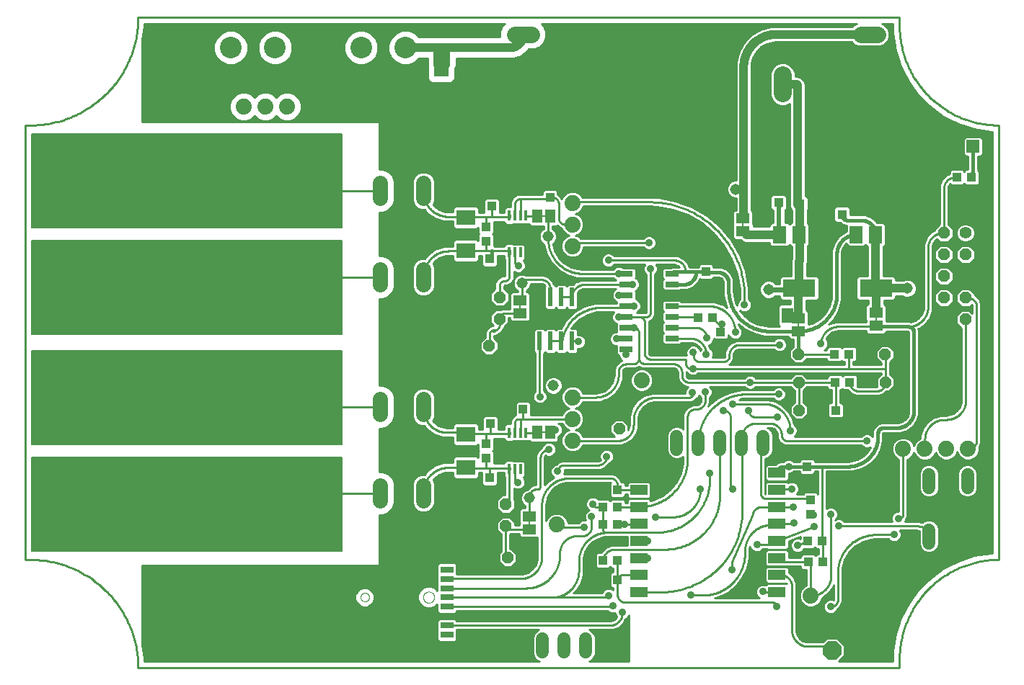
<source format=gtl>
G75*
%MOIN*%
%OFA0B0*%
%FSLAX25Y25*%
%IPPOS*%
%LPD*%
%AMOC8*
5,1,8,0,0,1.08239X$1,22.5*
%
%ADD10C,0.01000*%
%ADD11R,0.01575X0.04724*%
%ADD12R,0.05900X0.07900*%
%ADD13R,0.15000X0.07900*%
%ADD14R,0.03937X0.04331*%
%ADD15R,0.04331X0.03937*%
%ADD16OC8,0.05200*%
%ADD17C,0.07400*%
%ADD18R,0.07874X0.04724*%
%ADD19C,0.06000*%
%ADD20R,0.06000X0.02500*%
%ADD21R,0.34449X0.20472*%
%ADD22C,0.03969*%
%ADD23C,0.05150*%
%ADD24C,0.06496*%
%ADD25C,0.05600*%
%ADD26OC8,0.05600*%
%ADD27C,0.00000*%
%ADD28OC8,0.08500*%
%ADD29R,0.07874X0.05709*%
%ADD30R,0.05906X0.03150*%
%ADD31R,0.08661X0.07087*%
%ADD32C,0.10000*%
%ADD33R,0.05906X0.05906*%
%ADD34R,0.06300X0.04600*%
%ADD35R,0.00800X0.02500*%
%ADD36C,0.43307*%
%ADD37R,0.02362X0.08661*%
%ADD38R,0.07087X0.08661*%
%ADD39C,0.07000*%
%ADD40C,0.13780*%
%ADD41C,0.07800*%
%ADD42C,0.08250*%
%ADD43R,0.05276X0.07087*%
%ADD44R,0.04600X0.06300*%
%ADD45R,0.02500X0.00800*%
%ADD46C,0.08400*%
%ADD47C,0.22000*%
%ADD48C,0.03569*%
%ADD49C,0.01600*%
%ADD50C,0.00600*%
%ADD51C,0.02400*%
%ADD52C,0.01200*%
%ADD53C,0.04000*%
%ADD54C,0.02000*%
D10*
X0090229Y0055531D02*
X0090214Y0056739D01*
X0090171Y0057947D01*
X0090098Y0059153D01*
X0089996Y0060357D01*
X0089864Y0061558D01*
X0089704Y0062755D01*
X0089515Y0063949D01*
X0089298Y0065137D01*
X0089051Y0066320D01*
X0088776Y0067497D01*
X0088473Y0068666D01*
X0088141Y0069828D01*
X0087782Y0070982D01*
X0087395Y0072126D01*
X0086980Y0073261D01*
X0086538Y0074386D01*
X0086069Y0075499D01*
X0085573Y0076601D01*
X0085050Y0077691D01*
X0084502Y0078767D01*
X0083927Y0079830D01*
X0083327Y0080879D01*
X0082702Y0081913D01*
X0082053Y0082932D01*
X0081378Y0083934D01*
X0080680Y0084920D01*
X0079958Y0085889D01*
X0079213Y0086840D01*
X0078445Y0087773D01*
X0077655Y0088687D01*
X0076842Y0089582D01*
X0076009Y0090457D01*
X0075155Y0091311D01*
X0074280Y0092144D01*
X0073385Y0092957D01*
X0072471Y0093747D01*
X0071538Y0094515D01*
X0070587Y0095260D01*
X0069618Y0095982D01*
X0068632Y0096680D01*
X0067630Y0097355D01*
X0066611Y0098004D01*
X0065577Y0098629D01*
X0064528Y0099229D01*
X0063465Y0099804D01*
X0062389Y0100352D01*
X0061299Y0100875D01*
X0060197Y0101371D01*
X0059084Y0101840D01*
X0057959Y0102282D01*
X0056824Y0102697D01*
X0055680Y0103084D01*
X0054526Y0103443D01*
X0053364Y0103775D01*
X0052195Y0104078D01*
X0051018Y0104353D01*
X0049835Y0104600D01*
X0048647Y0104817D01*
X0047453Y0105006D01*
X0046256Y0105166D01*
X0045055Y0105298D01*
X0043851Y0105400D01*
X0042645Y0105473D01*
X0041437Y0105516D01*
X0040229Y0105531D01*
X0038229Y0105531D01*
X0038229Y0306531D01*
X0040229Y0306531D01*
X0092229Y0308016D02*
X0092229Y0346046D01*
X0093229Y0352360D01*
X0093229Y0353531D01*
X0259712Y0353531D01*
X0258564Y0352383D01*
X0257529Y0349884D01*
X0257529Y0347320D01*
X0220105Y0347320D01*
X0218308Y0349118D01*
X0215404Y0350320D01*
X0212261Y0350320D01*
X0209358Y0349118D01*
X0207135Y0346895D01*
X0205933Y0343992D01*
X0205933Y0340849D01*
X0207135Y0337945D01*
X0209358Y0335723D01*
X0212261Y0334520D01*
X0215404Y0334520D01*
X0218308Y0335723D01*
X0220105Y0337520D01*
X0223983Y0337520D01*
X0223983Y0328464D01*
X0224424Y0327399D01*
X0225240Y0326583D01*
X0226306Y0326141D01*
X0234546Y0326141D01*
X0235612Y0326583D01*
X0236428Y0327399D01*
X0236869Y0328464D01*
X0236869Y0332680D01*
X0237461Y0334107D01*
X0237461Y0337520D01*
X0263862Y0337520D01*
X0267179Y0338598D01*
X0267179Y0338598D01*
X0270001Y0340648D01*
X0270001Y0340648D01*
X0270001Y0340648D01*
X0270788Y0341731D01*
X0273482Y0341731D01*
X0275981Y0342767D01*
X0277894Y0344679D01*
X0278929Y0347179D01*
X0278929Y0349884D01*
X0277894Y0352383D01*
X0276746Y0353531D01*
X0422289Y0353531D01*
X0421270Y0353109D01*
X0420192Y0352031D01*
X0382794Y0352031D01*
X0378088Y0350771D01*
X0373870Y0348335D01*
X0373870Y0348335D01*
X0370425Y0344891D01*
X0370425Y0344891D01*
X0367990Y0340672D01*
X0366729Y0335967D01*
X0366729Y0280981D01*
X0365704Y0280981D01*
X0364206Y0280361D01*
X0363060Y0279214D01*
X0362440Y0277717D01*
X0362440Y0276096D01*
X0363060Y0274598D01*
X0364206Y0273452D01*
X0365704Y0272831D01*
X0366729Y0272831D01*
X0366729Y0267301D01*
X0366130Y0267301D01*
X0365251Y0266422D01*
X0365251Y0260705D01*
X0365051Y0260505D01*
X0365051Y0254497D01*
X0366047Y0253501D01*
X0368669Y0253501D01*
X0369344Y0252825D01*
X0370704Y0252262D01*
X0382156Y0252262D01*
X0382156Y0251308D01*
X0383152Y0250312D01*
X0390460Y0250312D01*
X0391306Y0251158D01*
X0392152Y0250312D01*
X0392493Y0250312D01*
X0392493Y0244959D01*
X0392206Y0244267D01*
X0392206Y0236812D01*
X0387702Y0236812D01*
X0386706Y0235816D01*
X0386706Y0233231D01*
X0385075Y0233231D01*
X0384151Y0234155D01*
X0382579Y0234806D01*
X0380879Y0234806D01*
X0379308Y0234155D01*
X0378105Y0232953D01*
X0377454Y0231382D01*
X0377454Y0229681D01*
X0378105Y0228110D01*
X0379308Y0226907D01*
X0380879Y0226257D01*
X0382579Y0226257D01*
X0384151Y0226907D01*
X0384729Y0227486D01*
X0386706Y0227486D01*
X0386706Y0226508D01*
X0387702Y0225512D01*
X0391706Y0225512D01*
X0391706Y0223775D01*
X0387017Y0223775D01*
X0386021Y0222779D01*
X0386021Y0214284D01*
X0386745Y0213560D01*
X0382001Y0213560D01*
X0380157Y0213663D01*
X0376561Y0214484D01*
X0373237Y0216084D01*
X0370354Y0218384D01*
X0368486Y0220725D01*
X0368641Y0220571D01*
X0369848Y0220071D01*
X0371154Y0220071D01*
X0372361Y0220571D01*
X0373285Y0221495D01*
X0373785Y0222702D01*
X0373785Y0224009D01*
X0373285Y0225216D01*
X0372501Y0226000D01*
X0372501Y0231145D01*
X0371107Y0239052D01*
X0368361Y0246596D01*
X0364346Y0253549D01*
X0359186Y0259700D01*
X0359186Y0259700D01*
X0359186Y0259700D01*
X0353035Y0264861D01*
X0346082Y0268875D01*
X0338537Y0271621D01*
X0330631Y0273015D01*
X0295640Y0273015D01*
X0295415Y0273560D01*
X0293952Y0275022D01*
X0292041Y0275814D01*
X0289972Y0275814D01*
X0288061Y0275022D01*
X0286598Y0273560D01*
X0286145Y0272466D01*
X0285945Y0272951D01*
X0284495Y0274400D01*
X0284198Y0274523D01*
X0284198Y0275972D01*
X0283319Y0276850D01*
X0278139Y0276850D01*
X0277261Y0275972D01*
X0277261Y0274392D01*
X0265575Y0274392D01*
X0263615Y0273260D01*
X0263615Y0273260D01*
X0262483Y0271299D01*
X0262483Y0268762D01*
X0260379Y0268762D01*
X0259383Y0267766D01*
X0259383Y0266282D01*
X0257431Y0266282D01*
X0257431Y0271886D01*
X0256436Y0272881D01*
X0251090Y0272881D01*
X0250094Y0271886D01*
X0250094Y0266282D01*
X0247744Y0266282D01*
X0247744Y0268133D01*
X0246748Y0269129D01*
X0236679Y0269129D01*
X0235683Y0268133D01*
X0235683Y0266458D01*
X0233628Y0266458D01*
X0232189Y0266571D01*
X0229452Y0267460D01*
X0227123Y0269152D01*
X0226653Y0269799D01*
X0227429Y0271674D01*
X0227429Y0280743D01*
X0226637Y0282654D01*
X0225175Y0284117D01*
X0223263Y0284908D01*
X0221195Y0284908D01*
X0219284Y0284117D01*
X0217821Y0282654D01*
X0217029Y0280743D01*
X0217029Y0271674D01*
X0217821Y0269763D01*
X0219284Y0268300D01*
X0221195Y0267508D01*
X0222738Y0267508D01*
X0223892Y0265921D01*
X0223892Y0265921D01*
X0223892Y0265921D01*
X0227377Y0263389D01*
X0231474Y0262058D01*
X0235683Y0262058D01*
X0235683Y0259638D01*
X0236679Y0258642D01*
X0246748Y0258642D01*
X0247356Y0259250D01*
X0247356Y0256685D01*
X0247833Y0256208D01*
X0247356Y0255732D01*
X0247356Y0253167D01*
X0246748Y0253775D01*
X0236679Y0253775D01*
X0235683Y0252779D01*
X0235683Y0250520D01*
X0231713Y0250520D01*
X0227531Y0249161D01*
X0223973Y0246576D01*
X0222761Y0244908D01*
X0221195Y0244908D01*
X0219284Y0244117D01*
X0217821Y0242654D01*
X0217029Y0240743D01*
X0217029Y0231674D01*
X0217821Y0229763D01*
X0219284Y0228300D01*
X0221195Y0227508D01*
X0223263Y0227508D01*
X0225175Y0228300D01*
X0226637Y0229763D01*
X0227429Y0231674D01*
X0227429Y0240743D01*
X0226662Y0242594D01*
X0227207Y0243343D01*
X0229607Y0245086D01*
X0232429Y0246003D01*
X0233912Y0246120D01*
X0235683Y0246120D01*
X0235683Y0244284D01*
X0236679Y0243288D01*
X0246748Y0243288D01*
X0247744Y0244284D01*
X0247744Y0246134D01*
X0249246Y0246134D01*
X0249246Y0241922D01*
X0250241Y0240926D01*
X0255587Y0240926D01*
X0256583Y0241922D01*
X0256583Y0246134D01*
X0259383Y0246134D01*
X0259383Y0244651D01*
X0259671Y0244364D01*
X0259671Y0236731D01*
X0258498Y0236731D01*
X0256365Y0235500D01*
X0255134Y0233367D01*
X0255134Y0230843D01*
X0253034Y0228743D01*
X0253034Y0225181D01*
X0255553Y0222662D01*
X0259115Y0222662D01*
X0261634Y0225181D01*
X0261634Y0228743D01*
X0259534Y0230843D01*
X0259534Y0232136D01*
X0259540Y0232187D01*
X0259591Y0232274D01*
X0259679Y0232325D01*
X0259729Y0232331D01*
X0260892Y0232331D01*
X0262907Y0233495D01*
X0262907Y0233495D01*
X0264071Y0235510D01*
X0264071Y0238879D01*
X0264203Y0238747D01*
X0265410Y0238247D01*
X0266717Y0238247D01*
X0267924Y0238747D01*
X0268848Y0239671D01*
X0269348Y0240878D01*
X0269348Y0242185D01*
X0268848Y0243392D01*
X0268384Y0243855D01*
X0268398Y0243855D01*
X0269276Y0244734D01*
X0269276Y0250701D01*
X0268398Y0251580D01*
X0263562Y0251580D01*
X0263362Y0251780D01*
X0260379Y0251780D01*
X0259383Y0250784D01*
X0259383Y0250534D01*
X0255120Y0250534D01*
X0254693Y0250711D01*
X0254693Y0255732D01*
X0254216Y0256208D01*
X0254693Y0256685D01*
X0254693Y0261883D01*
X0259383Y0261883D01*
X0259383Y0261633D01*
X0260379Y0260637D01*
X0263362Y0260637D01*
X0263562Y0260837D01*
X0270929Y0260837D01*
X0270929Y0260760D01*
X0271808Y0259881D01*
X0277650Y0259881D01*
X0277729Y0259960D01*
X0277798Y0259891D01*
X0277798Y0258642D01*
X0277421Y0258486D01*
X0276275Y0257340D01*
X0275654Y0255842D01*
X0275654Y0254221D01*
X0276275Y0252723D01*
X0277421Y0251577D01*
X0277798Y0251421D01*
X0277798Y0251336D01*
X0279012Y0246805D01*
X0281358Y0242742D01*
X0284674Y0239425D01*
X0288737Y0237080D01*
X0293268Y0235866D01*
X0309886Y0235866D01*
X0310670Y0235082D01*
X0311191Y0234866D01*
X0295103Y0234866D01*
X0292258Y0233687D01*
X0291526Y0232955D01*
X0289099Y0232955D01*
X0288402Y0232257D01*
X0287704Y0232955D01*
X0284099Y0232955D01*
X0283402Y0232257D01*
X0282704Y0232955D01*
X0282427Y0232955D01*
X0281816Y0234430D01*
X0280128Y0236118D01*
X0280128Y0236118D01*
X0277923Y0237031D01*
X0269927Y0237031D01*
X0268540Y0237606D01*
X0266919Y0237606D01*
X0265421Y0236986D01*
X0264275Y0235840D01*
X0263654Y0234342D01*
X0263654Y0232721D01*
X0264275Y0231223D01*
X0265421Y0230077D01*
X0265729Y0229949D01*
X0265729Y0229331D01*
X0262958Y0229331D01*
X0262079Y0228453D01*
X0262079Y0222610D01*
X0262158Y0222531D01*
X0262079Y0222453D01*
X0262079Y0221531D01*
X0258679Y0221531D01*
X0257866Y0221062D01*
X0255635Y0221062D01*
X0253234Y0218660D01*
X0253234Y0215264D01*
X0254599Y0213898D01*
X0253578Y0213898D01*
X0252997Y0213317D01*
X0251671Y0212551D01*
X0250624Y0210738D01*
X0250624Y0208272D01*
X0248439Y0206087D01*
X0248439Y0202691D01*
X0250840Y0200289D01*
X0254237Y0200289D01*
X0256639Y0202691D01*
X0256639Y0206087D01*
X0254624Y0208102D01*
X0254624Y0209298D01*
X0255674Y0209298D01*
X0255997Y0209621D01*
X0258098Y0210834D01*
X0258098Y0210834D01*
X0258098Y0210834D01*
X0259334Y0212975D01*
X0259334Y0213164D01*
X0261434Y0215264D01*
X0261434Y0217531D01*
X0262079Y0217531D01*
X0262079Y0216610D01*
X0262958Y0215731D01*
X0270500Y0215731D01*
X0271379Y0216610D01*
X0271379Y0222453D01*
X0271300Y0222531D01*
X0271379Y0222610D01*
X0271379Y0228453D01*
X0270500Y0229331D01*
X0269729Y0229331D01*
X0269729Y0229949D01*
X0270037Y0230077D01*
X0271184Y0231223D01*
X0271804Y0232721D01*
X0271804Y0233031D01*
X0276729Y0233031D01*
X0277119Y0232993D01*
X0277840Y0232694D01*
X0278339Y0232195D01*
X0278221Y0232076D01*
X0278221Y0222172D01*
X0279099Y0221294D01*
X0282704Y0221294D01*
X0283402Y0221991D01*
X0284099Y0221294D01*
X0287704Y0221294D01*
X0288402Y0221991D01*
X0289099Y0221294D01*
X0292704Y0221294D01*
X0293583Y0222172D01*
X0293583Y0229254D01*
X0294565Y0230235D01*
X0295913Y0230794D01*
X0296643Y0230866D01*
X0311279Y0230866D01*
X0310758Y0230650D01*
X0309834Y0229726D01*
X0309334Y0228519D01*
X0309334Y0227213D01*
X0309834Y0226006D01*
X0310758Y0225082D01*
X0311407Y0224813D01*
X0311331Y0224737D01*
X0311331Y0224132D01*
X0301465Y0224132D01*
X0296359Y0222764D01*
X0291782Y0220121D01*
X0288045Y0216384D01*
X0288045Y0216384D01*
X0285792Y0212483D01*
X0284099Y0212483D01*
X0283402Y0211785D01*
X0282704Y0212483D01*
X0279099Y0212483D01*
X0278402Y0211785D01*
X0277704Y0212483D01*
X0274099Y0212483D01*
X0273221Y0211604D01*
X0273221Y0201700D01*
X0273729Y0201191D01*
X0273729Y0183301D01*
X0273225Y0182797D01*
X0272725Y0181590D01*
X0272725Y0180283D01*
X0273225Y0179076D01*
X0274149Y0178152D01*
X0275356Y0177652D01*
X0276662Y0177652D01*
X0277869Y0178152D01*
X0278793Y0179076D01*
X0279293Y0180283D01*
X0279293Y0181590D01*
X0278793Y0182797D01*
X0277869Y0183721D01*
X0277729Y0183779D01*
X0277729Y0200846D01*
X0278402Y0201519D01*
X0279099Y0200821D01*
X0282704Y0200821D01*
X0283402Y0201519D01*
X0284099Y0200821D01*
X0287704Y0200821D01*
X0288402Y0201519D01*
X0289099Y0200821D01*
X0292704Y0200821D01*
X0293583Y0201700D01*
X0293583Y0203065D01*
X0294591Y0203065D01*
X0295798Y0203565D01*
X0296722Y0204489D01*
X0297222Y0205696D01*
X0297222Y0207003D01*
X0296722Y0208210D01*
X0295798Y0209134D01*
X0294591Y0209634D01*
X0293583Y0209634D01*
X0293583Y0211604D01*
X0292704Y0212483D01*
X0290570Y0212483D01*
X0291355Y0213843D01*
X0294322Y0216810D01*
X0297956Y0218908D01*
X0302009Y0219994D01*
X0304107Y0220132D01*
X0310145Y0220132D01*
X0309642Y0219629D01*
X0309142Y0218422D01*
X0309142Y0217115D01*
X0309642Y0215908D01*
X0310566Y0214984D01*
X0311331Y0214667D01*
X0311331Y0210995D01*
X0311385Y0210941D01*
X0310797Y0210941D01*
X0309590Y0210441D01*
X0308666Y0209517D01*
X0308166Y0208310D01*
X0308166Y0207004D01*
X0308666Y0205797D01*
X0309590Y0204873D01*
X0310797Y0204373D01*
X0311331Y0204373D01*
X0311331Y0200995D01*
X0312210Y0200116D01*
X0312503Y0200116D01*
X0312503Y0199664D01*
X0313003Y0198457D01*
X0313832Y0197628D01*
X0312702Y0197160D01*
X0312702Y0197160D01*
X0311178Y0195636D01*
X0311178Y0195636D01*
X0310353Y0193645D01*
X0310353Y0191234D01*
X0310247Y0189889D01*
X0309416Y0187330D01*
X0307834Y0185154D01*
X0305658Y0183572D01*
X0303099Y0182741D01*
X0301754Y0182635D01*
X0295843Y0182635D01*
X0295452Y0183581D01*
X0293989Y0185044D01*
X0292078Y0185835D01*
X0290009Y0185835D01*
X0288098Y0185044D01*
X0286635Y0183581D01*
X0285843Y0181670D01*
X0285843Y0179601D01*
X0286635Y0177690D01*
X0288098Y0176227D01*
X0289526Y0175635D01*
X0288098Y0175044D01*
X0286635Y0173581D01*
X0286243Y0172635D01*
X0271698Y0172635D01*
X0271698Y0177972D01*
X0270819Y0178850D01*
X0265639Y0178850D01*
X0264761Y0177972D01*
X0264761Y0172398D01*
X0264788Y0172371D01*
X0263455Y0171601D01*
X0262421Y0169810D01*
X0262421Y0168368D01*
X0260379Y0168368D01*
X0259383Y0167372D01*
X0259383Y0165889D01*
X0256701Y0165889D01*
X0256701Y0171308D01*
X0255705Y0172304D01*
X0250360Y0172304D01*
X0249364Y0171308D01*
X0249364Y0165889D01*
X0247744Y0165889D01*
X0247744Y0167739D01*
X0246748Y0168735D01*
X0236679Y0168735D01*
X0235683Y0167739D01*
X0235683Y0166563D01*
X0233059Y0166563D01*
X0231709Y0166669D01*
X0229141Y0167504D01*
X0226957Y0169091D01*
X0226539Y0169665D01*
X0226637Y0169763D01*
X0227429Y0171674D01*
X0227429Y0180743D01*
X0226637Y0182654D01*
X0225175Y0184117D01*
X0223263Y0184908D01*
X0221195Y0184908D01*
X0219284Y0184117D01*
X0217821Y0182654D01*
X0217029Y0180743D01*
X0217029Y0171674D01*
X0217821Y0169763D01*
X0219284Y0168300D01*
X0221195Y0167508D01*
X0222536Y0167508D01*
X0223731Y0165865D01*
X0227070Y0163439D01*
X0230995Y0162163D01*
X0235683Y0162163D01*
X0235683Y0159244D01*
X0236679Y0158249D01*
X0246748Y0158249D01*
X0247356Y0158856D01*
X0247356Y0156292D01*
X0247833Y0155815D01*
X0247356Y0155338D01*
X0247356Y0152773D01*
X0246748Y0153381D01*
X0236679Y0153381D01*
X0235683Y0152385D01*
X0235683Y0150341D01*
X0231474Y0150341D01*
X0227377Y0149010D01*
X0223892Y0146478D01*
X0222752Y0144908D01*
X0221195Y0144908D01*
X0219284Y0144117D01*
X0217821Y0142654D01*
X0217029Y0140743D01*
X0217029Y0131674D01*
X0217821Y0129763D01*
X0219284Y0128300D01*
X0221195Y0127508D01*
X0223263Y0127508D01*
X0225175Y0128300D01*
X0226637Y0129763D01*
X0227429Y0131674D01*
X0227429Y0140743D01*
X0226657Y0142606D01*
X0227123Y0143247D01*
X0229452Y0144938D01*
X0232189Y0145828D01*
X0233627Y0145941D01*
X0235683Y0145941D01*
X0235683Y0143890D01*
X0236679Y0142894D01*
X0246748Y0142894D01*
X0247744Y0143890D01*
X0247744Y0145741D01*
X0249246Y0145741D01*
X0249246Y0140544D01*
X0250241Y0139548D01*
X0255587Y0139548D01*
X0256583Y0140544D01*
X0256583Y0145741D01*
X0259383Y0145741D01*
X0259383Y0144257D01*
X0259671Y0143970D01*
X0259671Y0135402D01*
X0258494Y0135402D01*
X0255975Y0132883D01*
X0255975Y0129321D01*
X0258494Y0126802D01*
X0262056Y0126802D01*
X0264575Y0129321D01*
X0264575Y0132883D01*
X0264071Y0133388D01*
X0264071Y0138491D01*
X0265253Y0138001D01*
X0266560Y0138001D01*
X0267767Y0138501D01*
X0268691Y0139425D01*
X0269191Y0140632D01*
X0269191Y0141939D01*
X0268691Y0143146D01*
X0268375Y0143462D01*
X0268398Y0143462D01*
X0269276Y0144340D01*
X0269276Y0150307D01*
X0268398Y0151186D01*
X0263562Y0151186D01*
X0263362Y0151386D01*
X0260379Y0151386D01*
X0259383Y0150390D01*
X0259383Y0150141D01*
X0254693Y0150141D01*
X0254693Y0155338D01*
X0254216Y0155815D01*
X0254693Y0156292D01*
X0254693Y0161489D01*
X0259383Y0161489D01*
X0259383Y0161239D01*
X0260379Y0160244D01*
X0263362Y0160244D01*
X0263562Y0160444D01*
X0270957Y0160444D01*
X0271101Y0160588D01*
X0271808Y0159881D01*
X0277650Y0159881D01*
X0277729Y0159960D01*
X0277808Y0159881D01*
X0283650Y0159881D01*
X0284529Y0160760D01*
X0284529Y0162515D01*
X0285090Y0162747D01*
X0286013Y0163671D01*
X0286513Y0164878D01*
X0286513Y0166185D01*
X0286013Y0167392D01*
X0285090Y0168316D01*
X0284318Y0168635D01*
X0286243Y0168635D01*
X0286635Y0167690D01*
X0288098Y0166227D01*
X0289526Y0165635D01*
X0288098Y0165044D01*
X0286635Y0163581D01*
X0285843Y0161670D01*
X0285843Y0159601D01*
X0286635Y0157690D01*
X0288098Y0156227D01*
X0290009Y0155435D01*
X0292078Y0155435D01*
X0293989Y0156227D01*
X0295452Y0157690D01*
X0295800Y0158531D01*
X0313460Y0158531D01*
X0316261Y0159442D01*
X0318644Y0161173D01*
X0320375Y0163556D01*
X0321285Y0166357D01*
X0321285Y0169854D01*
X0321393Y0171226D01*
X0322241Y0173835D01*
X0323854Y0176055D01*
X0326073Y0177668D01*
X0328683Y0178515D01*
X0330054Y0178623D01*
X0346099Y0178623D01*
X0347639Y0179512D01*
X0347639Y0179512D01*
X0347639Y0179512D01*
X0347801Y0179794D01*
X0348388Y0180037D01*
X0349312Y0180961D01*
X0349532Y0181493D01*
X0349671Y0181160D01*
X0350455Y0180375D01*
X0350455Y0179357D01*
X0350412Y0178926D01*
X0350082Y0178129D01*
X0349472Y0177519D01*
X0348676Y0177189D01*
X0348245Y0177147D01*
X0346684Y0177147D01*
X0344644Y0176302D01*
X0344644Y0176302D01*
X0343083Y0174741D01*
X0342238Y0172701D01*
X0342238Y0165887D01*
X0341747Y0166378D01*
X0340093Y0167063D01*
X0338303Y0167063D01*
X0336649Y0166378D01*
X0335383Y0165112D01*
X0334698Y0163458D01*
X0334698Y0155668D01*
X0335383Y0154014D01*
X0336649Y0152748D01*
X0338303Y0152063D01*
X0340093Y0152063D01*
X0341747Y0152748D01*
X0342238Y0153239D01*
X0342238Y0152319D01*
X0342109Y0150034D01*
X0341092Y0145578D01*
X0339109Y0141461D01*
X0336260Y0137887D01*
X0332686Y0135038D01*
X0328569Y0133055D01*
X0327265Y0132757D01*
X0327265Y0132893D01*
X0326386Y0133771D01*
X0317269Y0133771D01*
X0316391Y0132893D01*
X0316391Y0131909D01*
X0315333Y0131909D01*
X0315333Y0132702D01*
X0314454Y0133580D01*
X0309274Y0133580D01*
X0308518Y0132824D01*
X0307761Y0133580D01*
X0302796Y0133580D01*
X0302320Y0134056D01*
X0301113Y0134556D01*
X0299807Y0134556D01*
X0298600Y0134056D01*
X0297676Y0133132D01*
X0297176Y0131925D01*
X0297176Y0130618D01*
X0297676Y0129411D01*
X0298600Y0128487D01*
X0298667Y0128459D01*
X0298061Y0128209D01*
X0297137Y0127285D01*
X0296637Y0126078D01*
X0296637Y0124771D01*
X0297030Y0123824D01*
X0295837Y0123824D01*
X0294630Y0123324D01*
X0293845Y0122540D01*
X0289054Y0122540D01*
X0289054Y0122785D01*
X0288262Y0124696D01*
X0286799Y0126159D01*
X0284888Y0126951D01*
X0282819Y0126951D01*
X0280908Y0126159D01*
X0279445Y0124696D01*
X0278884Y0123341D01*
X0278884Y0130732D01*
X0278973Y0132091D01*
X0279677Y0134718D01*
X0281037Y0137074D01*
X0282960Y0138997D01*
X0285315Y0140357D01*
X0287942Y0141061D01*
X0289302Y0141150D01*
X0308630Y0141150D01*
X0308769Y0141136D01*
X0308363Y0140730D01*
X0308363Y0135156D01*
X0309241Y0134278D01*
X0314421Y0134278D01*
X0315300Y0135156D01*
X0315300Y0135783D01*
X0316391Y0135783D01*
X0316391Y0134800D01*
X0317269Y0133921D01*
X0326386Y0133921D01*
X0327265Y0134800D01*
X0327265Y0140767D01*
X0326386Y0141645D01*
X0317269Y0141645D01*
X0316391Y0140767D01*
X0316391Y0139783D01*
X0315300Y0139783D01*
X0315300Y0140730D01*
X0314421Y0141608D01*
X0313572Y0141608D01*
X0313039Y0142895D01*
X0311576Y0144358D01*
X0309665Y0145150D01*
X0287404Y0145150D01*
X0287202Y0145096D01*
X0287459Y0145716D01*
X0287459Y0147022D01*
X0287356Y0147270D01*
X0304078Y0147270D01*
X0306267Y0148177D01*
X0306267Y0148177D01*
X0307943Y0149852D01*
X0308079Y0150180D01*
X0308710Y0150441D01*
X0309634Y0151365D01*
X0310134Y0152572D01*
X0310134Y0153879D01*
X0309634Y0155086D01*
X0308710Y0156010D01*
X0307503Y0156510D01*
X0306196Y0156510D01*
X0304989Y0156010D01*
X0304065Y0155086D01*
X0303565Y0153879D01*
X0303565Y0152572D01*
X0303970Y0151595D01*
X0303275Y0151308D01*
X0302894Y0151270D01*
X0286101Y0151270D01*
X0284300Y0150524D01*
X0284300Y0150524D01*
X0283364Y0149588D01*
X0282314Y0149153D01*
X0281391Y0148229D01*
X0280891Y0147022D01*
X0280891Y0145716D01*
X0281391Y0144509D01*
X0282314Y0143585D01*
X0282555Y0143485D01*
X0280449Y0142269D01*
X0278229Y0140049D01*
X0278229Y0152531D01*
X0278268Y0152921D01*
X0278566Y0153642D01*
X0278582Y0153659D01*
X0279576Y0153247D01*
X0280882Y0153247D01*
X0282090Y0153747D01*
X0283013Y0154671D01*
X0283513Y0155878D01*
X0283513Y0157185D01*
X0283013Y0158392D01*
X0282090Y0159316D01*
X0280882Y0159816D01*
X0279576Y0159816D01*
X0278369Y0159316D01*
X0277445Y0158392D01*
X0277185Y0157765D01*
X0276830Y0157618D01*
X0275143Y0155930D01*
X0274229Y0153725D01*
X0274229Y0140031D01*
X0273235Y0140031D01*
X0271397Y0139270D01*
X0271397Y0139270D01*
X0270102Y0137975D01*
X0268921Y0137486D01*
X0267775Y0136340D01*
X0267154Y0134842D01*
X0267154Y0133221D01*
X0267775Y0131723D01*
X0268921Y0130577D01*
X0269229Y0130449D01*
X0269229Y0129331D01*
X0267458Y0129331D01*
X0266579Y0128453D01*
X0266579Y0122610D01*
X0266658Y0122531D01*
X0266579Y0122453D01*
X0266579Y0121531D01*
X0264375Y0121531D01*
X0264375Y0122801D01*
X0261973Y0125202D01*
X0258577Y0125202D01*
X0256175Y0122801D01*
X0256175Y0119404D01*
X0258275Y0117304D01*
X0258275Y0109312D01*
X0257033Y0108070D01*
X0257033Y0104673D01*
X0259435Y0102272D01*
X0262831Y0102272D01*
X0265233Y0104673D01*
X0265233Y0108070D01*
X0262831Y0110472D01*
X0262275Y0110472D01*
X0262275Y0117304D01*
X0262502Y0117531D01*
X0266579Y0117531D01*
X0266579Y0116610D01*
X0267458Y0115731D01*
X0274884Y0115731D01*
X0274884Y0106771D01*
X0274784Y0105503D01*
X0274000Y0103091D01*
X0272510Y0101039D01*
X0270458Y0099548D01*
X0268046Y0098764D01*
X0266778Y0098665D01*
X0237519Y0098665D01*
X0237519Y0103168D01*
X0236640Y0104047D01*
X0229492Y0104047D01*
X0228614Y0103168D01*
X0228614Y0091267D01*
X0227478Y0092402D01*
X0225618Y0093173D01*
X0223606Y0093173D01*
X0221746Y0092402D01*
X0220323Y0090979D01*
X0219553Y0089120D01*
X0219553Y0087107D01*
X0220323Y0085248D01*
X0221746Y0083825D01*
X0223606Y0083055D01*
X0225618Y0083055D01*
X0227478Y0083825D01*
X0228614Y0084961D01*
X0228614Y0081453D01*
X0229492Y0080574D01*
X0236640Y0080574D01*
X0237519Y0081453D01*
X0237519Y0081649D01*
X0307536Y0081649D01*
X0307946Y0081239D01*
X0309153Y0080739D01*
X0310460Y0080739D01*
X0310842Y0080897D01*
X0310842Y0080368D01*
X0311342Y0079161D01*
X0311527Y0078976D01*
X0311447Y0078781D01*
X0310334Y0077668D01*
X0308880Y0077065D01*
X0308093Y0076988D01*
X0237519Y0076988D01*
X0237519Y0077184D01*
X0236640Y0078063D01*
X0229492Y0078063D01*
X0228614Y0077184D01*
X0228614Y0068461D01*
X0229492Y0067582D01*
X0236640Y0067582D01*
X0237519Y0068461D01*
X0237519Y0072988D01*
X0275518Y0072988D01*
X0274587Y0072602D01*
X0273321Y0071336D01*
X0272636Y0069682D01*
X0272636Y0061892D01*
X0273321Y0060238D01*
X0274587Y0058972D01*
X0275651Y0058531D01*
X0093229Y0058531D01*
X0093229Y0059703D01*
X0092229Y0066016D01*
X0092229Y0102796D01*
X0201729Y0102796D01*
X0201729Y0126308D01*
X0203502Y0126308D01*
X0205854Y0127283D01*
X0207655Y0129083D01*
X0208629Y0131435D01*
X0208629Y0140982D01*
X0207655Y0143334D01*
X0205854Y0145134D01*
X0203502Y0146108D01*
X0201729Y0146108D01*
X0201729Y0166308D01*
X0203502Y0166308D01*
X0205854Y0167283D01*
X0207655Y0169083D01*
X0208629Y0171435D01*
X0208629Y0180982D01*
X0207655Y0183334D01*
X0205854Y0185134D01*
X0203502Y0186108D01*
X0201729Y0186108D01*
X0201729Y0226308D01*
X0203502Y0226308D01*
X0205854Y0227283D01*
X0207655Y0229083D01*
X0208629Y0231435D01*
X0208629Y0240982D01*
X0207655Y0243334D01*
X0205854Y0245134D01*
X0203502Y0246108D01*
X0201729Y0246108D01*
X0201729Y0266308D01*
X0203502Y0266308D01*
X0205854Y0267283D01*
X0207655Y0269083D01*
X0208629Y0271435D01*
X0208629Y0280982D01*
X0207655Y0283334D01*
X0205854Y0285134D01*
X0203502Y0286108D01*
X0201729Y0286108D01*
X0201729Y0308016D01*
X0092229Y0308016D01*
X0092229Y0308144D02*
X0366729Y0308144D01*
X0366729Y0307146D02*
X0201729Y0307146D01*
X0201729Y0306147D02*
X0366729Y0306147D01*
X0366729Y0305149D02*
X0201729Y0305149D01*
X0201729Y0304150D02*
X0366729Y0304150D01*
X0366729Y0303152D02*
X0201729Y0303152D01*
X0201729Y0302153D02*
X0366729Y0302153D01*
X0366729Y0301155D02*
X0201729Y0301155D01*
X0201729Y0300156D02*
X0366729Y0300156D01*
X0366729Y0299158D02*
X0201729Y0299158D01*
X0201729Y0298159D02*
X0366729Y0298159D01*
X0366729Y0297161D02*
X0201729Y0297161D01*
X0201729Y0296162D02*
X0366729Y0296162D01*
X0366729Y0295164D02*
X0201729Y0295164D01*
X0201729Y0294165D02*
X0366729Y0294165D01*
X0366729Y0293167D02*
X0201729Y0293167D01*
X0201729Y0292168D02*
X0366729Y0292168D01*
X0366729Y0291170D02*
X0201729Y0291170D01*
X0201729Y0290171D02*
X0366729Y0290171D01*
X0366729Y0289173D02*
X0201729Y0289173D01*
X0201729Y0288174D02*
X0366729Y0288174D01*
X0366729Y0287176D02*
X0201729Y0287176D01*
X0201729Y0286177D02*
X0366729Y0286177D01*
X0366729Y0285179D02*
X0205747Y0285179D01*
X0206809Y0284180D02*
X0219436Y0284180D01*
X0218348Y0283181D02*
X0207718Y0283181D01*
X0208131Y0282183D02*
X0217626Y0282183D01*
X0217212Y0281184D02*
X0208545Y0281184D01*
X0208629Y0280186D02*
X0217029Y0280186D01*
X0217029Y0279187D02*
X0208629Y0279187D01*
X0208629Y0278189D02*
X0217029Y0278189D01*
X0217029Y0277190D02*
X0208629Y0277190D01*
X0208629Y0276192D02*
X0217029Y0276192D01*
X0217029Y0275193D02*
X0208629Y0275193D01*
X0208629Y0274195D02*
X0217029Y0274195D01*
X0217029Y0273196D02*
X0208629Y0273196D01*
X0208629Y0272198D02*
X0217029Y0272198D01*
X0217226Y0271199D02*
X0208531Y0271199D01*
X0208118Y0270201D02*
X0217639Y0270201D01*
X0218381Y0269202D02*
X0207704Y0269202D01*
X0206775Y0268204D02*
X0219516Y0268204D01*
X0222959Y0267205D02*
X0205667Y0267205D01*
X0201729Y0266207D02*
X0223684Y0266207D01*
X0224873Y0265208D02*
X0201729Y0265208D01*
X0201729Y0264210D02*
X0226247Y0264210D01*
X0227377Y0263389D02*
X0227377Y0263389D01*
X0227923Y0263211D02*
X0201729Y0263211D01*
X0201729Y0262213D02*
X0230996Y0262213D01*
X0233628Y0264258D02*
X0241538Y0264258D01*
X0241713Y0264083D02*
X0241713Y0263886D01*
X0241713Y0264083D02*
X0251024Y0264083D01*
X0251024Y0259555D01*
X0247356Y0259217D02*
X0247323Y0259217D01*
X0247356Y0258219D02*
X0201729Y0258219D01*
X0201729Y0259217D02*
X0236104Y0259217D01*
X0235683Y0260216D02*
X0201729Y0260216D01*
X0201729Y0261214D02*
X0235683Y0261214D01*
X0235683Y0267205D02*
X0230236Y0267205D01*
X0228428Y0268204D02*
X0235753Y0268204D01*
X0227086Y0269202D02*
X0250094Y0269202D01*
X0250094Y0268204D02*
X0247673Y0268204D01*
X0247744Y0267205D02*
X0250094Y0267205D01*
X0250094Y0270201D02*
X0226819Y0270201D01*
X0227232Y0271199D02*
X0250094Y0271199D01*
X0250407Y0272198D02*
X0227429Y0272198D01*
X0227429Y0273196D02*
X0263578Y0273196D01*
X0263615Y0273260D02*
X0263615Y0273260D01*
X0263002Y0272198D02*
X0257119Y0272198D01*
X0257431Y0271199D02*
X0262483Y0271199D01*
X0262483Y0270201D02*
X0257431Y0270201D01*
X0257431Y0269202D02*
X0262483Y0269202D01*
X0264483Y0270167D02*
X0264483Y0264752D01*
X0264481Y0264738D01*
X0264476Y0264726D01*
X0264467Y0264715D01*
X0264457Y0264706D01*
X0264444Y0264701D01*
X0264430Y0264699D01*
X0266989Y0264699D02*
X0266989Y0272111D01*
X0266987Y0272142D01*
X0266982Y0272174D01*
X0266973Y0272204D01*
X0266961Y0272233D01*
X0266946Y0272261D01*
X0266928Y0272286D01*
X0266907Y0272310D01*
X0266883Y0272331D01*
X0266858Y0272349D01*
X0266830Y0272364D01*
X0266801Y0272376D01*
X0266771Y0272385D01*
X0266739Y0272390D01*
X0266708Y0272392D01*
X0279936Y0272392D01*
X0279990Y0272394D01*
X0280044Y0272399D01*
X0280097Y0272409D01*
X0280150Y0272421D01*
X0280202Y0272438D01*
X0280252Y0272458D01*
X0280301Y0272481D01*
X0280348Y0272507D01*
X0280393Y0272537D01*
X0280436Y0272570D01*
X0280477Y0272605D01*
X0280516Y0272644D01*
X0280551Y0272685D01*
X0280584Y0272728D01*
X0280614Y0272773D01*
X0280640Y0272820D01*
X0280663Y0272869D01*
X0280683Y0272919D01*
X0280700Y0272971D01*
X0280712Y0273024D01*
X0280722Y0273077D01*
X0280727Y0273131D01*
X0280729Y0273185D01*
X0281576Y0273185D01*
X0281686Y0273183D01*
X0281796Y0273177D01*
X0281906Y0273168D01*
X0282015Y0273154D01*
X0282124Y0273137D01*
X0282232Y0273116D01*
X0282339Y0273091D01*
X0282445Y0273063D01*
X0282551Y0273031D01*
X0282655Y0272995D01*
X0282758Y0272955D01*
X0282859Y0272912D01*
X0282959Y0272866D01*
X0283057Y0272816D01*
X0283153Y0272762D01*
X0283247Y0272706D01*
X0283340Y0272646D01*
X0283430Y0272583D01*
X0283518Y0272516D01*
X0283603Y0272447D01*
X0283686Y0272375D01*
X0283767Y0272300D01*
X0283845Y0272222D01*
X0283920Y0272141D01*
X0283992Y0272058D01*
X0284061Y0271973D01*
X0284128Y0271885D01*
X0284191Y0271795D01*
X0284251Y0271702D01*
X0284307Y0271608D01*
X0284361Y0271512D01*
X0284411Y0271414D01*
X0284457Y0271314D01*
X0284500Y0271213D01*
X0284540Y0271110D01*
X0284576Y0271006D01*
X0284608Y0270900D01*
X0284636Y0270794D01*
X0284661Y0270687D01*
X0284682Y0270579D01*
X0284699Y0270470D01*
X0284713Y0270361D01*
X0284722Y0270251D01*
X0284728Y0270141D01*
X0284730Y0270031D01*
X0284729Y0270031D02*
X0284729Y0263426D01*
X0284730Y0263426D02*
X0284732Y0263321D01*
X0284738Y0263216D01*
X0284748Y0263111D01*
X0284761Y0263007D01*
X0284779Y0262903D01*
X0284801Y0262800D01*
X0284826Y0262698D01*
X0284855Y0262597D01*
X0284888Y0262497D01*
X0284924Y0262399D01*
X0284965Y0262302D01*
X0285008Y0262206D01*
X0285056Y0262112D01*
X0285107Y0262020D01*
X0285161Y0261930D01*
X0285219Y0261842D01*
X0285279Y0261756D01*
X0285343Y0261673D01*
X0285411Y0261592D01*
X0285481Y0261513D01*
X0285554Y0261438D01*
X0285629Y0261365D01*
X0285708Y0261295D01*
X0285789Y0261227D01*
X0285872Y0261163D01*
X0285958Y0261103D01*
X0286046Y0261045D01*
X0286136Y0260991D01*
X0286228Y0260940D01*
X0286322Y0260892D01*
X0286418Y0260849D01*
X0286515Y0260808D01*
X0286613Y0260772D01*
X0286713Y0260739D01*
X0286814Y0260710D01*
X0286916Y0260685D01*
X0287019Y0260663D01*
X0287123Y0260645D01*
X0287227Y0260632D01*
X0287332Y0260622D01*
X0287437Y0260616D01*
X0287542Y0260614D01*
X0291007Y0260614D01*
X0294765Y0264210D02*
X0345844Y0264210D01*
X0344318Y0265091D02*
X0350640Y0261440D01*
X0356233Y0256747D01*
X0360926Y0251155D01*
X0364577Y0244832D01*
X0367074Y0237971D01*
X0368342Y0230781D01*
X0368501Y0227130D01*
X0368501Y0226000D01*
X0367717Y0225216D01*
X0367217Y0224009D01*
X0367217Y0223006D01*
X0366453Y0224591D01*
X0365633Y0228187D01*
X0365529Y0230031D01*
X0365529Y0234983D01*
X0364418Y0237666D01*
X0364418Y0237666D01*
X0362364Y0239720D01*
X0359681Y0240831D01*
X0356256Y0240831D01*
X0356256Y0241440D01*
X0355377Y0242319D01*
X0350197Y0242319D01*
X0349319Y0241440D01*
X0349319Y0240954D01*
X0345010Y0240954D01*
X0344163Y0242996D01*
X0344163Y0242996D01*
X0342194Y0244966D01*
X0339622Y0246031D01*
X0310374Y0246031D01*
X0309590Y0246816D01*
X0308382Y0247316D01*
X0307076Y0247316D01*
X0305869Y0246816D01*
X0304945Y0245892D01*
X0304445Y0244685D01*
X0304445Y0243378D01*
X0304945Y0242171D01*
X0305869Y0241247D01*
X0307076Y0240747D01*
X0308382Y0240747D01*
X0309590Y0241247D01*
X0310374Y0242031D01*
X0324419Y0242031D01*
X0324316Y0241929D01*
X0323816Y0240722D01*
X0323816Y0239415D01*
X0324316Y0238208D01*
X0325101Y0237424D01*
X0325101Y0219866D01*
X0320697Y0219866D01*
X0321234Y0220088D01*
X0322158Y0221012D01*
X0322658Y0222219D01*
X0322658Y0223526D01*
X0322158Y0224733D01*
X0321234Y0225657D01*
X0320331Y0226031D01*
X0320331Y0229737D01*
X0320186Y0229883D01*
X0320661Y0230079D01*
X0321585Y0231003D01*
X0322085Y0232210D01*
X0322085Y0233517D01*
X0321585Y0234724D01*
X0320661Y0235648D01*
X0320183Y0235846D01*
X0320331Y0235995D01*
X0320331Y0239737D01*
X0319453Y0240616D01*
X0314425Y0240616D01*
X0314391Y0240650D01*
X0313184Y0241150D01*
X0311878Y0241150D01*
X0310670Y0240650D01*
X0309886Y0239866D01*
X0295613Y0239866D01*
X0293810Y0239984D01*
X0293810Y0239984D01*
X0290326Y0240918D01*
X0287203Y0242721D01*
X0284653Y0245271D01*
X0282850Y0248394D01*
X0282001Y0251562D01*
X0282037Y0251577D01*
X0283184Y0252723D01*
X0283804Y0254221D01*
X0283804Y0255842D01*
X0283184Y0257340D01*
X0282037Y0258486D01*
X0281798Y0258585D01*
X0281798Y0259881D01*
X0283650Y0259881D01*
X0283966Y0260197D01*
X0284816Y0259347D01*
X0286128Y0258803D01*
X0286598Y0257668D01*
X0288061Y0256206D01*
X0289489Y0255614D01*
X0288061Y0255022D01*
X0286598Y0253560D01*
X0285807Y0251648D01*
X0285807Y0249580D01*
X0286598Y0247668D01*
X0288061Y0246206D01*
X0289972Y0245414D01*
X0292041Y0245414D01*
X0293952Y0246206D01*
X0295415Y0247668D01*
X0296207Y0249580D01*
X0296207Y0250154D01*
X0323772Y0250154D01*
X0324557Y0249370D01*
X0325764Y0248870D01*
X0327070Y0248870D01*
X0328277Y0249370D01*
X0329201Y0250293D01*
X0329701Y0251501D01*
X0329701Y0252807D01*
X0329201Y0254014D01*
X0328277Y0254938D01*
X0327070Y0255438D01*
X0325764Y0255438D01*
X0324557Y0254938D01*
X0323772Y0254154D01*
X0294821Y0254154D01*
X0293952Y0255022D01*
X0292524Y0255614D01*
X0293952Y0256206D01*
X0295415Y0257668D01*
X0296207Y0259580D01*
X0296207Y0261648D01*
X0295415Y0263560D01*
X0293952Y0265022D01*
X0292524Y0265614D01*
X0293952Y0266206D01*
X0295415Y0267668D01*
X0295973Y0269015D01*
X0326616Y0269015D01*
X0330267Y0268856D01*
X0337457Y0267588D01*
X0344318Y0265091D01*
X0343995Y0265208D02*
X0293503Y0265208D01*
X0293953Y0266207D02*
X0341252Y0266207D01*
X0338508Y0267205D02*
X0294952Y0267205D01*
X0295637Y0268204D02*
X0333965Y0268204D01*
X0335266Y0272198D02*
X0366729Y0272198D01*
X0366729Y0271199D02*
X0339696Y0271199D01*
X0338537Y0271621D02*
X0338537Y0271621D01*
X0342439Y0270201D02*
X0366729Y0270201D01*
X0366729Y0269202D02*
X0345183Y0269202D01*
X0346082Y0268875D02*
X0346082Y0268875D01*
X0347245Y0268204D02*
X0366729Y0268204D01*
X0366034Y0267205D02*
X0348974Y0267205D01*
X0350704Y0266207D02*
X0365251Y0266207D01*
X0365251Y0265208D02*
X0352433Y0265208D01*
X0353035Y0264861D02*
X0353035Y0264861D01*
X0353811Y0264210D02*
X0365251Y0264210D01*
X0365251Y0263211D02*
X0355001Y0263211D01*
X0356191Y0262213D02*
X0365251Y0262213D01*
X0365251Y0261214D02*
X0357381Y0261214D01*
X0358571Y0260216D02*
X0365051Y0260216D01*
X0365051Y0259217D02*
X0359591Y0259217D01*
X0360428Y0258219D02*
X0365051Y0258219D01*
X0365051Y0257220D02*
X0361266Y0257220D01*
X0362104Y0256222D02*
X0365051Y0256222D01*
X0365051Y0255223D02*
X0362942Y0255223D01*
X0363780Y0254225D02*
X0365324Y0254225D01*
X0364346Y0253549D02*
X0364346Y0253549D01*
X0364533Y0253226D02*
X0368944Y0253226D01*
X0365686Y0251229D02*
X0382235Y0251229D01*
X0382156Y0252228D02*
X0365110Y0252228D01*
X0366263Y0250231D02*
X0392493Y0250231D01*
X0392493Y0249232D02*
X0366839Y0249232D01*
X0367416Y0248234D02*
X0392493Y0248234D01*
X0392493Y0247235D02*
X0367992Y0247235D01*
X0368361Y0246596D02*
X0368361Y0246596D01*
X0368492Y0246237D02*
X0392493Y0246237D01*
X0392493Y0245238D02*
X0368855Y0245238D01*
X0369219Y0244240D02*
X0392206Y0244240D01*
X0392206Y0243241D02*
X0369582Y0243241D01*
X0369946Y0242243D02*
X0392206Y0242243D01*
X0392206Y0241244D02*
X0370309Y0241244D01*
X0370672Y0240245D02*
X0392206Y0240245D01*
X0392206Y0239247D02*
X0371036Y0239247D01*
X0371107Y0239052D02*
X0371107Y0239052D01*
X0371249Y0238248D02*
X0392206Y0238248D01*
X0392206Y0237250D02*
X0371425Y0237250D01*
X0371601Y0236251D02*
X0387141Y0236251D01*
X0386706Y0235253D02*
X0371777Y0235253D01*
X0371953Y0234254D02*
X0379547Y0234254D01*
X0378408Y0233256D02*
X0372129Y0233256D01*
X0372305Y0232257D02*
X0377817Y0232257D01*
X0377454Y0231259D02*
X0372481Y0231259D01*
X0372501Y0230260D02*
X0377454Y0230260D01*
X0377628Y0229262D02*
X0372501Y0229262D01*
X0372501Y0228263D02*
X0378042Y0228263D01*
X0378950Y0227265D02*
X0372501Y0227265D01*
X0372501Y0226266D02*
X0380855Y0226266D01*
X0382603Y0226266D02*
X0386948Y0226266D01*
X0386706Y0227265D02*
X0384508Y0227265D01*
X0386513Y0223271D02*
X0373785Y0223271D01*
X0373677Y0224269D02*
X0391706Y0224269D01*
X0391706Y0225268D02*
X0373233Y0225268D01*
X0373607Y0222272D02*
X0386021Y0222272D01*
X0386021Y0221274D02*
X0373064Y0221274D01*
X0371647Y0220275D02*
X0386021Y0220275D01*
X0386021Y0219277D02*
X0369642Y0219277D01*
X0369355Y0220275D02*
X0368845Y0220275D01*
X0370486Y0218278D02*
X0386021Y0218278D01*
X0386021Y0217280D02*
X0371738Y0217280D01*
X0372990Y0216281D02*
X0386021Y0216281D01*
X0386021Y0215283D02*
X0374902Y0215283D01*
X0377436Y0214284D02*
X0386021Y0214284D01*
X0386149Y0208238D02*
X0384942Y0207738D01*
X0384158Y0206954D01*
X0366998Y0206954D01*
X0364503Y0205920D01*
X0364503Y0205920D01*
X0362593Y0204010D01*
X0361560Y0201515D01*
X0361560Y0199707D01*
X0361542Y0199576D01*
X0361411Y0199349D01*
X0361184Y0199218D01*
X0361053Y0199201D01*
X0355928Y0199201D01*
X0356189Y0199832D01*
X0356189Y0201138D01*
X0355689Y0202345D01*
X0354766Y0203269D01*
X0354439Y0203404D01*
X0353987Y0204797D01*
X0353980Y0204806D01*
X0355007Y0205231D01*
X0355931Y0206155D01*
X0356431Y0207362D01*
X0356431Y0207817D01*
X0356809Y0207438D01*
X0362383Y0207438D01*
X0363261Y0208317D01*
X0363261Y0209489D01*
X0363516Y0208874D01*
X0364440Y0207950D01*
X0365647Y0207450D01*
X0366954Y0207450D01*
X0368161Y0207950D01*
X0369085Y0208874D01*
X0369585Y0210081D01*
X0369585Y0211387D01*
X0369085Y0212595D01*
X0368161Y0213518D01*
X0368117Y0213536D01*
X0367847Y0214367D01*
X0370719Y0212077D01*
X0374997Y0210016D01*
X0379627Y0208960D01*
X0390756Y0208960D01*
X0390756Y0208338D01*
X0391635Y0207460D01*
X0393276Y0207460D01*
X0393276Y0204030D01*
X0391476Y0202230D01*
X0391476Y0198833D01*
X0393877Y0196431D01*
X0397274Y0196431D01*
X0399374Y0198531D01*
X0408564Y0198531D01*
X0408564Y0197941D01*
X0409442Y0197063D01*
X0415016Y0197063D01*
X0415576Y0197623D01*
X0416135Y0197063D01*
X0416922Y0197063D01*
X0416922Y0195943D01*
X0363546Y0195943D01*
X0364352Y0196408D01*
X0364352Y0196408D01*
X0364352Y0196408D01*
X0365560Y0198500D01*
X0365560Y0200165D01*
X0365613Y0200709D01*
X0366030Y0201714D01*
X0366799Y0202484D01*
X0367804Y0202900D01*
X0368348Y0202954D01*
X0384158Y0202954D01*
X0384942Y0202169D01*
X0386149Y0201669D01*
X0387455Y0201669D01*
X0388663Y0202169D01*
X0389586Y0203093D01*
X0390086Y0204300D01*
X0390086Y0205607D01*
X0389586Y0206814D01*
X0388663Y0207738D01*
X0387455Y0208238D01*
X0386149Y0208238D01*
X0384499Y0207295D02*
X0356403Y0207295D01*
X0355989Y0206296D02*
X0365411Y0206296D01*
X0363880Y0205298D02*
X0355073Y0205298D01*
X0354149Y0204299D02*
X0362882Y0204299D01*
X0362593Y0204010D02*
X0362593Y0204010D01*
X0362299Y0203301D02*
X0354690Y0203301D01*
X0355707Y0202302D02*
X0361885Y0202302D01*
X0361560Y0201304D02*
X0356121Y0201304D01*
X0356189Y0200305D02*
X0361560Y0200305D01*
X0363560Y0199707D02*
X0363558Y0199609D01*
X0363552Y0199510D01*
X0363543Y0199412D01*
X0363529Y0199315D01*
X0363512Y0199218D01*
X0363491Y0199122D01*
X0363466Y0199026D01*
X0363437Y0198932D01*
X0363405Y0198839D01*
X0363369Y0198748D01*
X0363330Y0198657D01*
X0363287Y0198569D01*
X0363240Y0198482D01*
X0363191Y0198397D01*
X0363137Y0198314D01*
X0363081Y0198233D01*
X0363022Y0198155D01*
X0362959Y0198079D01*
X0362894Y0198005D01*
X0362826Y0197934D01*
X0362755Y0197866D01*
X0362681Y0197801D01*
X0362605Y0197738D01*
X0362527Y0197679D01*
X0362446Y0197623D01*
X0362363Y0197569D01*
X0362278Y0197520D01*
X0362191Y0197473D01*
X0362103Y0197430D01*
X0362012Y0197391D01*
X0361921Y0197355D01*
X0361828Y0197323D01*
X0361734Y0197294D01*
X0361638Y0197269D01*
X0361542Y0197248D01*
X0361445Y0197231D01*
X0361348Y0197217D01*
X0361250Y0197208D01*
X0361151Y0197202D01*
X0361053Y0197200D01*
X0361053Y0197201D02*
X0349621Y0197201D01*
X0349519Y0197203D01*
X0349418Y0197209D01*
X0349317Y0197219D01*
X0349216Y0197232D01*
X0349116Y0197250D01*
X0349016Y0197271D01*
X0348918Y0197296D01*
X0348820Y0197325D01*
X0348724Y0197357D01*
X0348629Y0197393D01*
X0348535Y0197433D01*
X0348443Y0197477D01*
X0348353Y0197523D01*
X0348265Y0197574D01*
X0348178Y0197627D01*
X0348094Y0197684D01*
X0348012Y0197744D01*
X0347932Y0197807D01*
X0347855Y0197874D01*
X0347781Y0197943D01*
X0347709Y0198015D01*
X0347640Y0198089D01*
X0347573Y0198166D01*
X0347510Y0198246D01*
X0347450Y0198328D01*
X0347393Y0198412D01*
X0347340Y0198499D01*
X0347289Y0198587D01*
X0347243Y0198677D01*
X0347199Y0198769D01*
X0347159Y0198863D01*
X0347123Y0198958D01*
X0347091Y0199054D01*
X0347062Y0199152D01*
X0347037Y0199250D01*
X0347016Y0199350D01*
X0346998Y0199450D01*
X0346985Y0199551D01*
X0346975Y0199652D01*
X0346969Y0199753D01*
X0346967Y0199855D01*
X0346967Y0201283D01*
X0346965Y0201302D01*
X0346960Y0201321D01*
X0346952Y0201338D01*
X0346941Y0201354D01*
X0346928Y0201367D01*
X0346912Y0201378D01*
X0346895Y0201386D01*
X0346876Y0201391D01*
X0346857Y0201393D01*
X0352905Y0200485D02*
X0352903Y0200663D01*
X0352896Y0200842D01*
X0352886Y0201020D01*
X0352871Y0201197D01*
X0352851Y0201375D01*
X0352828Y0201551D01*
X0352800Y0201728D01*
X0352767Y0201903D01*
X0352731Y0202078D01*
X0352691Y0202251D01*
X0352646Y0202424D01*
X0352597Y0202596D01*
X0352544Y0202766D01*
X0352487Y0202935D01*
X0352425Y0203102D01*
X0352360Y0203268D01*
X0352291Y0203433D01*
X0352218Y0203595D01*
X0352141Y0203756D01*
X0352060Y0203915D01*
X0351975Y0204072D01*
X0351886Y0204227D01*
X0351794Y0204380D01*
X0351698Y0204530D01*
X0351598Y0204678D01*
X0351495Y0204823D01*
X0351389Y0204966D01*
X0351279Y0205107D01*
X0351165Y0205245D01*
X0351049Y0205380D01*
X0350929Y0205512D01*
X0350806Y0205641D01*
X0350680Y0205767D01*
X0350551Y0205890D01*
X0350419Y0206010D01*
X0350284Y0206126D01*
X0350146Y0206240D01*
X0350005Y0206350D01*
X0349862Y0206456D01*
X0349717Y0206559D01*
X0349569Y0206659D01*
X0349419Y0206755D01*
X0349266Y0206847D01*
X0349111Y0206936D01*
X0348954Y0207021D01*
X0348795Y0207102D01*
X0348634Y0207179D01*
X0348472Y0207252D01*
X0348307Y0207321D01*
X0348141Y0207386D01*
X0347974Y0207448D01*
X0347805Y0207505D01*
X0347635Y0207558D01*
X0347463Y0207607D01*
X0347290Y0207652D01*
X0347117Y0207692D01*
X0346942Y0207728D01*
X0346767Y0207761D01*
X0346590Y0207789D01*
X0346414Y0207812D01*
X0346236Y0207832D01*
X0346059Y0207847D01*
X0345881Y0207857D01*
X0345702Y0207864D01*
X0345524Y0207866D01*
X0337052Y0207866D01*
X0332552Y0208293D02*
X0326409Y0208293D01*
X0326409Y0207295D02*
X0332552Y0207295D01*
X0332552Y0206296D02*
X0326409Y0206296D01*
X0326409Y0205298D02*
X0333249Y0205298D01*
X0333431Y0205116D02*
X0340673Y0205116D01*
X0341423Y0205866D01*
X0345524Y0205866D01*
X0346366Y0205800D01*
X0347967Y0205279D01*
X0349329Y0204290D01*
X0350319Y0202928D01*
X0350413Y0202638D01*
X0350121Y0202345D01*
X0350069Y0202221D01*
X0349641Y0203254D01*
X0348718Y0204177D01*
X0347511Y0204677D01*
X0346204Y0204677D01*
X0344997Y0204177D01*
X0344073Y0203254D01*
X0343573Y0202046D01*
X0343573Y0200740D01*
X0343795Y0200204D01*
X0343721Y0200278D01*
X0327100Y0200278D01*
X0326965Y0200291D01*
X0326716Y0200394D01*
X0326526Y0200585D01*
X0326422Y0200834D01*
X0326409Y0200969D01*
X0326409Y0215964D01*
X0328053Y0216913D01*
X0328053Y0216913D01*
X0328053Y0216913D01*
X0329101Y0218727D01*
X0329101Y0237424D01*
X0329885Y0238208D01*
X0330385Y0239415D01*
X0330385Y0240722D01*
X0329885Y0241929D01*
X0329783Y0242031D01*
X0338229Y0242031D01*
X0338814Y0241974D01*
X0339896Y0241526D01*
X0340468Y0240954D01*
X0336887Y0240954D01*
X0336716Y0240782D01*
X0336427Y0240616D01*
X0333431Y0240616D01*
X0332552Y0239737D01*
X0332552Y0235995D01*
X0333181Y0235366D01*
X0332552Y0234737D01*
X0332552Y0230995D01*
X0333431Y0230116D01*
X0340673Y0230116D01*
X0341123Y0230566D01*
X0344050Y0230566D01*
X0347023Y0231797D01*
X0349298Y0234072D01*
X0349298Y0234072D01*
X0349830Y0235356D01*
X0350197Y0234988D01*
X0355377Y0234988D01*
X0356256Y0235867D01*
X0356256Y0236231D01*
X0358229Y0236231D01*
X0358756Y0236179D01*
X0359729Y0235776D01*
X0360474Y0235031D01*
X0360877Y0234058D01*
X0360929Y0233531D01*
X0360929Y0227657D01*
X0361986Y0223028D01*
X0361986Y0223028D01*
X0362360Y0222251D01*
X0360664Y0223483D01*
X0356407Y0224866D01*
X0341423Y0224866D01*
X0340673Y0225616D01*
X0333431Y0225616D01*
X0332552Y0224737D01*
X0332552Y0220995D01*
X0333181Y0220366D01*
X0332552Y0219737D01*
X0332552Y0215995D01*
X0333181Y0215366D01*
X0332552Y0214737D01*
X0332552Y0210995D01*
X0333181Y0210366D01*
X0332552Y0209737D01*
X0332552Y0205995D01*
X0333431Y0205116D01*
X0332552Y0209292D02*
X0326409Y0209292D01*
X0326409Y0210290D02*
X0333105Y0210290D01*
X0332552Y0211289D02*
X0326409Y0211289D01*
X0326409Y0212287D02*
X0332552Y0212287D01*
X0332552Y0213286D02*
X0326409Y0213286D01*
X0326409Y0214284D02*
X0332552Y0214284D01*
X0333097Y0215283D02*
X0326409Y0215283D01*
X0326958Y0216281D02*
X0332552Y0216281D01*
X0332552Y0217280D02*
X0328265Y0217280D01*
X0328841Y0218278D02*
X0332552Y0218278D01*
X0332552Y0219277D02*
X0329101Y0219277D01*
X0329101Y0220275D02*
X0333090Y0220275D01*
X0332552Y0221274D02*
X0329101Y0221274D01*
X0329101Y0222272D02*
X0332552Y0222272D01*
X0332552Y0223271D02*
X0329101Y0223271D01*
X0329101Y0224269D02*
X0332552Y0224269D01*
X0333083Y0225268D02*
X0329101Y0225268D01*
X0329101Y0226266D02*
X0361247Y0226266D01*
X0361474Y0225268D02*
X0341021Y0225268D01*
X0337052Y0222866D02*
X0354169Y0222866D01*
X0358243Y0224269D02*
X0361702Y0224269D01*
X0361930Y0223271D02*
X0360956Y0223271D01*
X0360664Y0223483D02*
X0360664Y0223483D01*
X0362330Y0222272D02*
X0362350Y0222272D01*
X0366608Y0224269D02*
X0367325Y0224269D01*
X0367217Y0223271D02*
X0367089Y0223271D01*
X0367769Y0225268D02*
X0366299Y0225268D01*
X0366071Y0226266D02*
X0368501Y0226266D01*
X0368495Y0227265D02*
X0365843Y0227265D01*
X0365628Y0228263D02*
X0368452Y0228263D01*
X0368408Y0229262D02*
X0365572Y0229262D01*
X0365529Y0230260D02*
X0368364Y0230260D01*
X0368257Y0231259D02*
X0365529Y0231259D01*
X0365529Y0232257D02*
X0368081Y0232257D01*
X0367905Y0233256D02*
X0365529Y0233256D01*
X0365529Y0234254D02*
X0367729Y0234254D01*
X0367553Y0235253D02*
X0365417Y0235253D01*
X0365004Y0236251D02*
X0367377Y0236251D01*
X0367201Y0237250D02*
X0364590Y0237250D01*
X0363836Y0238248D02*
X0366973Y0238248D01*
X0366609Y0239247D02*
X0362837Y0239247D01*
X0362364Y0239720D02*
X0362364Y0239720D01*
X0361095Y0240245D02*
X0366246Y0240245D01*
X0365883Y0241244D02*
X0356256Y0241244D01*
X0355453Y0242243D02*
X0365519Y0242243D01*
X0365156Y0243241D02*
X0343919Y0243241D01*
X0344476Y0242243D02*
X0350121Y0242243D01*
X0349319Y0241244D02*
X0344889Y0241244D01*
X0342920Y0244240D02*
X0364792Y0244240D01*
X0364342Y0245238D02*
X0341537Y0245238D01*
X0342194Y0244966D02*
X0342194Y0244966D01*
X0338229Y0244031D02*
X0307729Y0244031D01*
X0304674Y0245238D02*
X0284686Y0245238D01*
X0284095Y0246237D02*
X0288030Y0246237D01*
X0287032Y0247235D02*
X0283519Y0247235D01*
X0282942Y0248234D02*
X0286364Y0248234D01*
X0285951Y0249232D02*
X0282625Y0249232D01*
X0282358Y0250231D02*
X0285807Y0250231D01*
X0285807Y0251229D02*
X0282090Y0251229D01*
X0282688Y0252228D02*
X0286047Y0252228D01*
X0286460Y0253226D02*
X0283392Y0253226D01*
X0283804Y0254225D02*
X0287263Y0254225D01*
X0288546Y0255223D02*
X0283804Y0255223D01*
X0283647Y0256222D02*
X0288045Y0256222D01*
X0287047Y0257220D02*
X0283233Y0257220D01*
X0282304Y0258219D02*
X0286370Y0258219D01*
X0285128Y0259217D02*
X0281798Y0259217D01*
X0284816Y0259347D02*
X0284816Y0259347D01*
X0279798Y0263600D02*
X0279800Y0263658D01*
X0279805Y0263717D01*
X0279814Y0263774D01*
X0279827Y0263832D01*
X0279844Y0263888D01*
X0279863Y0263943D01*
X0279887Y0263996D01*
X0279913Y0264049D01*
X0279943Y0264099D01*
X0279976Y0264147D01*
X0280012Y0264193D01*
X0280050Y0264237D01*
X0280092Y0264279D01*
X0280136Y0264317D01*
X0280182Y0264353D01*
X0280230Y0264386D01*
X0280280Y0264416D01*
X0280333Y0264442D01*
X0280386Y0264466D01*
X0280441Y0264485D01*
X0280497Y0264502D01*
X0280555Y0264515D01*
X0280612Y0264524D01*
X0280671Y0264529D01*
X0280729Y0264531D01*
X0279798Y0263600D02*
X0279798Y0253681D01*
X0279783Y0253683D01*
X0279768Y0253688D01*
X0279755Y0253696D01*
X0279744Y0253707D01*
X0279736Y0253720D01*
X0279731Y0253735D01*
X0279729Y0253750D01*
X0279729Y0255031D01*
X0276770Y0252228D02*
X0254693Y0252228D01*
X0254693Y0253226D02*
X0276066Y0253226D01*
X0275654Y0254225D02*
X0254693Y0254225D01*
X0254693Y0255223D02*
X0275654Y0255223D01*
X0275812Y0256222D02*
X0254229Y0256222D01*
X0254693Y0257220D02*
X0276225Y0257220D01*
X0277154Y0258219D02*
X0254693Y0258219D01*
X0254693Y0259217D02*
X0277798Y0259217D01*
X0274729Y0264531D02*
X0269716Y0264531D01*
X0269692Y0264533D01*
X0269669Y0264538D01*
X0269646Y0264546D01*
X0269625Y0264558D01*
X0269606Y0264572D01*
X0269589Y0264589D01*
X0269575Y0264608D01*
X0269563Y0264629D01*
X0269555Y0264652D01*
X0269550Y0264675D01*
X0269548Y0264699D01*
X0271473Y0260216D02*
X0254693Y0260216D01*
X0254693Y0261214D02*
X0259802Y0261214D01*
X0261871Y0264083D02*
X0253898Y0264083D01*
X0253898Y0267626D01*
X0253877Y0267628D01*
X0253856Y0267633D01*
X0253837Y0267641D01*
X0253819Y0267652D01*
X0253803Y0267666D01*
X0253789Y0267682D01*
X0253778Y0267700D01*
X0253770Y0267719D01*
X0253765Y0267740D01*
X0253763Y0267761D01*
X0253763Y0269016D01*
X0257431Y0268204D02*
X0259821Y0268204D01*
X0259383Y0267205D02*
X0257431Y0267205D01*
X0253898Y0264083D02*
X0251024Y0264083D01*
X0247356Y0257220D02*
X0201729Y0257220D01*
X0201729Y0256222D02*
X0247820Y0256222D01*
X0247356Y0255223D02*
X0201729Y0255223D01*
X0201729Y0254225D02*
X0247356Y0254225D01*
X0247356Y0253226D02*
X0247297Y0253226D01*
X0251024Y0252862D02*
X0251024Y0248334D01*
X0253898Y0248334D01*
X0261871Y0248334D01*
X0261871Y0247718D02*
X0261871Y0236673D01*
X0261869Y0236582D01*
X0261863Y0236491D01*
X0261854Y0236401D01*
X0261840Y0236311D01*
X0261823Y0236222D01*
X0261802Y0236133D01*
X0261777Y0236046D01*
X0261749Y0235959D01*
X0261717Y0235874D01*
X0261681Y0235791D01*
X0261642Y0235709D01*
X0261599Y0235628D01*
X0261553Y0235550D01*
X0261504Y0235474D01*
X0261451Y0235399D01*
X0261396Y0235327D01*
X0261337Y0235258D01*
X0261275Y0235191D01*
X0261211Y0235127D01*
X0261144Y0235065D01*
X0261075Y0235006D01*
X0261003Y0234951D01*
X0260928Y0234898D01*
X0260852Y0234849D01*
X0260774Y0234803D01*
X0260693Y0234760D01*
X0260611Y0234721D01*
X0260528Y0234685D01*
X0260443Y0234653D01*
X0260356Y0234625D01*
X0260269Y0234600D01*
X0260180Y0234579D01*
X0260091Y0234562D01*
X0260001Y0234548D01*
X0259911Y0234539D01*
X0259820Y0234533D01*
X0259729Y0234531D01*
X0259581Y0232257D02*
X0263846Y0232257D01*
X0263654Y0233256D02*
X0262494Y0233256D01*
X0262907Y0233495D02*
X0262907Y0233495D01*
X0263346Y0234254D02*
X0263654Y0234254D01*
X0263923Y0235253D02*
X0264032Y0235253D01*
X0264071Y0236251D02*
X0264687Y0236251D01*
X0264071Y0237250D02*
X0266059Y0237250D01*
X0265407Y0238248D02*
X0264071Y0238248D01*
X0266720Y0238248D02*
X0286713Y0238248D01*
X0288443Y0237250D02*
X0269399Y0237250D01*
X0268424Y0239247D02*
X0284984Y0239247D01*
X0284674Y0239425D02*
X0284674Y0239425D01*
X0283854Y0240245D02*
X0269085Y0240245D01*
X0269348Y0241244D02*
X0282856Y0241244D01*
X0281857Y0242243D02*
X0269324Y0242243D01*
X0268910Y0243241D02*
X0281070Y0243241D01*
X0281358Y0242742D02*
X0281358Y0242742D01*
X0280493Y0244240D02*
X0268782Y0244240D01*
X0269276Y0245238D02*
X0279917Y0245238D01*
X0279340Y0246237D02*
X0269276Y0246237D01*
X0269276Y0247235D02*
X0278897Y0247235D01*
X0279012Y0246805D02*
X0279012Y0246805D01*
X0278629Y0248234D02*
X0269276Y0248234D01*
X0269276Y0249232D02*
X0278362Y0249232D01*
X0278094Y0250231D02*
X0269276Y0250231D01*
X0268748Y0251229D02*
X0277827Y0251229D01*
X0285684Y0244240D02*
X0304445Y0244240D01*
X0304502Y0243241D02*
X0286683Y0243241D01*
X0288032Y0242243D02*
X0304915Y0242243D01*
X0305876Y0241244D02*
X0289761Y0241244D01*
X0292835Y0240245D02*
X0310266Y0240245D01*
X0309582Y0241244D02*
X0324033Y0241244D01*
X0323816Y0240245D02*
X0319823Y0240245D01*
X0320331Y0239247D02*
X0323886Y0239247D01*
X0324300Y0238248D02*
X0320331Y0238248D01*
X0320331Y0237250D02*
X0325101Y0237250D01*
X0325101Y0236251D02*
X0320331Y0236251D01*
X0321056Y0235253D02*
X0325101Y0235253D01*
X0325101Y0234254D02*
X0321779Y0234254D01*
X0322085Y0233256D02*
X0325101Y0233256D01*
X0325101Y0232257D02*
X0322085Y0232257D01*
X0321691Y0231259D02*
X0325101Y0231259D01*
X0325101Y0230260D02*
X0320842Y0230260D01*
X0320331Y0229262D02*
X0325101Y0229262D01*
X0325101Y0228263D02*
X0320331Y0228263D01*
X0320331Y0227265D02*
X0325101Y0227265D01*
X0325101Y0226266D02*
X0320331Y0226266D01*
X0321623Y0225268D02*
X0325101Y0225268D01*
X0325101Y0224269D02*
X0322350Y0224269D01*
X0322658Y0223271D02*
X0325101Y0223271D01*
X0325101Y0222272D02*
X0322658Y0222272D01*
X0322266Y0221274D02*
X0325101Y0221274D01*
X0325101Y0220275D02*
X0321420Y0220275D01*
X0321740Y0217866D02*
X0315831Y0217866D01*
X0312524Y0217866D01*
X0312507Y0217865D01*
X0312491Y0217860D01*
X0312476Y0217853D01*
X0312462Y0217843D01*
X0312450Y0217831D01*
X0312440Y0217818D01*
X0312433Y0217802D01*
X0312428Y0217786D01*
X0312427Y0217769D01*
X0310268Y0215283D02*
X0292795Y0215283D01*
X0293793Y0216281D02*
X0309488Y0216281D01*
X0309142Y0217280D02*
X0295136Y0217280D01*
X0296865Y0218278D02*
X0309142Y0218278D01*
X0309497Y0219277D02*
X0299332Y0219277D01*
X0298251Y0223271D02*
X0293583Y0223271D01*
X0293583Y0224269D02*
X0311331Y0224269D01*
X0310572Y0225268D02*
X0293583Y0225268D01*
X0293583Y0226266D02*
X0309726Y0226266D01*
X0309334Y0227265D02*
X0293583Y0227265D01*
X0293583Y0228263D02*
X0309334Y0228263D01*
X0309642Y0229262D02*
X0293591Y0229262D01*
X0294625Y0230260D02*
X0310368Y0230260D01*
X0312618Y0227866D02*
X0315831Y0227866D01*
X0315838Y0222873D02*
X0319373Y0222873D01*
X0315838Y0222873D02*
X0315835Y0222872D01*
X0315832Y0222870D01*
X0315831Y0222866D01*
X0315097Y0222132D01*
X0304107Y0222132D01*
X0296359Y0222764D02*
X0296359Y0222764D01*
X0295508Y0222272D02*
X0293583Y0222272D01*
X0293779Y0221274D02*
X0271379Y0221274D01*
X0271379Y0222272D02*
X0278221Y0222272D01*
X0278221Y0223271D02*
X0271379Y0223271D01*
X0271379Y0224269D02*
X0278221Y0224269D01*
X0278221Y0225268D02*
X0271379Y0225268D01*
X0271379Y0226266D02*
X0278221Y0226266D01*
X0278221Y0227265D02*
X0271379Y0227265D01*
X0271379Y0228263D02*
X0278221Y0228263D01*
X0278221Y0229262D02*
X0270570Y0229262D01*
X0270221Y0230260D02*
X0278221Y0230260D01*
X0278221Y0231259D02*
X0271198Y0231259D01*
X0271612Y0232257D02*
X0278277Y0232257D01*
X0280729Y0231031D02*
X0280727Y0231157D01*
X0280721Y0231282D01*
X0280711Y0231407D01*
X0280697Y0231532D01*
X0280680Y0231657D01*
X0280658Y0231781D01*
X0280633Y0231904D01*
X0280603Y0232026D01*
X0280570Y0232147D01*
X0280533Y0232267D01*
X0280493Y0232386D01*
X0280448Y0232503D01*
X0280400Y0232620D01*
X0280348Y0232734D01*
X0280293Y0232847D01*
X0280234Y0232958D01*
X0280172Y0233067D01*
X0280106Y0233174D01*
X0280037Y0233279D01*
X0279965Y0233382D01*
X0279890Y0233483D01*
X0279811Y0233581D01*
X0279729Y0233676D01*
X0279645Y0233769D01*
X0279557Y0233859D01*
X0279467Y0233947D01*
X0279374Y0234031D01*
X0279279Y0234113D01*
X0279181Y0234192D01*
X0279080Y0234267D01*
X0278977Y0234339D01*
X0278872Y0234408D01*
X0278765Y0234474D01*
X0278656Y0234536D01*
X0278545Y0234595D01*
X0278432Y0234650D01*
X0278318Y0234702D01*
X0278201Y0234750D01*
X0278084Y0234795D01*
X0277965Y0234835D01*
X0277845Y0234872D01*
X0277724Y0234905D01*
X0277602Y0234935D01*
X0277479Y0234960D01*
X0277355Y0234982D01*
X0277230Y0234999D01*
X0277105Y0235013D01*
X0276980Y0235023D01*
X0276855Y0235029D01*
X0276729Y0235031D01*
X0269229Y0235031D01*
X0269153Y0235029D01*
X0269077Y0235023D01*
X0269002Y0235014D01*
X0268927Y0235000D01*
X0268853Y0234983D01*
X0268780Y0234962D01*
X0268708Y0234938D01*
X0268637Y0234909D01*
X0268568Y0234878D01*
X0268501Y0234843D01*
X0268436Y0234804D01*
X0268372Y0234762D01*
X0268311Y0234717D01*
X0268252Y0234669D01*
X0268196Y0234618D01*
X0268142Y0234564D01*
X0268091Y0234508D01*
X0268043Y0234449D01*
X0267998Y0234388D01*
X0267956Y0234324D01*
X0267917Y0234259D01*
X0267882Y0234192D01*
X0267851Y0234123D01*
X0267822Y0234052D01*
X0267798Y0233980D01*
X0267777Y0233907D01*
X0267760Y0233833D01*
X0267746Y0233758D01*
X0267737Y0233683D01*
X0267731Y0233607D01*
X0267729Y0233531D01*
X0267729Y0226531D01*
X0267727Y0226471D01*
X0267722Y0226410D01*
X0267713Y0226351D01*
X0267700Y0226292D01*
X0267684Y0226233D01*
X0267664Y0226176D01*
X0267641Y0226121D01*
X0267614Y0226066D01*
X0267585Y0226014D01*
X0267552Y0225963D01*
X0267516Y0225914D01*
X0267478Y0225868D01*
X0267436Y0225824D01*
X0267392Y0225782D01*
X0267346Y0225744D01*
X0267297Y0225708D01*
X0267246Y0225675D01*
X0267194Y0225646D01*
X0267139Y0225619D01*
X0267084Y0225596D01*
X0267027Y0225576D01*
X0266968Y0225560D01*
X0266909Y0225547D01*
X0266850Y0225538D01*
X0266789Y0225533D01*
X0266729Y0225531D01*
X0262079Y0225268D02*
X0261634Y0225268D01*
X0261634Y0226266D02*
X0262079Y0226266D01*
X0262079Y0227265D02*
X0261634Y0227265D01*
X0261634Y0228263D02*
X0262079Y0228263D01*
X0262888Y0229262D02*
X0261115Y0229262D01*
X0260116Y0230260D02*
X0265237Y0230260D01*
X0264260Y0231259D02*
X0259534Y0231259D01*
X0257334Y0232136D02*
X0257336Y0232232D01*
X0257342Y0232329D01*
X0257351Y0232425D01*
X0257365Y0232520D01*
X0257382Y0232615D01*
X0257404Y0232709D01*
X0257429Y0232802D01*
X0257457Y0232894D01*
X0257490Y0232985D01*
X0257526Y0233075D01*
X0257565Y0233163D01*
X0257608Y0233249D01*
X0257655Y0233334D01*
X0257705Y0233416D01*
X0257758Y0233497D01*
X0257814Y0233575D01*
X0257874Y0233651D01*
X0257936Y0233724D01*
X0258002Y0233795D01*
X0258070Y0233863D01*
X0258141Y0233929D01*
X0258214Y0233991D01*
X0258290Y0234051D01*
X0258368Y0234107D01*
X0258449Y0234160D01*
X0258532Y0234210D01*
X0258616Y0234257D01*
X0258702Y0234300D01*
X0258790Y0234339D01*
X0258880Y0234375D01*
X0258971Y0234408D01*
X0259063Y0234436D01*
X0259156Y0234461D01*
X0259250Y0234483D01*
X0259345Y0234500D01*
X0259440Y0234514D01*
X0259536Y0234523D01*
X0259633Y0234529D01*
X0259729Y0234531D01*
X0257667Y0236251D02*
X0227429Y0236251D01*
X0227429Y0235253D02*
X0256222Y0235253D01*
X0256365Y0235500D02*
X0256365Y0235500D01*
X0256365Y0235500D01*
X0255646Y0234254D02*
X0227429Y0234254D01*
X0227429Y0233256D02*
X0255134Y0233256D01*
X0255134Y0232257D02*
X0227429Y0232257D01*
X0227257Y0231259D02*
X0255134Y0231259D01*
X0254551Y0230260D02*
X0226844Y0230260D01*
X0226136Y0229262D02*
X0253553Y0229262D01*
X0253034Y0228263D02*
X0225086Y0228263D01*
X0219372Y0228263D02*
X0206835Y0228263D01*
X0207729Y0229262D02*
X0218322Y0229262D01*
X0217615Y0230260D02*
X0208142Y0230260D01*
X0208556Y0231259D02*
X0217201Y0231259D01*
X0217029Y0232257D02*
X0208629Y0232257D01*
X0208629Y0233256D02*
X0217029Y0233256D01*
X0217029Y0234254D02*
X0208629Y0234254D01*
X0208629Y0235253D02*
X0217029Y0235253D01*
X0217029Y0236251D02*
X0208629Y0236251D01*
X0208629Y0237250D02*
X0217029Y0237250D01*
X0217029Y0238248D02*
X0208629Y0238248D01*
X0208629Y0239247D02*
X0217029Y0239247D01*
X0217029Y0240245D02*
X0208629Y0240245D01*
X0208520Y0241244D02*
X0217237Y0241244D01*
X0217650Y0242243D02*
X0208107Y0242243D01*
X0207693Y0243241D02*
X0218408Y0243241D01*
X0219580Y0244240D02*
X0206749Y0244240D01*
X0205604Y0245238D02*
X0223001Y0245238D01*
X0223726Y0246237D02*
X0201729Y0246237D01*
X0201729Y0247235D02*
X0224880Y0247235D01*
X0223973Y0246576D02*
X0223973Y0246576D01*
X0226254Y0248234D02*
X0201729Y0248234D01*
X0201729Y0249232D02*
X0227749Y0249232D01*
X0227531Y0249161D02*
X0227531Y0249161D01*
X0230823Y0250231D02*
X0201729Y0250231D01*
X0201729Y0251229D02*
X0235683Y0251229D01*
X0235683Y0252228D02*
X0201729Y0252228D01*
X0201729Y0253226D02*
X0236130Y0253226D01*
X0233912Y0248320D02*
X0241699Y0248320D01*
X0241713Y0248334D02*
X0251024Y0248334D01*
X0249246Y0245238D02*
X0247744Y0245238D01*
X0247700Y0244240D02*
X0249246Y0244240D01*
X0249246Y0243241D02*
X0227133Y0243241D01*
X0226808Y0242243D02*
X0249246Y0242243D01*
X0249923Y0241244D02*
X0227222Y0241244D01*
X0227429Y0240245D02*
X0259671Y0240245D01*
X0259671Y0239247D02*
X0227429Y0239247D01*
X0227429Y0238248D02*
X0259671Y0238248D01*
X0259671Y0237250D02*
X0227429Y0237250D01*
X0222229Y0236637D02*
X0222232Y0236919D01*
X0222243Y0237201D01*
X0222260Y0237483D01*
X0222284Y0237765D01*
X0222314Y0238045D01*
X0222352Y0238325D01*
X0222396Y0238604D01*
X0222447Y0238882D01*
X0222504Y0239158D01*
X0222568Y0239433D01*
X0222639Y0239706D01*
X0222717Y0239978D01*
X0222801Y0240247D01*
X0222891Y0240515D01*
X0222988Y0240780D01*
X0223092Y0241043D01*
X0223201Y0241303D01*
X0223317Y0241560D01*
X0223439Y0241815D01*
X0223567Y0242066D01*
X0223701Y0242315D01*
X0223842Y0242560D01*
X0223988Y0242801D01*
X0224140Y0243039D01*
X0224297Y0243274D01*
X0224460Y0243504D01*
X0224629Y0243730D01*
X0224803Y0243953D01*
X0224982Y0244171D01*
X0225167Y0244384D01*
X0225357Y0244593D01*
X0225552Y0244798D01*
X0225751Y0244997D01*
X0225956Y0245192D01*
X0226165Y0245382D01*
X0226378Y0245567D01*
X0226596Y0245746D01*
X0226819Y0245920D01*
X0227045Y0246089D01*
X0227275Y0246252D01*
X0227510Y0246409D01*
X0227748Y0246561D01*
X0227989Y0246707D01*
X0228234Y0246848D01*
X0228483Y0246982D01*
X0228734Y0247110D01*
X0228989Y0247232D01*
X0229246Y0247348D01*
X0229506Y0247457D01*
X0229769Y0247561D01*
X0230034Y0247658D01*
X0230302Y0247748D01*
X0230571Y0247832D01*
X0230843Y0247910D01*
X0231116Y0247981D01*
X0231391Y0248045D01*
X0231667Y0248102D01*
X0231945Y0248153D01*
X0232224Y0248197D01*
X0232504Y0248235D01*
X0232784Y0248265D01*
X0233066Y0248289D01*
X0233348Y0248306D01*
X0233630Y0248317D01*
X0233912Y0248320D01*
X0235683Y0245238D02*
X0230074Y0245238D01*
X0228441Y0244240D02*
X0235727Y0244240D01*
X0254693Y0251229D02*
X0259829Y0251229D01*
X0264430Y0247718D02*
X0264430Y0243165D01*
X0264432Y0243085D01*
X0264438Y0243005D01*
X0264448Y0242925D01*
X0264461Y0242846D01*
X0264479Y0242768D01*
X0264500Y0242691D01*
X0264525Y0242615D01*
X0264554Y0242540D01*
X0264587Y0242467D01*
X0264623Y0242395D01*
X0264662Y0242325D01*
X0264705Y0242258D01*
X0264751Y0242192D01*
X0264801Y0242129D01*
X0264853Y0242068D01*
X0264908Y0242010D01*
X0264966Y0241955D01*
X0265027Y0241903D01*
X0265090Y0241853D01*
X0265156Y0241807D01*
X0265223Y0241764D01*
X0265293Y0241725D01*
X0265365Y0241689D01*
X0265438Y0241656D01*
X0265513Y0241627D01*
X0265589Y0241602D01*
X0265666Y0241581D01*
X0265744Y0241563D01*
X0265823Y0241550D01*
X0265903Y0241540D01*
X0265983Y0241534D01*
X0266063Y0241532D01*
X0259671Y0241244D02*
X0255905Y0241244D01*
X0256583Y0242243D02*
X0259671Y0242243D01*
X0259671Y0243241D02*
X0256583Y0243241D01*
X0256583Y0244240D02*
X0259671Y0244240D01*
X0259383Y0245238D02*
X0256583Y0245238D01*
X0279805Y0236251D02*
X0291829Y0236251D01*
X0292258Y0233687D02*
X0292258Y0233687D01*
X0291827Y0233256D02*
X0282302Y0233256D01*
X0281888Y0234254D02*
X0293627Y0234254D01*
X0296643Y0232866D02*
X0315831Y0232866D01*
X0318798Y0232866D01*
X0318798Y0232865D02*
X0318799Y0232865D01*
X0318800Y0232864D01*
X0318800Y0232863D01*
X0326616Y0271015D02*
X0327676Y0271002D01*
X0328736Y0270964D01*
X0329795Y0270900D01*
X0330852Y0270810D01*
X0331906Y0270695D01*
X0332957Y0270554D01*
X0334004Y0270389D01*
X0335047Y0270197D01*
X0336086Y0269981D01*
X0337118Y0269740D01*
X0338145Y0269474D01*
X0339165Y0269183D01*
X0340177Y0268867D01*
X0341182Y0268527D01*
X0342178Y0268163D01*
X0343165Y0267775D01*
X0344142Y0267363D01*
X0345109Y0266928D01*
X0346065Y0266470D01*
X0347010Y0265988D01*
X0347943Y0265484D01*
X0348864Y0264958D01*
X0349771Y0264409D01*
X0350666Y0263838D01*
X0351546Y0263247D01*
X0352411Y0262634D01*
X0353261Y0262000D01*
X0354096Y0261346D01*
X0354915Y0260672D01*
X0355717Y0259978D01*
X0356502Y0259266D01*
X0357270Y0258534D01*
X0358020Y0257784D01*
X0358752Y0257016D01*
X0359464Y0256231D01*
X0360158Y0255429D01*
X0360832Y0254610D01*
X0361486Y0253775D01*
X0362120Y0252925D01*
X0362733Y0252060D01*
X0363324Y0251180D01*
X0363895Y0250285D01*
X0364444Y0249378D01*
X0364970Y0248457D01*
X0365474Y0247524D01*
X0365956Y0246579D01*
X0366414Y0245623D01*
X0366849Y0244656D01*
X0367261Y0243679D01*
X0367649Y0242692D01*
X0368013Y0241696D01*
X0368353Y0240691D01*
X0368669Y0239679D01*
X0368960Y0238659D01*
X0369226Y0237632D01*
X0369467Y0236600D01*
X0369683Y0235561D01*
X0369875Y0234518D01*
X0370040Y0233471D01*
X0370181Y0232420D01*
X0370296Y0231366D01*
X0370386Y0230309D01*
X0370450Y0229250D01*
X0370488Y0228190D01*
X0370501Y0227130D01*
X0370501Y0223355D01*
X0361019Y0227265D02*
X0329101Y0227265D01*
X0329101Y0228263D02*
X0360929Y0228263D01*
X0360929Y0229262D02*
X0329101Y0229262D01*
X0329101Y0230260D02*
X0333286Y0230260D01*
X0332552Y0231259D02*
X0329101Y0231259D01*
X0329101Y0232257D02*
X0332552Y0232257D01*
X0332552Y0233256D02*
X0329101Y0233256D01*
X0329101Y0234254D02*
X0332552Y0234254D01*
X0333068Y0235253D02*
X0329101Y0235253D01*
X0329101Y0236251D02*
X0332552Y0236251D01*
X0332552Y0237250D02*
X0329101Y0237250D01*
X0329901Y0238248D02*
X0332552Y0238248D01*
X0332552Y0239247D02*
X0330315Y0239247D01*
X0330385Y0240245D02*
X0333060Y0240245D01*
X0330169Y0241244D02*
X0340178Y0241244D01*
X0338229Y0244031D02*
X0338369Y0244029D01*
X0338509Y0244023D01*
X0338649Y0244013D01*
X0338789Y0244000D01*
X0338928Y0243982D01*
X0339067Y0243960D01*
X0339204Y0243935D01*
X0339342Y0243906D01*
X0339478Y0243873D01*
X0339613Y0243836D01*
X0339747Y0243795D01*
X0339880Y0243750D01*
X0340012Y0243702D01*
X0340142Y0243650D01*
X0340271Y0243595D01*
X0340398Y0243536D01*
X0340524Y0243473D01*
X0340648Y0243407D01*
X0340769Y0243338D01*
X0340889Y0243265D01*
X0341007Y0243188D01*
X0341122Y0243109D01*
X0341236Y0243026D01*
X0341346Y0242940D01*
X0341455Y0242851D01*
X0341561Y0242759D01*
X0341664Y0242664D01*
X0341765Y0242567D01*
X0341862Y0242466D01*
X0341957Y0242363D01*
X0342049Y0242257D01*
X0342138Y0242148D01*
X0342224Y0242038D01*
X0342307Y0241924D01*
X0342386Y0241809D01*
X0342463Y0241691D01*
X0342536Y0241571D01*
X0342605Y0241450D01*
X0342671Y0241326D01*
X0342734Y0241200D01*
X0342793Y0241073D01*
X0342848Y0240944D01*
X0342900Y0240814D01*
X0342948Y0240682D01*
X0342993Y0240549D01*
X0343034Y0240415D01*
X0343071Y0240280D01*
X0343104Y0240144D01*
X0343133Y0240006D01*
X0343158Y0239869D01*
X0343180Y0239730D01*
X0343198Y0239591D01*
X0343211Y0239451D01*
X0343221Y0239311D01*
X0343227Y0239171D01*
X0343229Y0239031D01*
X0349787Y0235253D02*
X0349933Y0235253D01*
X0349373Y0234254D02*
X0360796Y0234254D01*
X0360929Y0233256D02*
X0348481Y0233256D01*
X0347483Y0232257D02*
X0360929Y0232257D01*
X0360929Y0231259D02*
X0345723Y0231259D01*
X0347023Y0231797D02*
X0347023Y0231797D01*
X0340818Y0230260D02*
X0360929Y0230260D01*
X0360253Y0235253D02*
X0355642Y0235253D01*
X0363766Y0246237D02*
X0310169Y0246237D01*
X0308577Y0247235D02*
X0363189Y0247235D01*
X0362613Y0248234D02*
X0295649Y0248234D01*
X0296063Y0249232D02*
X0324889Y0249232D01*
X0327945Y0249232D02*
X0362036Y0249232D01*
X0361460Y0250231D02*
X0329138Y0250231D01*
X0329589Y0251229D02*
X0360864Y0251229D01*
X0360026Y0252228D02*
X0329701Y0252228D01*
X0329528Y0253226D02*
X0359188Y0253226D01*
X0358350Y0254225D02*
X0328991Y0254225D01*
X0327589Y0255223D02*
X0357512Y0255223D01*
X0356674Y0256222D02*
X0293968Y0256222D01*
X0293467Y0255223D02*
X0325245Y0255223D01*
X0323843Y0254225D02*
X0294750Y0254225D01*
X0279798Y0253681D02*
X0279803Y0253299D01*
X0279816Y0252917D01*
X0279840Y0252535D01*
X0279872Y0252155D01*
X0279913Y0251775D01*
X0279964Y0251396D01*
X0280024Y0251018D01*
X0280093Y0250643D01*
X0280171Y0250268D01*
X0280258Y0249896D01*
X0280353Y0249526D01*
X0280458Y0249159D01*
X0280572Y0248794D01*
X0280695Y0248432D01*
X0280826Y0248073D01*
X0280966Y0247717D01*
X0281114Y0247365D01*
X0281271Y0247017D01*
X0281436Y0246672D01*
X0281610Y0246331D01*
X0281791Y0245995D01*
X0281981Y0245663D01*
X0282179Y0245336D01*
X0282384Y0245014D01*
X0282598Y0244697D01*
X0282818Y0244385D01*
X0283047Y0244079D01*
X0283282Y0243778D01*
X0283525Y0243483D01*
X0283775Y0243194D01*
X0284032Y0242911D01*
X0284296Y0242634D01*
X0284566Y0242364D01*
X0284843Y0242100D01*
X0285126Y0241843D01*
X0285415Y0241593D01*
X0285710Y0241350D01*
X0286011Y0241115D01*
X0286317Y0240886D01*
X0286629Y0240666D01*
X0286946Y0240452D01*
X0287268Y0240247D01*
X0287595Y0240049D01*
X0287927Y0239859D01*
X0288263Y0239678D01*
X0288604Y0239504D01*
X0288949Y0239339D01*
X0289297Y0239182D01*
X0289649Y0239034D01*
X0290005Y0238894D01*
X0290364Y0238763D01*
X0290726Y0238640D01*
X0291091Y0238526D01*
X0291458Y0238421D01*
X0291828Y0238326D01*
X0292200Y0238239D01*
X0292575Y0238161D01*
X0292950Y0238092D01*
X0293328Y0238032D01*
X0293707Y0237981D01*
X0294087Y0237940D01*
X0294467Y0237908D01*
X0294849Y0237884D01*
X0295231Y0237871D01*
X0295613Y0237866D01*
X0312531Y0237866D01*
X0315831Y0237866D01*
X0310499Y0235253D02*
X0280993Y0235253D01*
X0281816Y0234430D02*
X0281816Y0234430D01*
X0280729Y0231031D02*
X0280729Y0227297D01*
X0280731Y0227272D01*
X0280736Y0227248D01*
X0280745Y0227225D01*
X0280756Y0227203D01*
X0280771Y0227184D01*
X0280789Y0227166D01*
X0280808Y0227151D01*
X0280830Y0227140D01*
X0280853Y0227131D01*
X0280877Y0227126D01*
X0280902Y0227124D01*
X0285902Y0227124D02*
X0290902Y0227124D01*
X0290901Y0227124D02*
X0290903Y0227274D01*
X0290909Y0227425D01*
X0290919Y0227575D01*
X0290932Y0227724D01*
X0290950Y0227873D01*
X0290972Y0228022D01*
X0290997Y0228170D01*
X0291026Y0228318D01*
X0291060Y0228464D01*
X0291097Y0228610D01*
X0291137Y0228755D01*
X0291182Y0228898D01*
X0291230Y0229041D01*
X0291282Y0229182D01*
X0291338Y0229321D01*
X0291397Y0229459D01*
X0291460Y0229596D01*
X0291527Y0229731D01*
X0291597Y0229864D01*
X0291670Y0229995D01*
X0291747Y0230124D01*
X0291827Y0230251D01*
X0291911Y0230376D01*
X0291998Y0230499D01*
X0292088Y0230620D01*
X0292181Y0230738D01*
X0292277Y0230853D01*
X0292376Y0230966D01*
X0292478Y0231077D01*
X0292583Y0231184D01*
X0292690Y0231289D01*
X0292801Y0231391D01*
X0292914Y0231490D01*
X0293029Y0231586D01*
X0293147Y0231679D01*
X0293268Y0231769D01*
X0293391Y0231856D01*
X0293516Y0231940D01*
X0293643Y0232020D01*
X0293772Y0232097D01*
X0293903Y0232170D01*
X0294036Y0232240D01*
X0294171Y0232307D01*
X0294308Y0232370D01*
X0294446Y0232429D01*
X0294585Y0232485D01*
X0294726Y0232537D01*
X0294869Y0232585D01*
X0295012Y0232630D01*
X0295157Y0232670D01*
X0295303Y0232707D01*
X0295449Y0232741D01*
X0295597Y0232770D01*
X0295745Y0232795D01*
X0295894Y0232817D01*
X0296043Y0232835D01*
X0296192Y0232848D01*
X0296342Y0232858D01*
X0296493Y0232864D01*
X0296643Y0232866D01*
X0288737Y0237080D02*
X0288737Y0237080D01*
X0293983Y0246237D02*
X0305290Y0246237D01*
X0306882Y0247235D02*
X0294982Y0247235D01*
X0291006Y0250614D02*
X0291008Y0250690D01*
X0291013Y0250765D01*
X0291023Y0250840D01*
X0291036Y0250914D01*
X0291052Y0250988D01*
X0291072Y0251061D01*
X0291096Y0251133D01*
X0291123Y0251203D01*
X0291154Y0251272D01*
X0291188Y0251340D01*
X0291225Y0251406D01*
X0291266Y0251470D01*
X0291309Y0251531D01*
X0291356Y0251591D01*
X0291405Y0251648D01*
X0291457Y0251703D01*
X0291512Y0251755D01*
X0291569Y0251804D01*
X0291629Y0251851D01*
X0291690Y0251894D01*
X0291754Y0251935D01*
X0291820Y0251972D01*
X0291888Y0252006D01*
X0291957Y0252037D01*
X0292027Y0252064D01*
X0292099Y0252088D01*
X0292172Y0252108D01*
X0292246Y0252124D01*
X0292320Y0252137D01*
X0292395Y0252147D01*
X0292470Y0252152D01*
X0292546Y0252154D01*
X0326417Y0252154D01*
X0347573Y0263211D02*
X0295559Y0263211D01*
X0295973Y0262213D02*
X0349303Y0262213D01*
X0350910Y0261214D02*
X0296207Y0261214D01*
X0296207Y0260216D02*
X0352100Y0260216D01*
X0353290Y0259217D02*
X0296057Y0259217D01*
X0295643Y0258219D02*
X0354480Y0258219D01*
X0355670Y0257220D02*
X0294967Y0257220D01*
X0291007Y0270614D02*
X0291009Y0270653D01*
X0291015Y0270692D01*
X0291024Y0270730D01*
X0291038Y0270767D01*
X0291054Y0270803D01*
X0291075Y0270837D01*
X0291098Y0270868D01*
X0291124Y0270898D01*
X0291154Y0270924D01*
X0291185Y0270947D01*
X0291219Y0270968D01*
X0291255Y0270984D01*
X0291292Y0270998D01*
X0291330Y0271007D01*
X0291369Y0271013D01*
X0291408Y0271015D01*
X0326616Y0271015D01*
X0293539Y0275193D02*
X0362814Y0275193D01*
X0362440Y0276192D02*
X0283977Y0276192D01*
X0284198Y0275193D02*
X0288474Y0275193D01*
X0287234Y0274195D02*
X0284700Y0274195D01*
X0284495Y0274400D02*
X0284495Y0274400D01*
X0285699Y0273196D02*
X0286448Y0273196D01*
X0285945Y0272951D02*
X0285945Y0272951D01*
X0294780Y0274195D02*
X0363463Y0274195D01*
X0364823Y0273196D02*
X0295565Y0273196D01*
X0277481Y0276192D02*
X0227429Y0276192D01*
X0227429Y0277190D02*
X0362440Y0277190D01*
X0362635Y0278189D02*
X0227429Y0278189D01*
X0227429Y0279187D02*
X0363049Y0279187D01*
X0364032Y0280186D02*
X0227429Y0280186D01*
X0227246Y0281184D02*
X0366729Y0281184D01*
X0366729Y0282183D02*
X0226833Y0282183D01*
X0226110Y0283181D02*
X0366729Y0283181D01*
X0366729Y0284180D02*
X0225022Y0284180D01*
X0227429Y0275193D02*
X0277261Y0275193D01*
X0266708Y0272392D02*
X0266616Y0272390D01*
X0266524Y0272384D01*
X0266433Y0272375D01*
X0266342Y0272362D01*
X0266251Y0272345D01*
X0266162Y0272324D01*
X0266073Y0272300D01*
X0265986Y0272271D01*
X0265899Y0272240D01*
X0265814Y0272205D01*
X0265731Y0272166D01*
X0265649Y0272124D01*
X0265569Y0272078D01*
X0265491Y0272030D01*
X0265415Y0271978D01*
X0265341Y0271923D01*
X0265270Y0271865D01*
X0265201Y0271804D01*
X0265135Y0271740D01*
X0265071Y0271674D01*
X0265010Y0271605D01*
X0264952Y0271534D01*
X0264897Y0271460D01*
X0264845Y0271384D01*
X0264797Y0271306D01*
X0264751Y0271226D01*
X0264709Y0271144D01*
X0264670Y0271061D01*
X0264635Y0270976D01*
X0264604Y0270889D01*
X0264575Y0270802D01*
X0264551Y0270713D01*
X0264530Y0270624D01*
X0264513Y0270533D01*
X0264500Y0270442D01*
X0264491Y0270351D01*
X0264485Y0270259D01*
X0264483Y0270167D01*
X0265234Y0274195D02*
X0227429Y0274195D01*
X0222230Y0275656D02*
X0222233Y0275381D01*
X0222243Y0275105D01*
X0222260Y0274830D01*
X0222283Y0274556D01*
X0222313Y0274282D01*
X0222350Y0274009D01*
X0222393Y0273737D01*
X0222442Y0273466D01*
X0222499Y0273196D01*
X0222561Y0272928D01*
X0222630Y0272662D01*
X0222706Y0272397D01*
X0222788Y0272134D01*
X0222876Y0271873D01*
X0222971Y0271614D01*
X0223071Y0271358D01*
X0223178Y0271104D01*
X0223291Y0270853D01*
X0223411Y0270605D01*
X0223536Y0270359D01*
X0223667Y0270117D01*
X0223803Y0269878D01*
X0223946Y0269642D01*
X0224094Y0269410D01*
X0224248Y0269181D01*
X0224407Y0268956D01*
X0224571Y0268736D01*
X0224741Y0268519D01*
X0224916Y0268306D01*
X0225096Y0268098D01*
X0225282Y0267894D01*
X0225472Y0267694D01*
X0225666Y0267500D01*
X0225866Y0267310D01*
X0226070Y0267124D01*
X0226278Y0266944D01*
X0226491Y0266769D01*
X0226708Y0266599D01*
X0226928Y0266435D01*
X0227153Y0266276D01*
X0227382Y0266122D01*
X0227614Y0265974D01*
X0227850Y0265831D01*
X0228089Y0265695D01*
X0228331Y0265564D01*
X0228577Y0265439D01*
X0228825Y0265319D01*
X0229076Y0265206D01*
X0229330Y0265099D01*
X0229586Y0264999D01*
X0229845Y0264904D01*
X0230106Y0264816D01*
X0230369Y0264734D01*
X0230634Y0264658D01*
X0230900Y0264589D01*
X0231168Y0264527D01*
X0231438Y0264470D01*
X0231709Y0264421D01*
X0231981Y0264378D01*
X0232254Y0264341D01*
X0232528Y0264311D01*
X0232802Y0264288D01*
X0233077Y0264271D01*
X0233353Y0264261D01*
X0233628Y0264258D01*
X0202229Y0276208D02*
X0159717Y0276208D01*
X0160393Y0308626D02*
X0162818Y0309631D01*
X0164675Y0311488D01*
X0165680Y0313914D01*
X0165680Y0316539D01*
X0164675Y0318965D01*
X0162818Y0320822D01*
X0160393Y0321826D01*
X0157767Y0321826D01*
X0155341Y0320822D01*
X0154080Y0319560D01*
X0152818Y0320822D01*
X0150393Y0321826D01*
X0147767Y0321826D01*
X0145341Y0320822D01*
X0144080Y0319560D01*
X0142818Y0320822D01*
X0140393Y0321826D01*
X0137767Y0321826D01*
X0135341Y0320822D01*
X0133485Y0318965D01*
X0132480Y0316539D01*
X0132480Y0313914D01*
X0133485Y0311488D01*
X0135341Y0309631D01*
X0137767Y0308626D01*
X0140393Y0308626D01*
X0142818Y0309631D01*
X0144080Y0310893D01*
X0145341Y0309631D01*
X0147767Y0308626D01*
X0150393Y0308626D01*
X0152818Y0309631D01*
X0154080Y0310893D01*
X0155341Y0309631D01*
X0157767Y0308626D01*
X0160393Y0308626D01*
X0161639Y0309143D02*
X0366729Y0309143D01*
X0366729Y0310141D02*
X0163328Y0310141D01*
X0164327Y0311140D02*
X0366729Y0311140D01*
X0366729Y0312138D02*
X0164944Y0312138D01*
X0165358Y0313137D02*
X0366729Y0313137D01*
X0366729Y0314135D02*
X0165680Y0314135D01*
X0165680Y0315134D02*
X0366729Y0315134D01*
X0366729Y0316132D02*
X0165680Y0316132D01*
X0165435Y0317131D02*
X0366729Y0317131D01*
X0366729Y0318129D02*
X0165021Y0318129D01*
X0164512Y0319128D02*
X0366729Y0319128D01*
X0366729Y0320126D02*
X0163514Y0320126D01*
X0162086Y0321125D02*
X0366729Y0321125D01*
X0366729Y0322123D02*
X0092229Y0322123D01*
X0092229Y0321125D02*
X0136073Y0321125D01*
X0134646Y0320126D02*
X0092229Y0320126D01*
X0092229Y0319128D02*
X0133647Y0319128D01*
X0133138Y0318129D02*
X0092229Y0318129D01*
X0092229Y0317131D02*
X0132725Y0317131D01*
X0132480Y0316132D02*
X0092229Y0316132D01*
X0092229Y0315134D02*
X0132480Y0315134D01*
X0132480Y0314135D02*
X0092229Y0314135D01*
X0092229Y0313137D02*
X0132802Y0313137D01*
X0133215Y0312138D02*
X0092229Y0312138D01*
X0092229Y0311140D02*
X0133833Y0311140D01*
X0134831Y0310141D02*
X0092229Y0310141D01*
X0092229Y0309143D02*
X0136520Y0309143D01*
X0141639Y0309143D02*
X0146520Y0309143D01*
X0144831Y0310141D02*
X0143328Y0310141D01*
X0151639Y0309143D02*
X0156520Y0309143D01*
X0154831Y0310141D02*
X0153328Y0310141D01*
X0153514Y0320126D02*
X0154646Y0320126D01*
X0156073Y0321125D02*
X0152086Y0321125D01*
X0146073Y0321125D02*
X0142086Y0321125D01*
X0143514Y0320126D02*
X0144646Y0320126D01*
X0150616Y0335104D02*
X0136105Y0335104D01*
X0134695Y0334520D02*
X0137599Y0335723D01*
X0139821Y0337945D01*
X0141024Y0340849D01*
X0141024Y0343992D01*
X0139821Y0346895D01*
X0137599Y0349118D01*
X0134695Y0350320D01*
X0131553Y0350320D01*
X0128649Y0349118D01*
X0126427Y0346895D01*
X0125224Y0343992D01*
X0125224Y0340849D01*
X0126427Y0337945D01*
X0128649Y0335723D01*
X0131553Y0334520D01*
X0134695Y0334520D01*
X0137979Y0336103D02*
X0148742Y0336103D01*
X0149122Y0335723D02*
X0152025Y0334520D01*
X0155168Y0334520D01*
X0158072Y0335723D01*
X0160294Y0337945D01*
X0161497Y0340849D01*
X0161497Y0343992D01*
X0160294Y0346895D01*
X0158072Y0349118D01*
X0155168Y0350320D01*
X0152025Y0350320D01*
X0149122Y0349118D01*
X0146899Y0346895D01*
X0145697Y0343992D01*
X0145697Y0340849D01*
X0146899Y0337945D01*
X0149122Y0335723D01*
X0147744Y0337101D02*
X0138977Y0337101D01*
X0139885Y0338100D02*
X0146835Y0338100D01*
X0146422Y0339098D02*
X0140299Y0339098D01*
X0140712Y0340097D02*
X0146008Y0340097D01*
X0145697Y0341095D02*
X0141024Y0341095D01*
X0141024Y0342094D02*
X0145697Y0342094D01*
X0145697Y0343092D02*
X0141024Y0343092D01*
X0140983Y0344091D02*
X0145737Y0344091D01*
X0146151Y0345089D02*
X0140570Y0345089D01*
X0140156Y0346088D02*
X0146565Y0346088D01*
X0147090Y0347086D02*
X0139631Y0347086D01*
X0138632Y0348085D02*
X0148089Y0348085D01*
X0149087Y0349083D02*
X0137633Y0349083D01*
X0135272Y0350082D02*
X0151449Y0350082D01*
X0155744Y0350082D02*
X0191213Y0350082D01*
X0191789Y0350320D02*
X0188885Y0349118D01*
X0186663Y0346895D01*
X0185460Y0343992D01*
X0185460Y0340849D01*
X0186663Y0337945D01*
X0188885Y0335723D01*
X0191789Y0334520D01*
X0194932Y0334520D01*
X0197835Y0335723D01*
X0200058Y0337945D01*
X0201260Y0340849D01*
X0201260Y0343992D01*
X0200058Y0346895D01*
X0197835Y0349118D01*
X0194932Y0350320D01*
X0191789Y0350320D01*
X0188851Y0349083D02*
X0158106Y0349083D01*
X0159104Y0348085D02*
X0187852Y0348085D01*
X0186854Y0347086D02*
X0160103Y0347086D01*
X0160628Y0346088D02*
X0186328Y0346088D01*
X0185915Y0345089D02*
X0161042Y0345089D01*
X0161456Y0344091D02*
X0185501Y0344091D01*
X0185460Y0343092D02*
X0161497Y0343092D01*
X0161497Y0342094D02*
X0185460Y0342094D01*
X0185460Y0341095D02*
X0161497Y0341095D01*
X0161185Y0340097D02*
X0185772Y0340097D01*
X0186186Y0339098D02*
X0160771Y0339098D01*
X0160358Y0338100D02*
X0186599Y0338100D01*
X0187507Y0337101D02*
X0159450Y0337101D01*
X0158451Y0336103D02*
X0188506Y0336103D01*
X0190380Y0335104D02*
X0156577Y0335104D01*
X0130143Y0335104D02*
X0092229Y0335104D01*
X0092229Y0334106D02*
X0223983Y0334106D01*
X0223983Y0335104D02*
X0216813Y0335104D01*
X0218687Y0336103D02*
X0223983Y0336103D01*
X0223983Y0337101D02*
X0219686Y0337101D01*
X0223983Y0333107D02*
X0092229Y0333107D01*
X0092229Y0332109D02*
X0223983Y0332109D01*
X0223983Y0331110D02*
X0092229Y0331110D01*
X0092229Y0330112D02*
X0223983Y0330112D01*
X0223983Y0329113D02*
X0092229Y0329113D01*
X0092229Y0328114D02*
X0224128Y0328114D01*
X0224707Y0327116D02*
X0092229Y0327116D01*
X0092229Y0326117D02*
X0366729Y0326117D01*
X0366729Y0325119D02*
X0092229Y0325119D01*
X0092229Y0324120D02*
X0366729Y0324120D01*
X0366729Y0323122D02*
X0092229Y0323122D01*
X0092229Y0336103D02*
X0128270Y0336103D01*
X0127271Y0337101D02*
X0092229Y0337101D01*
X0092229Y0338100D02*
X0126363Y0338100D01*
X0125949Y0339098D02*
X0092229Y0339098D01*
X0092229Y0340097D02*
X0125536Y0340097D01*
X0125224Y0341095D02*
X0092229Y0341095D01*
X0092229Y0342094D02*
X0125224Y0342094D01*
X0125224Y0343092D02*
X0092229Y0343092D01*
X0092229Y0344091D02*
X0125265Y0344091D01*
X0125679Y0345089D02*
X0092229Y0345089D01*
X0092236Y0346088D02*
X0126092Y0346088D01*
X0126618Y0347086D02*
X0092394Y0347086D01*
X0092552Y0348085D02*
X0127616Y0348085D01*
X0128615Y0349083D02*
X0092710Y0349083D01*
X0092868Y0350082D02*
X0130977Y0350082D01*
X0093185Y0352079D02*
X0258438Y0352079D01*
X0258025Y0351080D02*
X0093026Y0351080D01*
X0093229Y0353077D02*
X0259258Y0353077D01*
X0257611Y0350082D02*
X0215980Y0350082D01*
X0218342Y0349083D02*
X0257529Y0349083D01*
X0257529Y0348085D02*
X0219341Y0348085D01*
X0211685Y0350082D02*
X0195508Y0350082D01*
X0197870Y0349083D02*
X0209323Y0349083D01*
X0208325Y0348085D02*
X0198868Y0348085D01*
X0199867Y0347086D02*
X0207326Y0347086D01*
X0206801Y0346088D02*
X0200392Y0346088D01*
X0200806Y0345089D02*
X0206387Y0345089D01*
X0205974Y0344091D02*
X0201219Y0344091D01*
X0201260Y0343092D02*
X0205933Y0343092D01*
X0205933Y0342094D02*
X0201260Y0342094D01*
X0201260Y0341095D02*
X0205933Y0341095D01*
X0206244Y0340097D02*
X0200949Y0340097D01*
X0200535Y0339098D02*
X0206658Y0339098D01*
X0207072Y0338100D02*
X0200121Y0338100D01*
X0199213Y0337101D02*
X0207980Y0337101D01*
X0208978Y0336103D02*
X0198215Y0336103D01*
X0196341Y0335104D02*
X0210852Y0335104D01*
X0236869Y0332109D02*
X0366729Y0332109D01*
X0366729Y0333107D02*
X0237046Y0333107D01*
X0237460Y0334106D02*
X0366729Y0334106D01*
X0366729Y0335104D02*
X0237461Y0335104D01*
X0237461Y0336103D02*
X0366766Y0336103D01*
X0367033Y0337101D02*
X0237461Y0337101D01*
X0236869Y0331110D02*
X0366729Y0331110D01*
X0366729Y0330112D02*
X0236869Y0330112D01*
X0236869Y0329113D02*
X0366729Y0329113D01*
X0366729Y0328114D02*
X0236724Y0328114D01*
X0236145Y0327116D02*
X0366729Y0327116D01*
X0373729Y0327116D02*
X0382404Y0327116D01*
X0382404Y0328114D02*
X0373729Y0328114D01*
X0373729Y0329113D02*
X0382404Y0329113D01*
X0382404Y0330112D02*
X0373729Y0330112D01*
X0373729Y0331110D02*
X0382526Y0331110D01*
X0382404Y0330815D02*
X0382404Y0320248D01*
X0383291Y0318107D01*
X0384930Y0316468D01*
X0387070Y0315581D01*
X0389388Y0315581D01*
X0391529Y0316468D01*
X0391529Y0316469D01*
X0391529Y0270257D01*
X0391469Y0270043D01*
X0391529Y0269527D01*
X0391529Y0269008D01*
X0391614Y0268802D01*
X0391640Y0268581D01*
X0391894Y0268128D01*
X0392092Y0267648D01*
X0392250Y0267491D01*
X0392358Y0267296D01*
X0392493Y0267190D01*
X0392493Y0261612D01*
X0392152Y0261612D01*
X0391306Y0260766D01*
X0390460Y0261612D01*
X0389291Y0261612D01*
X0389291Y0267240D01*
X0390270Y0268220D01*
X0390270Y0273565D01*
X0389275Y0274561D01*
X0383536Y0274561D01*
X0382540Y0273565D01*
X0382540Y0268220D01*
X0383536Y0267224D01*
X0383891Y0267224D01*
X0383891Y0261612D01*
X0383152Y0261612D01*
X0382156Y0260616D01*
X0382156Y0259662D01*
X0374751Y0259662D01*
X0374751Y0260505D01*
X0374551Y0260705D01*
X0374551Y0266422D01*
X0373729Y0267245D01*
X0373729Y0276969D01*
X0373729Y0333531D01*
X0373828Y0335032D01*
X0374605Y0337932D01*
X0376106Y0340532D01*
X0378228Y0342655D01*
X0380828Y0344156D01*
X0383728Y0344933D01*
X0385229Y0345031D01*
X0420192Y0345031D01*
X0421270Y0343953D01*
X0423255Y0343131D01*
X0433203Y0343131D01*
X0435188Y0343953D01*
X0436707Y0345472D01*
X0437529Y0347457D01*
X0437529Y0349605D01*
X0436707Y0351590D01*
X0435188Y0353109D01*
X0434169Y0353531D01*
X0439229Y0353531D01*
X0439229Y0348675D01*
X0440436Y0341057D01*
X0442819Y0333722D01*
X0442819Y0333722D01*
X0446321Y0326850D01*
X0450854Y0320610D01*
X0450854Y0320610D01*
X0456308Y0315156D01*
X0462548Y0310623D01*
X0469420Y0307121D01*
X0476755Y0304738D01*
X0484373Y0303531D01*
X0485229Y0303531D01*
X0485229Y0108531D01*
X0484373Y0108531D01*
X0476755Y0107325D01*
X0469420Y0104941D01*
X0462548Y0101440D01*
X0456308Y0096906D01*
X0450854Y0091453D01*
X0446321Y0085213D01*
X0442819Y0078341D01*
X0440436Y0071006D01*
X0439229Y0063388D01*
X0439229Y0058531D01*
X0414266Y0058531D01*
X0416885Y0061150D01*
X0416885Y0065913D01*
X0413516Y0069281D01*
X0408753Y0069281D01*
X0406786Y0067315D01*
X0400072Y0067315D01*
X0399193Y0067384D01*
X0397521Y0067927D01*
X0396098Y0068961D01*
X0395065Y0070383D01*
X0394521Y0072055D01*
X0394452Y0072935D01*
X0394452Y0094641D01*
X0393355Y0097290D01*
X0391328Y0099316D01*
X0391044Y0099434D01*
X0391044Y0101397D01*
X0390165Y0102275D01*
X0381049Y0102275D01*
X0380170Y0101397D01*
X0380170Y0095430D01*
X0381049Y0094551D01*
X0390093Y0094551D01*
X0390155Y0094401D01*
X0381049Y0094401D01*
X0380308Y0093660D01*
X0379651Y0093933D01*
X0378344Y0093933D01*
X0377137Y0093433D01*
X0376213Y0092509D01*
X0375713Y0091302D01*
X0375713Y0089995D01*
X0376213Y0088788D01*
X0377137Y0087864D01*
X0377531Y0087701D01*
X0356714Y0087701D01*
X0358327Y0088069D01*
X0362716Y0090183D01*
X0362716Y0090183D01*
X0366525Y0093220D01*
X0369563Y0097029D01*
X0371676Y0101418D01*
X0371676Y0101418D01*
X0372760Y0106168D01*
X0372760Y0109451D01*
X0372886Y0111049D01*
X0373078Y0111640D01*
X0373567Y0110459D01*
X0374491Y0109535D01*
X0375698Y0109035D01*
X0377005Y0109035D01*
X0378212Y0109535D01*
X0378996Y0110319D01*
X0381029Y0110319D01*
X0381049Y0110299D01*
X0390165Y0110299D01*
X0391044Y0111178D01*
X0391044Y0114024D01*
X0396311Y0116184D01*
X0396311Y0115149D01*
X0395762Y0115377D01*
X0394455Y0115377D01*
X0393248Y0114877D01*
X0392325Y0113953D01*
X0391825Y0112746D01*
X0391825Y0111439D01*
X0392325Y0110232D01*
X0393248Y0109308D01*
X0394455Y0108808D01*
X0395762Y0108808D01*
X0396969Y0109308D01*
X0397893Y0110232D01*
X0397993Y0110473D01*
X0402369Y0110473D01*
X0403126Y0111229D01*
X0403882Y0110473D01*
X0404771Y0110473D01*
X0404771Y0108085D01*
X0404181Y0108085D01*
X0403424Y0107328D01*
X0402667Y0108085D01*
X0397488Y0108085D01*
X0396609Y0107206D01*
X0396609Y0106420D01*
X0391044Y0106420D01*
X0391044Y0109271D01*
X0390165Y0110149D01*
X0381049Y0110149D01*
X0380170Y0109271D01*
X0380170Y0103304D01*
X0381049Y0102425D01*
X0386429Y0102425D01*
X0386438Y0102420D01*
X0396609Y0102420D01*
X0396609Y0101633D01*
X0397488Y0100754D01*
X0399222Y0100754D01*
X0399222Y0093609D01*
X0398274Y0093216D01*
X0396811Y0091753D01*
X0396020Y0089842D01*
X0396020Y0087774D01*
X0396811Y0085862D01*
X0398274Y0084400D01*
X0400185Y0083608D01*
X0402254Y0083608D01*
X0404165Y0084400D01*
X0405628Y0085862D01*
X0406420Y0087774D01*
X0406420Y0087912D01*
X0406452Y0087922D01*
X0409369Y0090042D01*
X0411489Y0092959D01*
X0411729Y0093699D01*
X0411729Y0087070D01*
X0411703Y0086809D01*
X0411679Y0086750D01*
X0411042Y0087014D01*
X0409736Y0087014D01*
X0408529Y0086514D01*
X0407605Y0085590D01*
X0407105Y0084383D01*
X0407105Y0083077D01*
X0407605Y0081870D01*
X0408529Y0080946D01*
X0409736Y0080446D01*
X0411042Y0080446D01*
X0412249Y0080946D01*
X0413173Y0081870D01*
X0413479Y0082608D01*
X0414916Y0084045D01*
X0414916Y0084045D01*
X0415729Y0086008D01*
X0415729Y0099531D01*
X0415862Y0101554D01*
X0416909Y0105463D01*
X0418932Y0108967D01*
X0421793Y0111828D01*
X0425298Y0113851D01*
X0429206Y0114899D01*
X0431229Y0115031D01*
X0437084Y0115031D01*
X0437869Y0114247D01*
X0439076Y0113747D01*
X0440382Y0113747D01*
X0441590Y0114247D01*
X0442513Y0115171D01*
X0443013Y0116378D01*
X0443013Y0117685D01*
X0442513Y0118892D01*
X0442374Y0119031D01*
X0450201Y0119031D01*
X0450288Y0118944D01*
X0451116Y0118944D01*
X0451329Y0118923D01*
X0451329Y0112336D01*
X0452014Y0110682D01*
X0453280Y0109416D01*
X0454934Y0108731D01*
X0456724Y0108731D01*
X0458378Y0109416D01*
X0459644Y0110682D01*
X0460329Y0112336D01*
X0460329Y0120126D01*
X0459644Y0121780D01*
X0458378Y0123046D01*
X0456724Y0123731D01*
X0454934Y0123731D01*
X0453280Y0123046D01*
X0452965Y0122731D01*
X0452451Y0122944D01*
X0451944Y0122944D01*
X0451858Y0123031D01*
X0444663Y0123031D01*
X0445013Y0123878D01*
X0445013Y0124006D01*
X0445943Y0125616D01*
X0445943Y0151919D01*
X0446889Y0152311D01*
X0448352Y0153774D01*
X0448943Y0155202D01*
X0449535Y0153774D01*
X0450998Y0152311D01*
X0452909Y0151519D01*
X0454978Y0151519D01*
X0456889Y0152311D01*
X0458352Y0153774D01*
X0458954Y0155229D01*
X0459505Y0153899D01*
X0460968Y0152436D01*
X0462879Y0151645D01*
X0464948Y0151645D01*
X0466859Y0152436D01*
X0468322Y0153899D01*
X0468914Y0155327D01*
X0469505Y0153899D01*
X0470968Y0152436D01*
X0472879Y0151645D01*
X0474948Y0151645D01*
X0476859Y0152436D01*
X0478322Y0153899D01*
X0479114Y0155810D01*
X0479114Y0157662D01*
X0479949Y0159680D01*
X0479949Y0223734D01*
X0479014Y0225993D01*
X0477285Y0227722D01*
X0476978Y0227849D01*
X0476978Y0228438D01*
X0474459Y0230957D01*
X0470897Y0230957D01*
X0468378Y0228438D01*
X0468378Y0224876D01*
X0470897Y0222357D01*
X0474459Y0222357D01*
X0475651Y0223550D01*
X0475908Y0222930D01*
X0475949Y0222511D01*
X0475949Y0219467D01*
X0474459Y0220957D01*
X0470897Y0220957D01*
X0468378Y0218438D01*
X0468378Y0214876D01*
X0470897Y0212357D01*
X0470936Y0212357D01*
X0470936Y0179415D01*
X0470849Y0178301D01*
X0470160Y0176182D01*
X0468851Y0174380D01*
X0467048Y0173070D01*
X0464929Y0172382D01*
X0463816Y0172294D01*
X0461173Y0172294D01*
X0457869Y0171221D01*
X0455059Y0169179D01*
X0455059Y0169179D01*
X0453017Y0166368D01*
X0451943Y0163064D01*
X0451943Y0161519D01*
X0450998Y0161128D01*
X0449535Y0159665D01*
X0448943Y0158236D01*
X0448352Y0159665D01*
X0446889Y0161128D01*
X0444978Y0161919D01*
X0442909Y0161919D01*
X0440998Y0161128D01*
X0439535Y0159665D01*
X0438743Y0157754D01*
X0438743Y0155685D01*
X0439535Y0153774D01*
X0440998Y0152311D01*
X0441943Y0151919D01*
X0441943Y0127816D01*
X0441076Y0127816D01*
X0439869Y0127316D01*
X0438945Y0126392D01*
X0438445Y0125185D01*
X0438445Y0123878D01*
X0438796Y0123031D01*
X0416874Y0123031D01*
X0416090Y0123816D01*
X0414882Y0124316D01*
X0413576Y0124316D01*
X0412444Y0123847D01*
X0412444Y0123851D01*
X0413212Y0124619D01*
X0413712Y0125826D01*
X0413712Y0127132D01*
X0413212Y0128339D01*
X0412288Y0129263D01*
X0411081Y0129763D01*
X0409775Y0129763D01*
X0408568Y0129263D01*
X0408472Y0129168D01*
X0408472Y0146320D01*
X0420452Y0146320D01*
X0424575Y0147425D01*
X0428272Y0149559D01*
X0431290Y0152577D01*
X0431290Y0152577D01*
X0433424Y0156274D01*
X0434529Y0160397D01*
X0434529Y0164031D01*
X0434533Y0164070D01*
X0434563Y0164142D01*
X0434618Y0164198D01*
X0434690Y0164227D01*
X0434729Y0164231D01*
X0442590Y0164231D01*
X0445674Y0165233D01*
X0448298Y0167140D01*
X0450204Y0169763D01*
X0450204Y0169763D01*
X0451206Y0172848D01*
X0451206Y0211613D01*
X0450916Y0212315D01*
X0451328Y0212449D01*
X0454205Y0214539D01*
X0454205Y0214539D01*
X0454205Y0214539D01*
X0456296Y0217417D01*
X0457395Y0220799D01*
X0457395Y0249882D01*
X0457486Y0250814D01*
X0458199Y0252535D01*
X0459459Y0253795D01*
X0460897Y0252357D01*
X0464459Y0252357D01*
X0466978Y0254876D01*
X0466978Y0258438D01*
X0464830Y0260587D01*
X0464830Y0277584D01*
X0464884Y0278134D01*
X0465305Y0279150D01*
X0465555Y0279400D01*
X0466218Y0278737D01*
X0471398Y0278737D01*
X0472154Y0279494D01*
X0472911Y0278737D01*
X0478091Y0278737D01*
X0478969Y0279616D01*
X0478969Y0285189D01*
X0478613Y0285545D01*
X0478660Y0285739D01*
X0478502Y0285996D01*
X0478502Y0292197D01*
X0479776Y0292197D01*
X0480654Y0293075D01*
X0480654Y0300224D01*
X0479776Y0301102D01*
X0472627Y0301102D01*
X0471749Y0300224D01*
X0471749Y0293075D01*
X0472627Y0292197D01*
X0473902Y0292197D01*
X0473902Y0286068D01*
X0472911Y0286068D01*
X0472154Y0285311D01*
X0471398Y0286068D01*
X0466218Y0286068D01*
X0465339Y0285189D01*
X0465339Y0284008D01*
X0463786Y0283365D01*
X0461868Y0281446D01*
X0460830Y0278940D01*
X0460830Y0260890D01*
X0458378Y0258438D01*
X0458378Y0257810D01*
X0457199Y0257321D01*
X0454730Y0254853D01*
X0453395Y0251628D01*
X0453395Y0222577D01*
X0453306Y0221447D01*
X0452607Y0219296D01*
X0451278Y0217467D01*
X0449448Y0216138D01*
X0447511Y0215508D01*
X0447170Y0215650D01*
X0435989Y0215650D01*
X0435989Y0216555D01*
X0436189Y0216755D01*
X0436189Y0222764D01*
X0435194Y0223760D01*
X0435039Y0223760D01*
X0435039Y0225489D01*
X0439544Y0225489D01*
X0440539Y0226485D01*
X0440539Y0227539D01*
X0443176Y0227539D01*
X0443308Y0227407D01*
X0444879Y0226757D01*
X0446579Y0226757D01*
X0448151Y0227407D01*
X0449353Y0228610D01*
X0450004Y0230181D01*
X0450004Y0231882D01*
X0449353Y0233453D01*
X0448151Y0234655D01*
X0446579Y0235306D01*
X0444879Y0235306D01*
X0443993Y0234939D01*
X0440539Y0234939D01*
X0440539Y0235793D01*
X0439544Y0236789D01*
X0434939Y0236789D01*
X0434939Y0250335D01*
X0435889Y0251285D01*
X0435889Y0260593D01*
X0434894Y0261589D01*
X0431821Y0261589D01*
X0431180Y0262472D01*
X0431180Y0262472D01*
X0431180Y0262472D01*
X0428871Y0264149D01*
X0428871Y0264149D01*
X0426156Y0265031D01*
X0419288Y0265031D01*
X0419288Y0268150D01*
X0418292Y0269146D01*
X0412947Y0269146D01*
X0411951Y0268150D01*
X0411951Y0262411D01*
X0412947Y0261415D01*
X0414811Y0261415D01*
X0415395Y0260830D01*
X0417324Y0260031D01*
X0417789Y0260031D01*
X0417789Y0257375D01*
X0417041Y0257132D01*
X0417041Y0257132D01*
X0414142Y0255026D01*
X0412036Y0252128D01*
X0412036Y0252128D01*
X0410929Y0248720D01*
X0410929Y0228531D01*
X0410801Y0226577D01*
X0409789Y0222802D01*
X0407835Y0219417D01*
X0405072Y0216654D01*
X0401687Y0214699D01*
X0400256Y0214316D01*
X0400256Y0220264D01*
X0399260Y0221260D01*
X0399106Y0221260D01*
X0399106Y0225512D01*
X0404110Y0225512D01*
X0405106Y0226508D01*
X0405106Y0235816D01*
X0404110Y0236812D01*
X0399606Y0236812D01*
X0399606Y0242430D01*
X0399893Y0243121D01*
X0399893Y0250744D01*
X0400456Y0251308D01*
X0400456Y0260616D01*
X0399893Y0261180D01*
X0399893Y0267444D01*
X0400058Y0267610D01*
X0400058Y0272955D01*
X0399062Y0273951D01*
X0398929Y0273951D01*
X0398929Y0325466D01*
X0398214Y0327194D01*
X0396891Y0328516D01*
X0395164Y0329231D01*
X0394054Y0329231D01*
X0394054Y0330815D01*
X0393167Y0332956D01*
X0391529Y0334595D01*
X0389388Y0335481D01*
X0387070Y0335481D01*
X0384930Y0334595D01*
X0383291Y0332956D01*
X0382404Y0330815D01*
X0382940Y0332109D02*
X0373729Y0332109D01*
X0373729Y0333107D02*
X0383442Y0333107D01*
X0384441Y0334106D02*
X0373767Y0334106D01*
X0373847Y0335104D02*
X0386160Y0335104D01*
X0390299Y0335104D02*
X0442370Y0335104D01*
X0442694Y0334106D02*
X0392018Y0334106D01*
X0393016Y0333107D02*
X0443132Y0333107D01*
X0443641Y0332109D02*
X0393518Y0332109D01*
X0393932Y0331110D02*
X0444150Y0331110D01*
X0444659Y0330112D02*
X0394054Y0330112D01*
X0395450Y0329113D02*
X0445167Y0329113D01*
X0445676Y0328114D02*
X0397293Y0328114D01*
X0396891Y0328516D02*
X0396891Y0328516D01*
X0398214Y0327194D02*
X0398214Y0327194D01*
X0398246Y0327116D02*
X0446185Y0327116D01*
X0446321Y0326850D02*
X0446321Y0326850D01*
X0446853Y0326117D02*
X0398659Y0326117D01*
X0398929Y0325119D02*
X0447578Y0325119D01*
X0448304Y0324120D02*
X0398929Y0324120D01*
X0398929Y0323122D02*
X0449029Y0323122D01*
X0449754Y0322123D02*
X0398929Y0322123D01*
X0398929Y0321125D02*
X0450480Y0321125D01*
X0451338Y0320126D02*
X0398929Y0320126D01*
X0398929Y0319128D02*
X0452336Y0319128D01*
X0453335Y0318129D02*
X0398929Y0318129D01*
X0398929Y0317131D02*
X0454333Y0317131D01*
X0455332Y0316132D02*
X0398929Y0316132D01*
X0398929Y0315134D02*
X0456339Y0315134D01*
X0456308Y0315156D02*
X0456308Y0315156D01*
X0457713Y0314135D02*
X0398929Y0314135D01*
X0398929Y0313137D02*
X0459087Y0313137D01*
X0460462Y0312138D02*
X0398929Y0312138D01*
X0398929Y0311140D02*
X0461836Y0311140D01*
X0462548Y0310623D02*
X0462548Y0310623D01*
X0463492Y0310141D02*
X0398929Y0310141D01*
X0398929Y0309143D02*
X0465452Y0309143D01*
X0467412Y0308144D02*
X0398929Y0308144D01*
X0398929Y0307146D02*
X0469372Y0307146D01*
X0469420Y0307121D02*
X0469420Y0307121D01*
X0472417Y0306147D02*
X0398929Y0306147D01*
X0398929Y0305149D02*
X0475490Y0305149D01*
X0476755Y0304738D02*
X0476755Y0304738D01*
X0480465Y0304150D02*
X0398929Y0304150D01*
X0398929Y0303152D02*
X0485229Y0303152D01*
X0485229Y0302153D02*
X0398929Y0302153D01*
X0398929Y0301155D02*
X0485229Y0301155D01*
X0485229Y0300156D02*
X0480654Y0300156D01*
X0480654Y0299158D02*
X0485229Y0299158D01*
X0485229Y0298159D02*
X0480654Y0298159D01*
X0480654Y0297161D02*
X0485229Y0297161D01*
X0485229Y0296162D02*
X0480654Y0296162D01*
X0480654Y0295164D02*
X0485229Y0295164D01*
X0485229Y0294165D02*
X0480654Y0294165D01*
X0480654Y0293167D02*
X0485229Y0293167D01*
X0485229Y0292168D02*
X0478502Y0292168D01*
X0478502Y0291170D02*
X0485229Y0291170D01*
X0485229Y0290171D02*
X0478502Y0290171D01*
X0478502Y0289173D02*
X0485229Y0289173D01*
X0485229Y0288174D02*
X0478502Y0288174D01*
X0478502Y0287176D02*
X0485229Y0287176D01*
X0485229Y0286177D02*
X0478502Y0286177D01*
X0478969Y0285179D02*
X0485229Y0285179D01*
X0485229Y0284180D02*
X0478969Y0284180D01*
X0478969Y0283181D02*
X0485229Y0283181D01*
X0485229Y0282183D02*
X0478969Y0282183D01*
X0478969Y0281184D02*
X0485229Y0281184D01*
X0485229Y0280186D02*
X0478969Y0280186D01*
X0478541Y0279187D02*
X0485229Y0279187D01*
X0485229Y0278189D02*
X0464907Y0278189D01*
X0464830Y0277190D02*
X0485229Y0277190D01*
X0485229Y0276192D02*
X0464830Y0276192D01*
X0464830Y0275193D02*
X0485229Y0275193D01*
X0485229Y0274195D02*
X0464830Y0274195D01*
X0464830Y0273196D02*
X0485229Y0273196D01*
X0485229Y0272198D02*
X0464830Y0272198D01*
X0464830Y0271199D02*
X0485229Y0271199D01*
X0485229Y0270201D02*
X0464830Y0270201D01*
X0464830Y0269202D02*
X0485229Y0269202D01*
X0485229Y0268204D02*
X0464830Y0268204D01*
X0464830Y0267205D02*
X0485229Y0267205D01*
X0485229Y0266207D02*
X0464830Y0266207D01*
X0464830Y0265208D02*
X0485229Y0265208D01*
X0485229Y0264210D02*
X0464830Y0264210D01*
X0464830Y0263211D02*
X0485229Y0263211D01*
X0485229Y0262213D02*
X0464830Y0262213D01*
X0464830Y0261214D02*
X0485229Y0261214D01*
X0485229Y0260216D02*
X0475201Y0260216D01*
X0475114Y0260303D02*
X0473533Y0260957D01*
X0471823Y0260957D01*
X0470242Y0260303D01*
X0469033Y0259093D01*
X0468378Y0257513D01*
X0468378Y0255802D01*
X0469033Y0254222D01*
X0470242Y0253012D01*
X0471823Y0252357D01*
X0473533Y0252357D01*
X0475114Y0253012D01*
X0476323Y0254222D01*
X0476978Y0255802D01*
X0476978Y0257513D01*
X0476323Y0259093D01*
X0475114Y0260303D01*
X0476199Y0259217D02*
X0485229Y0259217D01*
X0485229Y0258219D02*
X0476685Y0258219D01*
X0476978Y0257220D02*
X0485229Y0257220D01*
X0485229Y0256222D02*
X0476978Y0256222D01*
X0476738Y0255223D02*
X0485229Y0255223D01*
X0485229Y0254225D02*
X0476325Y0254225D01*
X0475328Y0253226D02*
X0485229Y0253226D01*
X0485229Y0252228D02*
X0458072Y0252228D01*
X0457658Y0251229D02*
X0485229Y0251229D01*
X0485229Y0250231D02*
X0475186Y0250231D01*
X0474459Y0250957D02*
X0470897Y0250957D01*
X0468378Y0248438D01*
X0468378Y0244876D01*
X0470897Y0242357D01*
X0474459Y0242357D01*
X0476978Y0244876D01*
X0476978Y0248438D01*
X0474459Y0250957D01*
X0476184Y0249232D02*
X0485229Y0249232D01*
X0485229Y0248234D02*
X0476978Y0248234D01*
X0476978Y0247235D02*
X0485229Y0247235D01*
X0485229Y0246237D02*
X0476978Y0246237D01*
X0476978Y0245238D02*
X0485229Y0245238D01*
X0485229Y0244240D02*
X0476341Y0244240D01*
X0475343Y0243241D02*
X0485229Y0243241D01*
X0485229Y0242243D02*
X0457395Y0242243D01*
X0457395Y0243241D02*
X0460013Y0243241D01*
X0460897Y0242357D02*
X0464459Y0242357D01*
X0466978Y0244876D01*
X0466978Y0248438D01*
X0464459Y0250957D01*
X0460897Y0250957D01*
X0458378Y0248438D01*
X0458378Y0244876D01*
X0460897Y0242357D01*
X0460897Y0240957D02*
X0458378Y0238438D01*
X0458378Y0234876D01*
X0460897Y0232357D01*
X0464459Y0232357D01*
X0466978Y0234876D01*
X0466978Y0238438D01*
X0464459Y0240957D01*
X0460897Y0240957D01*
X0460185Y0240245D02*
X0457395Y0240245D01*
X0457395Y0239247D02*
X0459187Y0239247D01*
X0458378Y0238248D02*
X0457395Y0238248D01*
X0457395Y0237250D02*
X0458378Y0237250D01*
X0458378Y0236251D02*
X0457395Y0236251D01*
X0457395Y0235253D02*
X0458378Y0235253D01*
X0459000Y0234254D02*
X0457395Y0234254D01*
X0457395Y0233256D02*
X0459998Y0233256D01*
X0460897Y0230957D02*
X0458378Y0228438D01*
X0458378Y0224876D01*
X0460897Y0222357D01*
X0464459Y0222357D01*
X0466978Y0224876D01*
X0466978Y0228438D01*
X0464459Y0230957D01*
X0460897Y0230957D01*
X0460200Y0230260D02*
X0457395Y0230260D01*
X0457395Y0229262D02*
X0459201Y0229262D01*
X0458378Y0228263D02*
X0457395Y0228263D01*
X0457395Y0227265D02*
X0458378Y0227265D01*
X0458378Y0226266D02*
X0457395Y0226266D01*
X0457395Y0225268D02*
X0458378Y0225268D01*
X0458985Y0224269D02*
X0457395Y0224269D01*
X0457395Y0223271D02*
X0459983Y0223271D01*
X0457395Y0222272D02*
X0475949Y0222272D01*
X0475949Y0221274D02*
X0457395Y0221274D01*
X0457224Y0220275D02*
X0470215Y0220275D01*
X0469216Y0219277D02*
X0456900Y0219277D01*
X0456576Y0218278D02*
X0468378Y0218278D01*
X0468378Y0217280D02*
X0456196Y0217280D01*
X0456296Y0217417D02*
X0456296Y0217417D01*
X0455471Y0216281D02*
X0468378Y0216281D01*
X0468378Y0215283D02*
X0454745Y0215283D01*
X0453854Y0214284D02*
X0468970Y0214284D01*
X0469968Y0213286D02*
X0452480Y0213286D01*
X0451328Y0212449D02*
X0451328Y0212449D01*
X0450927Y0212287D02*
X0470936Y0212287D01*
X0470936Y0211289D02*
X0451206Y0211289D01*
X0451206Y0210290D02*
X0470936Y0210290D01*
X0470936Y0209292D02*
X0451206Y0209292D01*
X0451206Y0208293D02*
X0470936Y0208293D01*
X0470936Y0207295D02*
X0451206Y0207295D01*
X0451206Y0206296D02*
X0470936Y0206296D01*
X0470936Y0205298D02*
X0451206Y0205298D01*
X0451206Y0204299D02*
X0470936Y0204299D01*
X0470936Y0203301D02*
X0451206Y0203301D01*
X0451206Y0202302D02*
X0470936Y0202302D01*
X0470936Y0201304D02*
X0451206Y0201304D01*
X0451206Y0200305D02*
X0470936Y0200305D01*
X0470936Y0199307D02*
X0451206Y0199307D01*
X0451206Y0198308D02*
X0470936Y0198308D01*
X0470936Y0197310D02*
X0451206Y0197310D01*
X0451206Y0196311D02*
X0470936Y0196311D01*
X0470936Y0195312D02*
X0451206Y0195312D01*
X0451206Y0194314D02*
X0470936Y0194314D01*
X0470936Y0193315D02*
X0451206Y0193315D01*
X0451206Y0192317D02*
X0470936Y0192317D01*
X0470936Y0191318D02*
X0451206Y0191318D01*
X0451206Y0190320D02*
X0470936Y0190320D01*
X0470936Y0189321D02*
X0451206Y0189321D01*
X0451206Y0188323D02*
X0470936Y0188323D01*
X0470936Y0187324D02*
X0451206Y0187324D01*
X0451206Y0186326D02*
X0470936Y0186326D01*
X0470936Y0185327D02*
X0451206Y0185327D01*
X0451206Y0184329D02*
X0470936Y0184329D01*
X0470936Y0183330D02*
X0451206Y0183330D01*
X0451206Y0182332D02*
X0470936Y0182332D01*
X0470936Y0181333D02*
X0451206Y0181333D01*
X0451206Y0180335D02*
X0470936Y0180335D01*
X0470930Y0179336D02*
X0451206Y0179336D01*
X0451206Y0178338D02*
X0470852Y0178338D01*
X0470536Y0177339D02*
X0451206Y0177339D01*
X0451206Y0176341D02*
X0470212Y0176341D01*
X0469550Y0175342D02*
X0451206Y0175342D01*
X0451206Y0174344D02*
X0468801Y0174344D01*
X0467426Y0173345D02*
X0451206Y0173345D01*
X0451043Y0172347D02*
X0464481Y0172347D01*
X0463816Y0170294D02*
X0462910Y0170294D01*
X0458261Y0171348D02*
X0450719Y0171348D01*
X0450395Y0170350D02*
X0456670Y0170350D01*
X0457869Y0171221D02*
X0457869Y0171221D01*
X0455296Y0169351D02*
X0449905Y0169351D01*
X0449179Y0168353D02*
X0454458Y0168353D01*
X0455059Y0169179D02*
X0455059Y0169179D01*
X0453733Y0167354D02*
X0448454Y0167354D01*
X0448298Y0167140D02*
X0448298Y0167140D01*
X0447219Y0166356D02*
X0453013Y0166356D01*
X0453017Y0166368D02*
X0453017Y0166368D01*
X0452688Y0165357D02*
X0445844Y0165357D01*
X0445674Y0165233D02*
X0445674Y0165233D01*
X0442982Y0164359D02*
X0452364Y0164359D01*
X0452039Y0163360D02*
X0434529Y0163360D01*
X0434529Y0162362D02*
X0451943Y0162362D01*
X0451566Y0161363D02*
X0446320Y0161363D01*
X0447652Y0160365D02*
X0450235Y0160365D01*
X0449411Y0159366D02*
X0448475Y0159366D01*
X0448889Y0158368D02*
X0448998Y0158368D01*
X0449286Y0154374D02*
X0448600Y0154374D01*
X0447953Y0153375D02*
X0449934Y0153375D01*
X0450932Y0152377D02*
X0446954Y0152377D01*
X0445943Y0151378D02*
X0485229Y0151378D01*
X0485229Y0152377D02*
X0476715Y0152377D01*
X0477798Y0153375D02*
X0485229Y0153375D01*
X0485229Y0154374D02*
X0478519Y0154374D01*
X0478932Y0155372D02*
X0485229Y0155372D01*
X0485229Y0156371D02*
X0479114Y0156371D01*
X0479114Y0157369D02*
X0485229Y0157369D01*
X0485229Y0158368D02*
X0479406Y0158368D01*
X0479820Y0159366D02*
X0485229Y0159366D01*
X0485229Y0160365D02*
X0479949Y0160365D01*
X0479949Y0161363D02*
X0485229Y0161363D01*
X0485229Y0162362D02*
X0479949Y0162362D01*
X0479949Y0163360D02*
X0485229Y0163360D01*
X0485229Y0164359D02*
X0479949Y0164359D01*
X0479949Y0165357D02*
X0485229Y0165357D01*
X0485229Y0166356D02*
X0479949Y0166356D01*
X0479949Y0167354D02*
X0485229Y0167354D01*
X0485229Y0168353D02*
X0479949Y0168353D01*
X0479949Y0169351D02*
X0485229Y0169351D01*
X0485229Y0170350D02*
X0479949Y0170350D01*
X0479949Y0171348D02*
X0485229Y0171348D01*
X0485229Y0172347D02*
X0479949Y0172347D01*
X0479949Y0173345D02*
X0485229Y0173345D01*
X0485229Y0174344D02*
X0479949Y0174344D01*
X0479949Y0175342D02*
X0485229Y0175342D01*
X0485229Y0176341D02*
X0479949Y0176341D01*
X0479949Y0177339D02*
X0485229Y0177339D01*
X0485229Y0178338D02*
X0479949Y0178338D01*
X0479949Y0179336D02*
X0485229Y0179336D01*
X0485229Y0180335D02*
X0479949Y0180335D01*
X0479949Y0181333D02*
X0485229Y0181333D01*
X0485229Y0182332D02*
X0479949Y0182332D01*
X0479949Y0183330D02*
X0485229Y0183330D01*
X0485229Y0184329D02*
X0479949Y0184329D01*
X0479949Y0185327D02*
X0485229Y0185327D01*
X0485229Y0186326D02*
X0479949Y0186326D01*
X0479949Y0187324D02*
X0485229Y0187324D01*
X0485229Y0188323D02*
X0479949Y0188323D01*
X0479949Y0189321D02*
X0485229Y0189321D01*
X0485229Y0190320D02*
X0479949Y0190320D01*
X0479949Y0191318D02*
X0485229Y0191318D01*
X0485229Y0192317D02*
X0479949Y0192317D01*
X0479949Y0193315D02*
X0485229Y0193315D01*
X0485229Y0194314D02*
X0479949Y0194314D01*
X0479949Y0195312D02*
X0485229Y0195312D01*
X0485229Y0196311D02*
X0479949Y0196311D01*
X0479949Y0197310D02*
X0485229Y0197310D01*
X0485229Y0198308D02*
X0479949Y0198308D01*
X0479949Y0199307D02*
X0485229Y0199307D01*
X0485229Y0200305D02*
X0479949Y0200305D01*
X0479949Y0201304D02*
X0485229Y0201304D01*
X0485229Y0202302D02*
X0479949Y0202302D01*
X0479949Y0203301D02*
X0485229Y0203301D01*
X0485229Y0204299D02*
X0479949Y0204299D01*
X0479949Y0205298D02*
X0485229Y0205298D01*
X0485229Y0206296D02*
X0479949Y0206296D01*
X0479949Y0207295D02*
X0485229Y0207295D01*
X0485229Y0208293D02*
X0479949Y0208293D01*
X0479949Y0209292D02*
X0485229Y0209292D01*
X0485229Y0210290D02*
X0479949Y0210290D01*
X0479949Y0211289D02*
X0485229Y0211289D01*
X0485229Y0212287D02*
X0479949Y0212287D01*
X0479949Y0213286D02*
X0485229Y0213286D01*
X0485229Y0214284D02*
X0479949Y0214284D01*
X0479949Y0215283D02*
X0485229Y0215283D01*
X0485229Y0216281D02*
X0479949Y0216281D01*
X0479949Y0217280D02*
X0485229Y0217280D01*
X0485229Y0218278D02*
X0479949Y0218278D01*
X0479949Y0219277D02*
X0485229Y0219277D01*
X0485229Y0220275D02*
X0479949Y0220275D01*
X0479949Y0221274D02*
X0485229Y0221274D01*
X0485229Y0222272D02*
X0479949Y0222272D01*
X0479949Y0223271D02*
X0485229Y0223271D01*
X0485229Y0224269D02*
X0479728Y0224269D01*
X0479314Y0225268D02*
X0485229Y0225268D01*
X0485229Y0226266D02*
X0478740Y0226266D01*
X0479014Y0225993D02*
X0479014Y0225993D01*
X0477742Y0227265D02*
X0485229Y0227265D01*
X0485229Y0228263D02*
X0476978Y0228263D01*
X0477285Y0227722D02*
X0477285Y0227722D01*
X0477285Y0227722D01*
X0476154Y0229262D02*
X0485229Y0229262D01*
X0485229Y0230260D02*
X0475156Y0230260D01*
X0473803Y0226657D02*
X0472678Y0226657D01*
X0473803Y0226657D02*
X0473931Y0226655D01*
X0474058Y0226649D01*
X0474186Y0226639D01*
X0474312Y0226626D01*
X0474439Y0226608D01*
X0474565Y0226586D01*
X0474690Y0226561D01*
X0474814Y0226532D01*
X0474938Y0226499D01*
X0475060Y0226462D01*
X0475181Y0226421D01*
X0475301Y0226377D01*
X0475419Y0226329D01*
X0475536Y0226277D01*
X0475651Y0226222D01*
X0475764Y0226164D01*
X0475876Y0226102D01*
X0475986Y0226036D01*
X0476093Y0225967D01*
X0476198Y0225895D01*
X0476302Y0225820D01*
X0476402Y0225741D01*
X0476500Y0225659D01*
X0476596Y0225575D01*
X0476689Y0225487D01*
X0476779Y0225397D01*
X0476867Y0225304D01*
X0476951Y0225208D01*
X0477033Y0225110D01*
X0477112Y0225010D01*
X0477187Y0224906D01*
X0477259Y0224801D01*
X0477328Y0224694D01*
X0477394Y0224584D01*
X0477456Y0224472D01*
X0477514Y0224359D01*
X0477569Y0224244D01*
X0477621Y0224127D01*
X0477669Y0224009D01*
X0477713Y0223889D01*
X0477754Y0223768D01*
X0477791Y0223646D01*
X0477824Y0223522D01*
X0477853Y0223398D01*
X0477878Y0223273D01*
X0477900Y0223147D01*
X0477918Y0223020D01*
X0477931Y0222894D01*
X0477941Y0222766D01*
X0477947Y0222639D01*
X0477949Y0222511D01*
X0477949Y0160880D01*
X0477950Y0160880D02*
X0477948Y0160756D01*
X0477942Y0160632D01*
X0477933Y0160508D01*
X0477919Y0160384D01*
X0477902Y0160261D01*
X0477881Y0160138D01*
X0477857Y0160017D01*
X0477828Y0159896D01*
X0477796Y0159775D01*
X0477760Y0159656D01*
X0477721Y0159539D01*
X0477677Y0159422D01*
X0477631Y0159307D01*
X0477581Y0159193D01*
X0477527Y0159081D01*
X0477470Y0158971D01*
X0477409Y0158862D01*
X0477345Y0158755D01*
X0477278Y0158651D01*
X0477208Y0158548D01*
X0477135Y0158448D01*
X0477058Y0158350D01*
X0476979Y0158254D01*
X0476897Y0158161D01*
X0476811Y0158070D01*
X0476724Y0157983D01*
X0476633Y0157897D01*
X0476540Y0157815D01*
X0476444Y0157736D01*
X0476346Y0157659D01*
X0476246Y0157586D01*
X0476143Y0157516D01*
X0476039Y0157449D01*
X0475932Y0157385D01*
X0475823Y0157324D01*
X0475713Y0157267D01*
X0475601Y0157213D01*
X0475487Y0157163D01*
X0475372Y0157117D01*
X0475255Y0157073D01*
X0475138Y0157034D01*
X0475019Y0156998D01*
X0474898Y0156966D01*
X0474777Y0156937D01*
X0474656Y0156913D01*
X0474533Y0156892D01*
X0474410Y0156875D01*
X0474286Y0156861D01*
X0474162Y0156852D01*
X0474038Y0156846D01*
X0473914Y0156844D01*
X0470029Y0153375D02*
X0467798Y0153375D01*
X0468519Y0154374D02*
X0469309Y0154374D01*
X0471112Y0152377D02*
X0466715Y0152377D01*
X0461112Y0152377D02*
X0456954Y0152377D01*
X0457953Y0153375D02*
X0460029Y0153375D01*
X0459309Y0154374D02*
X0458600Y0154374D01*
X0453943Y0156719D02*
X0453943Y0161327D01*
X0453946Y0161544D01*
X0453953Y0161760D01*
X0453967Y0161977D01*
X0453985Y0162192D01*
X0454008Y0162408D01*
X0454037Y0162623D01*
X0454071Y0162837D01*
X0454110Y0163050D01*
X0454154Y0163262D01*
X0454204Y0163473D01*
X0454258Y0163683D01*
X0454317Y0163891D01*
X0454382Y0164098D01*
X0454451Y0164303D01*
X0454526Y0164507D01*
X0454605Y0164708D01*
X0454689Y0164908D01*
X0454778Y0165106D01*
X0454872Y0165301D01*
X0454970Y0165494D01*
X0455073Y0165685D01*
X0455181Y0165873D01*
X0455293Y0166058D01*
X0455409Y0166241D01*
X0455530Y0166421D01*
X0455656Y0166598D01*
X0455785Y0166771D01*
X0455919Y0166942D01*
X0456056Y0167109D01*
X0456198Y0167273D01*
X0456344Y0167434D01*
X0456493Y0167591D01*
X0456646Y0167744D01*
X0456803Y0167893D01*
X0456964Y0168039D01*
X0457128Y0168181D01*
X0457295Y0168318D01*
X0457466Y0168452D01*
X0457639Y0168581D01*
X0457816Y0168707D01*
X0457996Y0168828D01*
X0458179Y0168944D01*
X0458364Y0169056D01*
X0458552Y0169164D01*
X0458743Y0169267D01*
X0458936Y0169365D01*
X0459131Y0169459D01*
X0459329Y0169548D01*
X0459529Y0169632D01*
X0459730Y0169711D01*
X0459934Y0169786D01*
X0460139Y0169855D01*
X0460346Y0169920D01*
X0460554Y0169979D01*
X0460764Y0170033D01*
X0460975Y0170083D01*
X0461187Y0170127D01*
X0461400Y0170166D01*
X0461614Y0170200D01*
X0461829Y0170229D01*
X0462045Y0170252D01*
X0462260Y0170270D01*
X0462477Y0170284D01*
X0462693Y0170291D01*
X0462910Y0170294D01*
X0446537Y0173587D02*
X0445992Y0171910D01*
X0444955Y0170483D01*
X0443528Y0169446D01*
X0441850Y0168901D01*
X0440968Y0168831D01*
X0433774Y0168831D01*
X0432010Y0168101D01*
X0430660Y0166750D01*
X0429929Y0164986D01*
X0429929Y0162531D01*
X0429923Y0162437D01*
X0429069Y0163290D01*
X0427862Y0163790D01*
X0426555Y0163790D01*
X0425348Y0163290D01*
X0424566Y0162508D01*
X0393656Y0162529D01*
X0394532Y0163405D01*
X0395032Y0164612D01*
X0395032Y0165919D01*
X0394532Y0167126D01*
X0393608Y0168050D01*
X0393496Y0168096D01*
X0392768Y0170815D01*
X0390875Y0174094D01*
X0388198Y0176771D01*
X0388198Y0176771D01*
X0384919Y0178664D01*
X0381262Y0179644D01*
X0367955Y0179644D01*
X0369447Y0179984D01*
X0371748Y0180113D01*
X0383762Y0180113D01*
X0384546Y0179329D01*
X0385753Y0178829D01*
X0387060Y0178829D01*
X0388267Y0179329D01*
X0389191Y0180253D01*
X0389691Y0181460D01*
X0389691Y0182767D01*
X0389191Y0183974D01*
X0388267Y0184898D01*
X0387060Y0185398D01*
X0385753Y0185398D01*
X0384546Y0184898D01*
X0383762Y0184113D01*
X0368982Y0184113D01*
X0363588Y0182882D01*
X0358604Y0180482D01*
X0358604Y0180482D01*
X0354279Y0177033D01*
X0354279Y0177033D01*
X0354279Y0177033D01*
X0353707Y0176315D01*
X0354455Y0178122D01*
X0354455Y0180375D01*
X0355239Y0181160D01*
X0355739Y0182367D01*
X0355739Y0183673D01*
X0355239Y0184880D01*
X0354595Y0185524D01*
X0370517Y0185530D01*
X0371301Y0184747D01*
X0372508Y0184247D01*
X0373814Y0184247D01*
X0375021Y0184747D01*
X0375806Y0185531D01*
X0391931Y0185531D01*
X0393729Y0183733D01*
X0393729Y0178330D01*
X0391629Y0176230D01*
X0391629Y0172833D01*
X0394031Y0170431D01*
X0397427Y0170431D01*
X0399829Y0172833D01*
X0399829Y0176230D01*
X0397729Y0178330D01*
X0397729Y0183733D01*
X0399527Y0185531D01*
X0408871Y0185531D01*
X0408871Y0184941D01*
X0409750Y0184063D01*
X0410729Y0184063D01*
X0410729Y0178000D01*
X0409942Y0178000D01*
X0409064Y0177121D01*
X0409064Y0171941D01*
X0409942Y0171063D01*
X0415516Y0171063D01*
X0416394Y0171941D01*
X0416394Y0177121D01*
X0415516Y0178000D01*
X0414729Y0178000D01*
X0414729Y0184063D01*
X0415323Y0184063D01*
X0415883Y0184623D01*
X0416442Y0184063D01*
X0418212Y0184063D01*
X0419830Y0182445D01*
X0422036Y0181531D01*
X0432923Y0181531D01*
X0435128Y0182445D01*
X0436114Y0183431D01*
X0437427Y0183431D01*
X0439829Y0185833D01*
X0439829Y0189230D01*
X0437729Y0191330D01*
X0437729Y0196887D01*
X0439676Y0198833D01*
X0439676Y0202230D01*
X0437274Y0204631D01*
X0433877Y0204631D01*
X0431476Y0202230D01*
X0431476Y0198833D01*
X0433729Y0196580D01*
X0433729Y0195943D01*
X0420922Y0195943D01*
X0420922Y0197063D01*
X0421709Y0197063D01*
X0422587Y0197941D01*
X0422587Y0203121D01*
X0421709Y0204000D01*
X0416135Y0204000D01*
X0415576Y0203440D01*
X0415016Y0204000D01*
X0409442Y0204000D01*
X0408564Y0203121D01*
X0408564Y0202531D01*
X0407576Y0202531D01*
X0407803Y0202625D01*
X0408727Y0203549D01*
X0409227Y0204756D01*
X0409227Y0206063D01*
X0408727Y0207270D01*
X0408419Y0207578D01*
X0408591Y0208106D01*
X0409683Y0209610D01*
X0411186Y0210702D01*
X0412954Y0211277D01*
X0413883Y0211350D01*
X0426689Y0211350D01*
X0426689Y0210838D01*
X0427568Y0209960D01*
X0435111Y0209960D01*
X0435989Y0210838D01*
X0435989Y0211050D01*
X0446167Y0211050D01*
X0446253Y0211041D01*
X0446411Y0210976D01*
X0446532Y0210855D01*
X0446598Y0210696D01*
X0446606Y0210611D01*
X0446606Y0174469D01*
X0446537Y0173587D01*
X0446458Y0173345D02*
X0416394Y0173345D01*
X0416394Y0172347D02*
X0446134Y0172347D01*
X0445584Y0171348D02*
X0415801Y0171348D01*
X0416394Y0174344D02*
X0446596Y0174344D01*
X0446606Y0175342D02*
X0416394Y0175342D01*
X0416394Y0176341D02*
X0446606Y0176341D01*
X0446606Y0177339D02*
X0416176Y0177339D01*
X0414729Y0178338D02*
X0446606Y0178338D01*
X0446606Y0179336D02*
X0414729Y0179336D01*
X0414729Y0180335D02*
X0446606Y0180335D01*
X0446606Y0181333D02*
X0414729Y0181333D01*
X0414729Y0182332D02*
X0420103Y0182332D01*
X0419830Y0182445D02*
X0419830Y0182445D01*
X0418945Y0183330D02*
X0414729Y0183330D01*
X0415589Y0184329D02*
X0416176Y0184329D01*
X0412729Y0187338D02*
X0412729Y0174531D01*
X0409064Y0174344D02*
X0399829Y0174344D01*
X0399829Y0175342D02*
X0409064Y0175342D01*
X0409064Y0176341D02*
X0399718Y0176341D01*
X0398719Y0177339D02*
X0409282Y0177339D01*
X0410729Y0178338D02*
X0397729Y0178338D01*
X0397729Y0179336D02*
X0410729Y0179336D01*
X0410729Y0180335D02*
X0397729Y0180335D01*
X0397729Y0181333D02*
X0410729Y0181333D01*
X0410729Y0182332D02*
X0397729Y0182332D01*
X0397729Y0183330D02*
X0410729Y0183330D01*
X0409483Y0184329D02*
X0398325Y0184329D01*
X0399323Y0185327D02*
X0408871Y0185327D01*
X0412536Y0187531D02*
X0412563Y0187529D01*
X0412590Y0187523D01*
X0412616Y0187514D01*
X0412640Y0187500D01*
X0412662Y0187484D01*
X0412682Y0187464D01*
X0412698Y0187442D01*
X0412712Y0187418D01*
X0412721Y0187392D01*
X0412727Y0187365D01*
X0412729Y0187338D01*
X0412536Y0187531D02*
X0395729Y0187531D01*
X0395729Y0174531D01*
X0392739Y0177339D02*
X0387213Y0177339D01*
X0388628Y0176341D02*
X0391740Y0176341D01*
X0391629Y0175342D02*
X0389626Y0175342D01*
X0390625Y0174344D02*
X0391629Y0174344D01*
X0390875Y0174094D02*
X0390875Y0174094D01*
X0391307Y0173345D02*
X0391629Y0173345D01*
X0391883Y0172347D02*
X0392115Y0172347D01*
X0392460Y0171348D02*
X0393114Y0171348D01*
X0392768Y0170815D02*
X0392768Y0170815D01*
X0392892Y0170350D02*
X0444772Y0170350D01*
X0443237Y0169351D02*
X0393160Y0169351D01*
X0393427Y0168353D02*
X0432619Y0168353D01*
X0432010Y0168101D02*
X0432010Y0168101D01*
X0431264Y0167354D02*
X0394303Y0167354D01*
X0394851Y0166356D02*
X0430496Y0166356D01*
X0430660Y0166750D02*
X0430660Y0166750D01*
X0430083Y0165357D02*
X0395032Y0165357D01*
X0394927Y0164359D02*
X0429929Y0164359D01*
X0429929Y0163360D02*
X0428901Y0163360D01*
X0427209Y0160506D02*
X0390229Y0160531D01*
X0390231Y0158531D02*
X0424562Y0158508D01*
X0425348Y0157722D01*
X0426555Y0157222D01*
X0427862Y0157222D01*
X0428760Y0157594D01*
X0427530Y0155463D01*
X0425386Y0153319D01*
X0422761Y0151804D01*
X0419833Y0151019D01*
X0418318Y0150920D01*
X0402959Y0150920D01*
X0402959Y0151406D01*
X0402080Y0152285D01*
X0396900Y0152285D01*
X0396022Y0151406D01*
X0396022Y0150920D01*
X0393308Y0150920D01*
X0392824Y0151404D01*
X0391617Y0151904D01*
X0390310Y0151904D01*
X0389103Y0151404D01*
X0388619Y0150920D01*
X0387523Y0150920D01*
X0385589Y0150119D01*
X0385589Y0150119D01*
X0384990Y0149520D01*
X0381049Y0149520D01*
X0380170Y0148641D01*
X0380170Y0142674D01*
X0381049Y0141795D01*
X0390165Y0141795D01*
X0391044Y0142674D01*
X0391044Y0145335D01*
X0391617Y0145335D01*
X0392824Y0145835D01*
X0393308Y0146320D01*
X0396022Y0146320D01*
X0396022Y0145833D01*
X0396900Y0144954D01*
X0402080Y0144954D01*
X0402959Y0145833D01*
X0402959Y0146320D01*
X0404472Y0146320D01*
X0404472Y0135935D01*
X0403682Y0136726D01*
X0398502Y0136726D01*
X0397623Y0135847D01*
X0397623Y0135777D01*
X0394661Y0135777D01*
X0395228Y0136344D01*
X0395728Y0137551D01*
X0395728Y0138858D01*
X0395228Y0140065D01*
X0394305Y0140989D01*
X0393098Y0141489D01*
X0391791Y0141489D01*
X0390752Y0141058D01*
X0390165Y0141645D01*
X0381049Y0141645D01*
X0380170Y0140767D01*
X0380170Y0135884D01*
X0380142Y0135901D01*
X0380033Y0136090D01*
X0380018Y0136200D01*
X0380018Y0152063D01*
X0380093Y0152063D01*
X0381747Y0152748D01*
X0383013Y0154014D01*
X0383698Y0155668D01*
X0383698Y0163458D01*
X0383013Y0165112D01*
X0381747Y0166378D01*
X0381156Y0166622D01*
X0382138Y0166622D01*
X0382839Y0166553D01*
X0384133Y0166017D01*
X0385124Y0165026D01*
X0385660Y0163732D01*
X0385729Y0163031D01*
X0385729Y0161826D01*
X0386935Y0159737D01*
X0389023Y0158531D01*
X0390231Y0158531D01*
X0387578Y0159366D02*
X0383698Y0159366D01*
X0383698Y0158368D02*
X0424703Y0158368D01*
X0426200Y0157369D02*
X0383698Y0157369D01*
X0383698Y0156371D02*
X0428054Y0156371D01*
X0428217Y0157369D02*
X0428630Y0157369D01*
X0427439Y0155372D02*
X0383575Y0155372D01*
X0383162Y0154374D02*
X0426441Y0154374D01*
X0425442Y0153375D02*
X0382374Y0153375D01*
X0380850Y0152377D02*
X0423753Y0152377D01*
X0421173Y0151378D02*
X0402959Y0151378D01*
X0406472Y0148612D02*
X0406472Y0114138D01*
X0406505Y0114136D01*
X0406538Y0114131D01*
X0406570Y0114121D01*
X0406601Y0114108D01*
X0406631Y0114092D01*
X0406658Y0114073D01*
X0406683Y0114051D01*
X0406705Y0114026D01*
X0406724Y0113999D01*
X0406740Y0113969D01*
X0406753Y0113938D01*
X0406763Y0113906D01*
X0406768Y0113873D01*
X0406770Y0113840D01*
X0406771Y0113840D02*
X0406771Y0104420D01*
X0403539Y0107443D02*
X0403309Y0107443D01*
X0404771Y0108442D02*
X0391044Y0108442D01*
X0391044Y0107443D02*
X0396846Y0107443D01*
X0396609Y0106445D02*
X0391044Y0106445D01*
X0390874Y0109441D02*
X0393116Y0109441D01*
X0392239Y0110439D02*
X0390305Y0110439D01*
X0391044Y0111438D02*
X0391825Y0111438D01*
X0391825Y0112436D02*
X0391044Y0112436D01*
X0391044Y0113435D02*
X0392110Y0113435D01*
X0392042Y0114433D02*
X0392805Y0114433D01*
X0394477Y0115432D02*
X0396311Y0115432D01*
X0395109Y0112092D02*
X0399779Y0114138D01*
X0397979Y0110439D02*
X0404771Y0110439D01*
X0404771Y0109441D02*
X0397101Y0109441D01*
X0387475Y0104419D02*
X0387391Y0104421D01*
X0387308Y0104427D01*
X0387224Y0104436D01*
X0387141Y0104449D01*
X0387059Y0104466D01*
X0386978Y0104486D01*
X0386898Y0104510D01*
X0386819Y0104538D01*
X0386741Y0104569D01*
X0386665Y0104604D01*
X0386590Y0104642D01*
X0386517Y0104683D01*
X0386446Y0104728D01*
X0386377Y0104776D01*
X0386310Y0104827D01*
X0386246Y0104880D01*
X0386184Y0104937D01*
X0386125Y0104996D01*
X0386068Y0105058D01*
X0386015Y0105122D01*
X0385964Y0105189D01*
X0385916Y0105258D01*
X0385871Y0105329D01*
X0385830Y0105402D01*
X0385792Y0105477D01*
X0385757Y0105553D01*
X0385726Y0105631D01*
X0385698Y0105710D01*
X0385674Y0105790D01*
X0385654Y0105871D01*
X0385637Y0105953D01*
X0385624Y0106036D01*
X0385615Y0106120D01*
X0385609Y0106203D01*
X0385607Y0106287D01*
X0387475Y0104420D02*
X0400078Y0104420D01*
X0401222Y0103276D01*
X0401222Y0090566D01*
X0401220Y0090565D01*
X0401220Y0088808D01*
X0397524Y0092466D02*
X0394452Y0092466D01*
X0394452Y0093464D02*
X0398873Y0093464D01*
X0399222Y0094463D02*
X0394452Y0094463D01*
X0394113Y0095461D02*
X0399222Y0095461D01*
X0399222Y0096460D02*
X0393699Y0096460D01*
X0393355Y0097290D02*
X0393355Y0097290D01*
X0393186Y0097458D02*
X0399222Y0097458D01*
X0399222Y0098457D02*
X0392188Y0098457D01*
X0391328Y0099316D02*
X0391328Y0099316D01*
X0391044Y0099455D02*
X0399222Y0099455D01*
X0399222Y0100454D02*
X0391044Y0100454D01*
X0390988Y0101452D02*
X0396790Y0101452D01*
X0401220Y0088808D02*
X0401447Y0088811D01*
X0401673Y0088819D01*
X0401900Y0088833D01*
X0402126Y0088852D01*
X0402351Y0088876D01*
X0402576Y0088906D01*
X0402800Y0088942D01*
X0403023Y0088983D01*
X0403245Y0089029D01*
X0403465Y0089081D01*
X0403685Y0089138D01*
X0403903Y0089200D01*
X0404120Y0089267D01*
X0404334Y0089340D01*
X0404547Y0089418D01*
X0404758Y0089501D01*
X0404967Y0089589D01*
X0405174Y0089682D01*
X0405378Y0089780D01*
X0405580Y0089883D01*
X0405780Y0089991D01*
X0405977Y0090103D01*
X0406171Y0090220D01*
X0406362Y0090342D01*
X0406550Y0090469D01*
X0406735Y0090600D01*
X0406917Y0090735D01*
X0407095Y0090875D01*
X0407271Y0091019D01*
X0407442Y0091168D01*
X0407610Y0091320D01*
X0407774Y0091477D01*
X0407934Y0091637D01*
X0408091Y0091801D01*
X0408243Y0091969D01*
X0408392Y0092140D01*
X0408536Y0092316D01*
X0408676Y0092494D01*
X0408811Y0092676D01*
X0408942Y0092861D01*
X0409069Y0093049D01*
X0409191Y0093240D01*
X0409308Y0093434D01*
X0409420Y0093631D01*
X0409528Y0093831D01*
X0409631Y0094033D01*
X0409729Y0094237D01*
X0409822Y0094444D01*
X0409910Y0094653D01*
X0409993Y0094864D01*
X0410071Y0095077D01*
X0410144Y0095291D01*
X0410211Y0095508D01*
X0410273Y0095726D01*
X0410330Y0095946D01*
X0410382Y0096166D01*
X0410428Y0096388D01*
X0410469Y0096611D01*
X0410505Y0096835D01*
X0410535Y0097060D01*
X0410559Y0097285D01*
X0410578Y0097511D01*
X0410592Y0097738D01*
X0410600Y0097964D01*
X0410603Y0098191D01*
X0410428Y0126479D01*
X0413712Y0126415D02*
X0438968Y0126415D01*
X0438541Y0125417D02*
X0413543Y0125417D01*
X0413012Y0124418D02*
X0438445Y0124418D01*
X0438635Y0123420D02*
X0416485Y0123420D01*
X0414229Y0121031D02*
X0451029Y0121031D01*
X0451046Y0121029D01*
X0451062Y0121024D01*
X0451077Y0121016D01*
X0451091Y0121006D01*
X0451101Y0120992D01*
X0451109Y0120977D01*
X0451114Y0120961D01*
X0451116Y0120944D01*
X0451329Y0118427D02*
X0442706Y0118427D01*
X0443013Y0117429D02*
X0451329Y0117429D01*
X0451329Y0116430D02*
X0443013Y0116430D01*
X0442621Y0115432D02*
X0451329Y0115432D01*
X0455829Y0116231D02*
X0455827Y0116366D01*
X0455821Y0116500D01*
X0455812Y0116634D01*
X0455798Y0116768D01*
X0455781Y0116902D01*
X0455760Y0117035D01*
X0455735Y0117167D01*
X0455707Y0117298D01*
X0455674Y0117429D01*
X0455638Y0117559D01*
X0455598Y0117687D01*
X0455555Y0117815D01*
X0455508Y0117941D01*
X0455457Y0118066D01*
X0455403Y0118189D01*
X0455345Y0118310D01*
X0455284Y0118430D01*
X0455220Y0118549D01*
X0455152Y0118665D01*
X0455081Y0118779D01*
X0455006Y0118891D01*
X0454929Y0119001D01*
X0454848Y0119109D01*
X0454765Y0119214D01*
X0454678Y0119317D01*
X0454588Y0119418D01*
X0454496Y0119516D01*
X0454401Y0119611D01*
X0454303Y0119703D01*
X0454202Y0119793D01*
X0454099Y0119880D01*
X0453994Y0119963D01*
X0453886Y0120044D01*
X0453776Y0120121D01*
X0453664Y0120196D01*
X0453550Y0120267D01*
X0453434Y0120335D01*
X0453315Y0120399D01*
X0453195Y0120460D01*
X0453074Y0120518D01*
X0452951Y0120572D01*
X0452826Y0120623D01*
X0452700Y0120670D01*
X0452572Y0120713D01*
X0452444Y0120753D01*
X0452314Y0120789D01*
X0452183Y0120822D01*
X0452052Y0120850D01*
X0451920Y0120875D01*
X0451787Y0120896D01*
X0451653Y0120913D01*
X0451519Y0120927D01*
X0451385Y0120936D01*
X0451251Y0120942D01*
X0451116Y0120944D01*
X0454182Y0123420D02*
X0444823Y0123420D01*
X0445252Y0124418D02*
X0485229Y0124418D01*
X0485229Y0123420D02*
X0457477Y0123420D01*
X0459003Y0122421D02*
X0485229Y0122421D01*
X0485229Y0121423D02*
X0459792Y0121423D01*
X0460206Y0120424D02*
X0485229Y0120424D01*
X0485229Y0119426D02*
X0460329Y0119426D01*
X0460329Y0118427D02*
X0485229Y0118427D01*
X0485229Y0117429D02*
X0460329Y0117429D01*
X0460329Y0116430D02*
X0485229Y0116430D01*
X0485229Y0115432D02*
X0460329Y0115432D01*
X0460329Y0114433D02*
X0485229Y0114433D01*
X0485229Y0113435D02*
X0460329Y0113435D01*
X0460329Y0112436D02*
X0485229Y0112436D01*
X0485229Y0111438D02*
X0459957Y0111438D01*
X0459401Y0110439D02*
X0485229Y0110439D01*
X0485229Y0109441D02*
X0458402Y0109441D01*
X0453256Y0109441D02*
X0419406Y0109441D01*
X0418629Y0108442D02*
X0483809Y0108442D01*
X0488229Y0105531D02*
X0488229Y0306531D01*
X0471749Y0300156D02*
X0398929Y0300156D01*
X0398929Y0299158D02*
X0471749Y0299158D01*
X0471749Y0298159D02*
X0398929Y0298159D01*
X0398929Y0297161D02*
X0471749Y0297161D01*
X0471749Y0296162D02*
X0398929Y0296162D01*
X0398929Y0295164D02*
X0471749Y0295164D01*
X0471749Y0294165D02*
X0398929Y0294165D01*
X0398929Y0293167D02*
X0471749Y0293167D01*
X0473902Y0292168D02*
X0398929Y0292168D01*
X0398929Y0291170D02*
X0473902Y0291170D01*
X0473902Y0290171D02*
X0398929Y0290171D01*
X0398929Y0289173D02*
X0473902Y0289173D01*
X0473902Y0288174D02*
X0398929Y0288174D01*
X0398929Y0287176D02*
X0473902Y0287176D01*
X0473902Y0286177D02*
X0398929Y0286177D01*
X0398929Y0285179D02*
X0465339Y0285179D01*
X0465339Y0284180D02*
X0398929Y0284180D01*
X0398929Y0283181D02*
X0463603Y0283181D01*
X0463786Y0283365D02*
X0463786Y0283365D01*
X0462605Y0282183D02*
X0398929Y0282183D01*
X0398929Y0281184D02*
X0461759Y0281184D01*
X0461868Y0281446D02*
X0461868Y0281446D01*
X0461346Y0280186D02*
X0398929Y0280186D01*
X0398929Y0279187D02*
X0460932Y0279187D01*
X0460830Y0278189D02*
X0398929Y0278189D01*
X0398929Y0277190D02*
X0460830Y0277190D01*
X0460830Y0276192D02*
X0398929Y0276192D01*
X0398929Y0275193D02*
X0460830Y0275193D01*
X0460830Y0274195D02*
X0398929Y0274195D01*
X0399817Y0273196D02*
X0460830Y0273196D01*
X0460830Y0272198D02*
X0400058Y0272198D01*
X0400058Y0271199D02*
X0460830Y0271199D01*
X0460830Y0270201D02*
X0400058Y0270201D01*
X0400058Y0269202D02*
X0460830Y0269202D01*
X0460830Y0268204D02*
X0419234Y0268204D01*
X0419288Y0267205D02*
X0460830Y0267205D01*
X0460830Y0266207D02*
X0419288Y0266207D01*
X0419288Y0265208D02*
X0460830Y0265208D01*
X0460830Y0264210D02*
X0428685Y0264210D01*
X0430162Y0263211D02*
X0460830Y0263211D01*
X0460830Y0262213D02*
X0431368Y0262213D01*
X0435268Y0261214D02*
X0460830Y0261214D01*
X0460155Y0260216D02*
X0435889Y0260216D01*
X0435889Y0259217D02*
X0459157Y0259217D01*
X0458378Y0258219D02*
X0435889Y0258219D01*
X0435889Y0257220D02*
X0457098Y0257220D01*
X0457199Y0257321D02*
X0457199Y0257321D01*
X0456099Y0256222D02*
X0435889Y0256222D01*
X0435889Y0255223D02*
X0455101Y0255223D01*
X0454730Y0254853D02*
X0454730Y0254853D01*
X0454470Y0254225D02*
X0435889Y0254225D01*
X0435889Y0253226D02*
X0454057Y0253226D01*
X0453643Y0252228D02*
X0435889Y0252228D01*
X0435833Y0251229D02*
X0453395Y0251229D01*
X0453395Y0250231D02*
X0434939Y0250231D01*
X0434939Y0249232D02*
X0453395Y0249232D01*
X0453395Y0248234D02*
X0434939Y0248234D01*
X0434939Y0247235D02*
X0453395Y0247235D01*
X0453395Y0246237D02*
X0434939Y0246237D01*
X0434939Y0245238D02*
X0453395Y0245238D01*
X0453395Y0244240D02*
X0434939Y0244240D01*
X0434939Y0243241D02*
X0453395Y0243241D01*
X0453395Y0242243D02*
X0434939Y0242243D01*
X0434939Y0241244D02*
X0453395Y0241244D01*
X0453395Y0240245D02*
X0434939Y0240245D01*
X0434939Y0239247D02*
X0453395Y0239247D01*
X0453395Y0238248D02*
X0434939Y0238248D01*
X0434939Y0237250D02*
X0453395Y0237250D01*
X0453395Y0236251D02*
X0440081Y0236251D01*
X0440539Y0235253D02*
X0444750Y0235253D01*
X0446708Y0235253D02*
X0453395Y0235253D01*
X0453395Y0234254D02*
X0448551Y0234254D01*
X0449435Y0233256D02*
X0453395Y0233256D01*
X0453395Y0232257D02*
X0449848Y0232257D01*
X0450004Y0231259D02*
X0453395Y0231259D01*
X0453395Y0230260D02*
X0450004Y0230260D01*
X0449623Y0229262D02*
X0453395Y0229262D01*
X0453395Y0228263D02*
X0449007Y0228263D01*
X0447807Y0227265D02*
X0453395Y0227265D01*
X0453395Y0226266D02*
X0440321Y0226266D01*
X0440539Y0227265D02*
X0443652Y0227265D01*
X0455394Y0222577D02*
X0455391Y0222354D01*
X0455383Y0222131D01*
X0455370Y0221909D01*
X0455351Y0221686D01*
X0455327Y0221465D01*
X0455297Y0221244D01*
X0455262Y0221024D01*
X0455222Y0220804D01*
X0455177Y0220586D01*
X0455126Y0220369D01*
X0455070Y0220153D01*
X0455009Y0219939D01*
X0454942Y0219726D01*
X0454871Y0219514D01*
X0454794Y0219305D01*
X0454713Y0219098D01*
X0454626Y0218892D01*
X0454535Y0218689D01*
X0454438Y0218488D01*
X0454337Y0218289D01*
X0454231Y0218093D01*
X0454120Y0217899D01*
X0454005Y0217708D01*
X0453885Y0217520D01*
X0453761Y0217335D01*
X0453632Y0217154D01*
X0453499Y0216975D01*
X0453361Y0216799D01*
X0453219Y0216627D01*
X0453074Y0216458D01*
X0452924Y0216293D01*
X0452770Y0216132D01*
X0452612Y0215974D01*
X0452451Y0215820D01*
X0452286Y0215670D01*
X0452117Y0215525D01*
X0451945Y0215383D01*
X0451769Y0215245D01*
X0451590Y0215112D01*
X0451409Y0214983D01*
X0451224Y0214859D01*
X0451036Y0214739D01*
X0450845Y0214624D01*
X0450651Y0214513D01*
X0450455Y0214407D01*
X0450256Y0214306D01*
X0450055Y0214209D01*
X0449852Y0214118D01*
X0449646Y0214031D01*
X0449439Y0213950D01*
X0449230Y0213873D01*
X0449018Y0213802D01*
X0448805Y0213735D01*
X0448591Y0213674D01*
X0448375Y0213618D01*
X0448158Y0213567D01*
X0447940Y0213522D01*
X0447720Y0213482D01*
X0447500Y0213447D01*
X0447279Y0213417D01*
X0447058Y0213393D01*
X0446835Y0213374D01*
X0446613Y0213361D01*
X0446390Y0213353D01*
X0446167Y0213350D01*
X0446606Y0210290D02*
X0435441Y0210290D01*
X0432870Y0213350D02*
X0413883Y0213350D01*
X0413106Y0211289D02*
X0426689Y0211289D01*
X0427238Y0210290D02*
X0410619Y0210290D01*
X0409452Y0209292D02*
X0446606Y0209292D01*
X0446606Y0208293D02*
X0408726Y0208293D01*
X0408703Y0207295D02*
X0446606Y0207295D01*
X0446606Y0206296D02*
X0409131Y0206296D01*
X0409227Y0205298D02*
X0446606Y0205298D01*
X0446606Y0204299D02*
X0437606Y0204299D01*
X0438605Y0203301D02*
X0446606Y0203301D01*
X0446606Y0202302D02*
X0439603Y0202302D01*
X0439676Y0201304D02*
X0446606Y0201304D01*
X0446606Y0200305D02*
X0439676Y0200305D01*
X0439676Y0199307D02*
X0446606Y0199307D01*
X0446606Y0198308D02*
X0439151Y0198308D01*
X0438152Y0197310D02*
X0446606Y0197310D01*
X0446606Y0196311D02*
X0437729Y0196311D01*
X0437729Y0195312D02*
X0446606Y0195312D01*
X0446606Y0194314D02*
X0437729Y0194314D01*
X0437729Y0193315D02*
X0446606Y0193315D01*
X0446606Y0192317D02*
X0437729Y0192317D01*
X0437740Y0191318D02*
X0446606Y0191318D01*
X0446606Y0190320D02*
X0438739Y0190320D01*
X0439737Y0189321D02*
X0446606Y0189321D01*
X0446606Y0188323D02*
X0439829Y0188323D01*
X0439829Y0187324D02*
X0446606Y0187324D01*
X0446606Y0186326D02*
X0439829Y0186326D01*
X0439323Y0185327D02*
X0446606Y0185327D01*
X0446606Y0184329D02*
X0438325Y0184329D01*
X0436013Y0183330D02*
X0446606Y0183330D01*
X0446606Y0182332D02*
X0434855Y0182332D01*
X0435128Y0182445D02*
X0435128Y0182445D01*
X0431729Y0183531D02*
X0423229Y0183531D01*
X0423229Y0185531D02*
X0422894Y0185564D01*
X0422894Y0190121D01*
X0422016Y0191000D01*
X0416442Y0191000D01*
X0415883Y0190440D01*
X0415323Y0191000D01*
X0409750Y0191000D01*
X0408871Y0190121D01*
X0408871Y0189531D01*
X0399527Y0189531D01*
X0397427Y0191631D01*
X0394031Y0191631D01*
X0391931Y0189531D01*
X0375806Y0189531D01*
X0375021Y0190316D01*
X0373814Y0190816D01*
X0372508Y0190816D01*
X0371301Y0190316D01*
X0370515Y0189530D01*
X0344965Y0189521D01*
X0344962Y0189521D01*
X0344706Y0189546D01*
X0344234Y0189743D01*
X0343872Y0190106D01*
X0343677Y0190579D01*
X0343652Y0190835D01*
X0343652Y0190836D01*
X0343654Y0191663D01*
X0343652Y0191665D01*
X0343652Y0192409D01*
X0343739Y0192359D01*
X0343853Y0192083D01*
X0344777Y0191159D01*
X0345984Y0190659D01*
X0347291Y0190659D01*
X0348498Y0191159D01*
X0349282Y0191943D01*
X0418951Y0191943D01*
X0419058Y0191943D01*
X0433729Y0191943D01*
X0433729Y0191330D01*
X0431629Y0189230D01*
X0431629Y0185833D01*
X0431913Y0185549D01*
X0431729Y0185531D01*
X0423229Y0185531D01*
X0422894Y0186326D02*
X0431629Y0186326D01*
X0431629Y0187324D02*
X0422894Y0187324D01*
X0419229Y0187531D02*
X0419231Y0187405D01*
X0419237Y0187280D01*
X0419247Y0187155D01*
X0419261Y0187030D01*
X0419278Y0186905D01*
X0419300Y0186781D01*
X0419325Y0186658D01*
X0419355Y0186536D01*
X0419388Y0186415D01*
X0419425Y0186295D01*
X0419465Y0186176D01*
X0419510Y0186059D01*
X0419558Y0185942D01*
X0419610Y0185828D01*
X0419665Y0185715D01*
X0419724Y0185604D01*
X0419786Y0185495D01*
X0419852Y0185388D01*
X0419921Y0185283D01*
X0419993Y0185180D01*
X0420068Y0185079D01*
X0420147Y0184981D01*
X0420229Y0184886D01*
X0420313Y0184793D01*
X0420401Y0184703D01*
X0420491Y0184615D01*
X0420584Y0184531D01*
X0420679Y0184449D01*
X0420777Y0184370D01*
X0420878Y0184295D01*
X0420981Y0184223D01*
X0421086Y0184154D01*
X0421193Y0184088D01*
X0421302Y0184026D01*
X0421413Y0183967D01*
X0421526Y0183912D01*
X0421640Y0183860D01*
X0421757Y0183812D01*
X0421874Y0183767D01*
X0421993Y0183727D01*
X0422113Y0183690D01*
X0422234Y0183657D01*
X0422356Y0183627D01*
X0422479Y0183602D01*
X0422603Y0183580D01*
X0422728Y0183563D01*
X0422853Y0183549D01*
X0422978Y0183539D01*
X0423103Y0183533D01*
X0423229Y0183531D01*
X0422894Y0188323D02*
X0431629Y0188323D01*
X0435729Y0187531D02*
X0435727Y0187405D01*
X0435721Y0187280D01*
X0435711Y0187155D01*
X0435697Y0187030D01*
X0435680Y0186905D01*
X0435658Y0186781D01*
X0435633Y0186658D01*
X0435603Y0186536D01*
X0435570Y0186415D01*
X0435533Y0186295D01*
X0435493Y0186176D01*
X0435448Y0186059D01*
X0435400Y0185942D01*
X0435348Y0185828D01*
X0435293Y0185715D01*
X0435234Y0185604D01*
X0435172Y0185495D01*
X0435106Y0185388D01*
X0435037Y0185283D01*
X0434965Y0185180D01*
X0434890Y0185079D01*
X0434811Y0184981D01*
X0434729Y0184886D01*
X0434645Y0184793D01*
X0434557Y0184703D01*
X0434467Y0184615D01*
X0434374Y0184531D01*
X0434279Y0184449D01*
X0434181Y0184370D01*
X0434080Y0184295D01*
X0433977Y0184223D01*
X0433872Y0184154D01*
X0433765Y0184088D01*
X0433656Y0184026D01*
X0433545Y0183967D01*
X0433432Y0183912D01*
X0433318Y0183860D01*
X0433201Y0183812D01*
X0433084Y0183767D01*
X0432965Y0183727D01*
X0432845Y0183690D01*
X0432724Y0183657D01*
X0432602Y0183627D01*
X0432479Y0183602D01*
X0432355Y0183580D01*
X0432230Y0183563D01*
X0432105Y0183549D01*
X0431980Y0183539D01*
X0431855Y0183533D01*
X0431729Y0183531D01*
X0435729Y0187531D02*
X0435729Y0193943D01*
X0418229Y0193943D01*
X0346638Y0193943D01*
X0345512Y0193943D01*
X0345426Y0193945D01*
X0345339Y0193951D01*
X0345253Y0193960D01*
X0345168Y0193974D01*
X0345083Y0193991D01*
X0345000Y0194012D01*
X0344917Y0194037D01*
X0344835Y0194066D01*
X0344755Y0194098D01*
X0344676Y0194134D01*
X0344599Y0194173D01*
X0344524Y0194216D01*
X0344451Y0194262D01*
X0344380Y0194311D01*
X0344311Y0194363D01*
X0344245Y0194419D01*
X0344181Y0194477D01*
X0344120Y0194538D01*
X0344062Y0194602D01*
X0344006Y0194668D01*
X0343954Y0194737D01*
X0343905Y0194808D01*
X0343859Y0194881D01*
X0343816Y0194956D01*
X0343777Y0195033D01*
X0343741Y0195112D01*
X0343709Y0195192D01*
X0343680Y0195274D01*
X0343655Y0195357D01*
X0343634Y0195440D01*
X0343617Y0195525D01*
X0343603Y0195610D01*
X0343594Y0195696D01*
X0343588Y0195783D01*
X0343586Y0195869D01*
X0343586Y0197585D01*
X0343584Y0197637D01*
X0343578Y0197688D01*
X0343569Y0197739D01*
X0343555Y0197789D01*
X0343538Y0197838D01*
X0343517Y0197886D01*
X0343493Y0197932D01*
X0343466Y0197975D01*
X0343435Y0198017D01*
X0343401Y0198056D01*
X0343364Y0198093D01*
X0343325Y0198127D01*
X0343283Y0198158D01*
X0343240Y0198185D01*
X0343194Y0198209D01*
X0343146Y0198230D01*
X0343097Y0198247D01*
X0343047Y0198261D01*
X0342996Y0198270D01*
X0342945Y0198276D01*
X0342893Y0198278D01*
X0327100Y0198278D01*
X0326932Y0200305D02*
X0343753Y0200305D01*
X0343573Y0201304D02*
X0326409Y0201304D01*
X0324409Y0200969D02*
X0324411Y0200866D01*
X0324417Y0200763D01*
X0324427Y0200660D01*
X0324441Y0200558D01*
X0324458Y0200457D01*
X0324480Y0200356D01*
X0324505Y0200256D01*
X0324534Y0200157D01*
X0324567Y0200059D01*
X0324604Y0199963D01*
X0324644Y0199868D01*
X0324688Y0199775D01*
X0324736Y0199683D01*
X0324787Y0199594D01*
X0324841Y0199506D01*
X0324899Y0199421D01*
X0324960Y0199338D01*
X0325024Y0199257D01*
X0325091Y0199179D01*
X0325161Y0199103D01*
X0325234Y0199030D01*
X0325310Y0198960D01*
X0325388Y0198893D01*
X0325469Y0198829D01*
X0325552Y0198768D01*
X0325637Y0198710D01*
X0325725Y0198656D01*
X0325814Y0198605D01*
X0325906Y0198557D01*
X0325999Y0198513D01*
X0326094Y0198473D01*
X0326190Y0198436D01*
X0326288Y0198403D01*
X0326387Y0198374D01*
X0326487Y0198349D01*
X0326588Y0198327D01*
X0326689Y0198310D01*
X0326791Y0198296D01*
X0326894Y0198286D01*
X0326997Y0198280D01*
X0327100Y0198278D01*
X0324252Y0196220D02*
X0324153Y0196222D01*
X0324053Y0196228D01*
X0323954Y0196238D01*
X0323856Y0196251D01*
X0323758Y0196269D01*
X0323661Y0196290D01*
X0323564Y0196315D01*
X0323469Y0196344D01*
X0323375Y0196377D01*
X0323283Y0196413D01*
X0323192Y0196453D01*
X0323102Y0196496D01*
X0323014Y0196543D01*
X0322929Y0196593D01*
X0322845Y0196647D01*
X0322763Y0196704D01*
X0322684Y0196764D01*
X0322607Y0196827D01*
X0322533Y0196893D01*
X0322461Y0196962D01*
X0322392Y0197034D01*
X0322326Y0197108D01*
X0322263Y0197185D01*
X0322203Y0197264D01*
X0322146Y0197346D01*
X0322092Y0197430D01*
X0322042Y0197515D01*
X0321995Y0197603D01*
X0321952Y0197693D01*
X0321912Y0197784D01*
X0321876Y0197876D01*
X0321843Y0197970D01*
X0321814Y0198065D01*
X0321789Y0198162D01*
X0321768Y0198259D01*
X0321750Y0198357D01*
X0321737Y0198455D01*
X0321727Y0198554D01*
X0321721Y0198654D01*
X0321719Y0198753D01*
X0321720Y0198753D02*
X0321720Y0210626D01*
X0321719Y0210626D02*
X0321717Y0210719D01*
X0321711Y0210811D01*
X0321701Y0210904D01*
X0321688Y0210996D01*
X0321670Y0211087D01*
X0321648Y0211177D01*
X0321623Y0211266D01*
X0321594Y0211355D01*
X0321561Y0211441D01*
X0321525Y0211527D01*
X0321485Y0211611D01*
X0321441Y0211693D01*
X0321394Y0211773D01*
X0321344Y0211851D01*
X0321290Y0211926D01*
X0321234Y0212000D01*
X0321174Y0212071D01*
X0321111Y0212139D01*
X0321045Y0212205D01*
X0320977Y0212268D01*
X0320906Y0212328D01*
X0320832Y0212384D01*
X0320757Y0212438D01*
X0320679Y0212488D01*
X0320599Y0212535D01*
X0320517Y0212579D01*
X0320433Y0212619D01*
X0320347Y0212655D01*
X0320261Y0212688D01*
X0320172Y0212717D01*
X0320083Y0212742D01*
X0319993Y0212764D01*
X0319902Y0212782D01*
X0319810Y0212795D01*
X0319717Y0212805D01*
X0319625Y0212811D01*
X0319532Y0212813D01*
X0315884Y0212813D01*
X0315831Y0212866D01*
X0311331Y0213286D02*
X0291033Y0213286D01*
X0291796Y0214284D02*
X0311331Y0214284D01*
X0311331Y0212287D02*
X0292900Y0212287D01*
X0293583Y0211289D02*
X0311331Y0211289D01*
X0309439Y0210290D02*
X0293583Y0210290D01*
X0295417Y0209292D02*
X0308573Y0209292D01*
X0308166Y0208293D02*
X0296638Y0208293D01*
X0297101Y0207295D02*
X0308166Y0207295D01*
X0308460Y0206296D02*
X0297222Y0206296D01*
X0297056Y0205298D02*
X0309166Y0205298D01*
X0311331Y0204299D02*
X0296531Y0204299D01*
X0295158Y0203301D02*
X0311331Y0203301D01*
X0311331Y0202302D02*
X0293583Y0202302D01*
X0293186Y0201304D02*
X0311331Y0201304D01*
X0312021Y0200305D02*
X0277729Y0200305D01*
X0277729Y0199307D02*
X0312651Y0199307D01*
X0313152Y0198308D02*
X0277729Y0198308D01*
X0277729Y0197310D02*
X0313063Y0197310D01*
X0311853Y0196311D02*
X0277729Y0196311D01*
X0277729Y0195312D02*
X0311044Y0195312D01*
X0310630Y0194314D02*
X0277729Y0194314D01*
X0277729Y0193315D02*
X0310353Y0193315D01*
X0310353Y0192317D02*
X0277729Y0192317D01*
X0277729Y0191318D02*
X0310353Y0191318D01*
X0310281Y0190320D02*
X0277729Y0190320D01*
X0277729Y0189321D02*
X0279757Y0189321D01*
X0279921Y0189486D02*
X0278775Y0188340D01*
X0278154Y0186842D01*
X0278154Y0185221D01*
X0278775Y0183723D01*
X0279921Y0182577D01*
X0281419Y0181957D01*
X0283040Y0181957D01*
X0284537Y0182577D01*
X0285684Y0183723D01*
X0286304Y0185221D01*
X0286304Y0186842D01*
X0285684Y0188340D01*
X0284537Y0189486D01*
X0283040Y0190106D01*
X0281419Y0190106D01*
X0279921Y0189486D01*
X0278768Y0188323D02*
X0277729Y0188323D01*
X0277729Y0187324D02*
X0278354Y0187324D01*
X0278154Y0186326D02*
X0277729Y0186326D01*
X0277729Y0185327D02*
X0278154Y0185327D01*
X0278524Y0184329D02*
X0277729Y0184329D01*
X0278260Y0183330D02*
X0279167Y0183330D01*
X0278986Y0182332D02*
X0280512Y0182332D01*
X0279293Y0181333D02*
X0285843Y0181333D01*
X0285843Y0180335D02*
X0279293Y0180335D01*
X0278901Y0179336D02*
X0285953Y0179336D01*
X0286367Y0178338D02*
X0278055Y0178338D01*
X0276009Y0180936D02*
X0275922Y0181024D01*
X0275729Y0181024D01*
X0275729Y0206479D01*
X0275731Y0206504D01*
X0275736Y0206528D01*
X0275745Y0206551D01*
X0275756Y0206573D01*
X0275771Y0206592D01*
X0275789Y0206610D01*
X0275808Y0206625D01*
X0275830Y0206636D01*
X0275853Y0206645D01*
X0275877Y0206650D01*
X0275902Y0206652D01*
X0273221Y0206296D02*
X0256430Y0206296D01*
X0256639Y0205298D02*
X0273221Y0205298D01*
X0273221Y0204299D02*
X0256639Y0204299D01*
X0256639Y0203301D02*
X0273221Y0203301D01*
X0273221Y0202302D02*
X0256250Y0202302D01*
X0255251Y0201304D02*
X0273617Y0201304D01*
X0273729Y0200305D02*
X0254253Y0200305D01*
X0250824Y0200305D02*
X0201729Y0200305D01*
X0201729Y0199307D02*
X0273729Y0199307D01*
X0273729Y0198308D02*
X0201729Y0198308D01*
X0201729Y0197310D02*
X0273729Y0197310D01*
X0273729Y0196311D02*
X0201729Y0196311D01*
X0201729Y0195312D02*
X0273729Y0195312D01*
X0273729Y0194314D02*
X0201729Y0194314D01*
X0201729Y0193315D02*
X0273729Y0193315D01*
X0273729Y0192317D02*
X0201729Y0192317D01*
X0201729Y0191318D02*
X0273729Y0191318D01*
X0273729Y0190320D02*
X0201729Y0190320D01*
X0201729Y0189321D02*
X0273729Y0189321D01*
X0273729Y0188323D02*
X0201729Y0188323D01*
X0201729Y0187324D02*
X0273729Y0187324D01*
X0273729Y0186326D02*
X0201729Y0186326D01*
X0205388Y0185327D02*
X0273729Y0185327D01*
X0273729Y0184329D02*
X0224663Y0184329D01*
X0225961Y0183330D02*
X0273729Y0183330D01*
X0273032Y0182332D02*
X0226771Y0182332D01*
X0227185Y0181333D02*
X0272725Y0181333D01*
X0272725Y0180335D02*
X0227429Y0180335D01*
X0227429Y0179336D02*
X0273117Y0179336D01*
X0273963Y0178338D02*
X0271331Y0178338D01*
X0271698Y0177339D02*
X0286985Y0177339D01*
X0287984Y0176341D02*
X0271698Y0176341D01*
X0271698Y0175342D02*
X0288819Y0175342D01*
X0287398Y0174344D02*
X0271698Y0174344D01*
X0271698Y0173345D02*
X0286538Y0173345D01*
X0286360Y0168353D02*
X0285000Y0168353D01*
X0286029Y0167354D02*
X0286971Y0167354D01*
X0286443Y0166356D02*
X0287969Y0166356D01*
X0288855Y0165357D02*
X0286513Y0165357D01*
X0286298Y0164359D02*
X0287413Y0164359D01*
X0286544Y0163360D02*
X0285703Y0163360D01*
X0286130Y0162362D02*
X0284529Y0162362D01*
X0284529Y0161363D02*
X0285843Y0161363D01*
X0285843Y0160365D02*
X0284134Y0160365D01*
X0285941Y0159366D02*
X0281968Y0159366D01*
X0283023Y0158368D02*
X0286354Y0158368D01*
X0286956Y0157369D02*
X0283437Y0157369D01*
X0283513Y0156371D02*
X0287954Y0156371D01*
X0283304Y0155372D02*
X0304351Y0155372D01*
X0303770Y0154374D02*
X0282716Y0154374D01*
X0281191Y0153375D02*
X0303565Y0153375D01*
X0306850Y0153226D02*
X0306848Y0153102D01*
X0306842Y0152978D01*
X0306832Y0152854D01*
X0306819Y0152730D01*
X0306801Y0152607D01*
X0306780Y0152485D01*
X0306755Y0152363D01*
X0306726Y0152242D01*
X0306693Y0152122D01*
X0306656Y0152004D01*
X0306616Y0151886D01*
X0306572Y0151770D01*
X0306525Y0151655D01*
X0306473Y0151542D01*
X0306419Y0151430D01*
X0306361Y0151320D01*
X0306299Y0151212D01*
X0306234Y0151106D01*
X0306166Y0151002D01*
X0306094Y0150901D01*
X0306020Y0150801D01*
X0305942Y0150704D01*
X0305861Y0150610D01*
X0305778Y0150518D01*
X0305691Y0150429D01*
X0305602Y0150342D01*
X0305510Y0150259D01*
X0305416Y0150178D01*
X0305319Y0150100D01*
X0305219Y0150026D01*
X0305118Y0149954D01*
X0305014Y0149886D01*
X0304908Y0149821D01*
X0304800Y0149759D01*
X0304690Y0149701D01*
X0304578Y0149647D01*
X0304465Y0149595D01*
X0304350Y0149548D01*
X0304234Y0149504D01*
X0304116Y0149464D01*
X0303998Y0149427D01*
X0303878Y0149394D01*
X0303757Y0149365D01*
X0303635Y0149340D01*
X0303513Y0149319D01*
X0303390Y0149301D01*
X0303266Y0149288D01*
X0303142Y0149278D01*
X0303018Y0149272D01*
X0302894Y0149270D01*
X0287076Y0149270D01*
X0286970Y0149268D01*
X0286864Y0149262D01*
X0286759Y0149253D01*
X0286654Y0149239D01*
X0286549Y0149222D01*
X0286445Y0149201D01*
X0286342Y0149176D01*
X0286240Y0149147D01*
X0286139Y0149115D01*
X0286040Y0149079D01*
X0285941Y0149039D01*
X0285845Y0148996D01*
X0285750Y0148949D01*
X0285656Y0148899D01*
X0285565Y0148845D01*
X0285475Y0148788D01*
X0285388Y0148728D01*
X0285303Y0148665D01*
X0285220Y0148599D01*
X0285140Y0148530D01*
X0285062Y0148457D01*
X0284988Y0148383D01*
X0284915Y0148305D01*
X0284846Y0148225D01*
X0284780Y0148142D01*
X0284717Y0148057D01*
X0284657Y0147970D01*
X0284600Y0147880D01*
X0284546Y0147789D01*
X0284496Y0147695D01*
X0284449Y0147600D01*
X0284406Y0147504D01*
X0284366Y0147405D01*
X0284330Y0147306D01*
X0284298Y0147205D01*
X0284269Y0147103D01*
X0284244Y0147000D01*
X0284223Y0146896D01*
X0284206Y0146791D01*
X0284192Y0146686D01*
X0284183Y0146581D01*
X0284177Y0146475D01*
X0284175Y0146369D01*
X0287459Y0146385D02*
X0341277Y0146385D01*
X0341504Y0147384D02*
X0304354Y0147384D01*
X0306473Y0148382D02*
X0341732Y0148382D01*
X0341960Y0149381D02*
X0307472Y0149381D01*
X0307943Y0149852D02*
X0307943Y0149852D01*
X0308560Y0150379D02*
X0342129Y0150379D01*
X0342185Y0151378D02*
X0309639Y0151378D01*
X0310053Y0152377D02*
X0337545Y0152377D01*
X0336021Y0153375D02*
X0310134Y0153375D01*
X0309929Y0154374D02*
X0335234Y0154374D01*
X0334820Y0155372D02*
X0309348Y0155372D01*
X0307839Y0156371D02*
X0334698Y0156371D01*
X0334698Y0157369D02*
X0295131Y0157369D01*
X0295733Y0158368D02*
X0334698Y0158368D01*
X0334698Y0159366D02*
X0316029Y0159366D01*
X0316261Y0159442D02*
X0316261Y0159442D01*
X0317531Y0160365D02*
X0334698Y0160365D01*
X0334698Y0161363D02*
X0318782Y0161363D01*
X0318644Y0161173D02*
X0318644Y0161173D01*
X0318644Y0161173D01*
X0319507Y0162362D02*
X0334698Y0162362D01*
X0334698Y0163360D02*
X0320233Y0163360D01*
X0320375Y0163556D02*
X0320375Y0163556D01*
X0320636Y0164359D02*
X0335071Y0164359D01*
X0335628Y0165357D02*
X0320960Y0165357D01*
X0321285Y0166356D02*
X0336627Y0166356D01*
X0341769Y0166356D02*
X0342238Y0166356D01*
X0342238Y0167354D02*
X0321285Y0167354D01*
X0321285Y0168353D02*
X0342238Y0168353D01*
X0342238Y0169351D02*
X0321285Y0169351D01*
X0321324Y0170350D02*
X0342238Y0170350D01*
X0342238Y0171348D02*
X0321433Y0171348D01*
X0321757Y0172347D02*
X0342238Y0172347D01*
X0342505Y0173345D02*
X0322082Y0173345D01*
X0322610Y0174344D02*
X0342918Y0174344D01*
X0343083Y0174741D02*
X0343083Y0174741D01*
X0343684Y0175342D02*
X0323336Y0175342D01*
X0324247Y0176341D02*
X0344738Y0176341D01*
X0347788Y0175147D02*
X0348245Y0175147D01*
X0349038Y0177339D02*
X0325621Y0177339D01*
X0328136Y0178338D02*
X0350169Y0178338D01*
X0350453Y0179336D02*
X0347334Y0179336D01*
X0348245Y0175147D02*
X0348372Y0175149D01*
X0348499Y0175155D01*
X0348626Y0175164D01*
X0348752Y0175178D01*
X0348878Y0175195D01*
X0349004Y0175216D01*
X0349129Y0175241D01*
X0349253Y0175269D01*
X0349376Y0175302D01*
X0349497Y0175338D01*
X0349618Y0175377D01*
X0349738Y0175421D01*
X0349856Y0175467D01*
X0349973Y0175518D01*
X0350088Y0175572D01*
X0350201Y0175629D01*
X0350313Y0175690D01*
X0350423Y0175754D01*
X0350531Y0175822D01*
X0350637Y0175892D01*
X0350740Y0175966D01*
X0350841Y0176043D01*
X0350940Y0176123D01*
X0351037Y0176206D01*
X0351131Y0176292D01*
X0351222Y0176380D01*
X0351310Y0176471D01*
X0351396Y0176565D01*
X0351479Y0176662D01*
X0351559Y0176761D01*
X0351636Y0176862D01*
X0351710Y0176965D01*
X0351780Y0177071D01*
X0351848Y0177179D01*
X0351912Y0177289D01*
X0351973Y0177401D01*
X0352030Y0177514D01*
X0352084Y0177629D01*
X0352135Y0177746D01*
X0352181Y0177864D01*
X0352225Y0177984D01*
X0352264Y0178105D01*
X0352300Y0178226D01*
X0352333Y0178349D01*
X0352361Y0178473D01*
X0352386Y0178598D01*
X0352407Y0178724D01*
X0352424Y0178850D01*
X0352438Y0178976D01*
X0352447Y0179103D01*
X0352453Y0179230D01*
X0352455Y0179357D01*
X0352455Y0183020D01*
X0354792Y0185327D02*
X0370720Y0185327D01*
X0372310Y0184329D02*
X0355468Y0184329D01*
X0355739Y0183330D02*
X0365551Y0183330D01*
X0363588Y0182882D02*
X0363588Y0182882D01*
X0362445Y0182332D02*
X0355725Y0182332D01*
X0355311Y0181333D02*
X0360372Y0181333D01*
X0358419Y0180335D02*
X0354455Y0180335D01*
X0354455Y0179336D02*
X0357167Y0179336D01*
X0355915Y0178338D02*
X0354455Y0178338D01*
X0354663Y0177339D02*
X0354131Y0177339D01*
X0353727Y0176341D02*
X0353717Y0176341D01*
X0350455Y0180335D02*
X0348686Y0180335D01*
X0349466Y0181333D02*
X0349599Y0181333D01*
X0346528Y0181942D02*
X0346528Y0182821D01*
X0346528Y0181942D02*
X0346526Y0181871D01*
X0346520Y0181799D01*
X0346511Y0181729D01*
X0346497Y0181659D01*
X0346480Y0181589D01*
X0346459Y0181521D01*
X0346434Y0181454D01*
X0346406Y0181389D01*
X0346374Y0181325D01*
X0346339Y0181263D01*
X0346301Y0181202D01*
X0346259Y0181144D01*
X0346215Y0181089D01*
X0346167Y0181036D01*
X0346116Y0180985D01*
X0346063Y0180937D01*
X0346008Y0180893D01*
X0345950Y0180851D01*
X0345889Y0180813D01*
X0345827Y0180778D01*
X0345763Y0180746D01*
X0345698Y0180718D01*
X0345631Y0180693D01*
X0345563Y0180672D01*
X0345493Y0180655D01*
X0345423Y0180641D01*
X0345353Y0180632D01*
X0345281Y0180626D01*
X0345210Y0180624D01*
X0345210Y0180623D02*
X0330054Y0180623D01*
X0328032Y0182623D02*
X0324185Y0181373D01*
X0320913Y0178996D01*
X0320913Y0178996D01*
X0318535Y0175724D01*
X0318535Y0175724D01*
X0317285Y0171877D01*
X0317285Y0167830D01*
X0317220Y0167001D01*
X0316746Y0165543D01*
X0316746Y0167903D01*
X0314345Y0170305D01*
X0310948Y0170305D01*
X0308546Y0167903D01*
X0308546Y0164506D01*
X0310521Y0162531D01*
X0295886Y0162531D01*
X0295452Y0163581D01*
X0293989Y0165044D01*
X0292561Y0165635D01*
X0293989Y0166227D01*
X0295452Y0167690D01*
X0296243Y0169601D01*
X0296243Y0171670D01*
X0295452Y0173581D01*
X0293989Y0175044D01*
X0292561Y0175635D01*
X0293989Y0176227D01*
X0295452Y0177690D01*
X0295843Y0178635D01*
X0303749Y0178635D01*
X0307545Y0179868D01*
X0310774Y0182214D01*
X0313120Y0185443D01*
X0314353Y0189239D01*
X0314353Y0192567D01*
X0314380Y0192843D01*
X0314592Y0193355D01*
X0314983Y0193746D01*
X0315494Y0193957D01*
X0315771Y0193985D01*
X0319900Y0193985D01*
X0321653Y0194711D01*
X0321849Y0194907D01*
X0323038Y0194220D01*
X0323897Y0194220D01*
X0324055Y0194062D01*
X0337697Y0194062D01*
X0338079Y0194024D01*
X0338784Y0193732D01*
X0339323Y0193193D01*
X0339615Y0192488D01*
X0339652Y0192107D01*
X0339652Y0190841D01*
X0339651Y0189785D01*
X0339651Y0189785D01*
X0340456Y0187831D01*
X0341948Y0186334D01*
X0341948Y0186334D01*
X0343899Y0185522D01*
X0344130Y0185522D01*
X0344131Y0185520D01*
X0344582Y0185520D01*
X0343743Y0184682D01*
X0343243Y0183474D01*
X0343243Y0182623D01*
X0328032Y0182623D01*
X0327135Y0182332D02*
X0310859Y0182332D01*
X0310774Y0182214D02*
X0310774Y0182214D01*
X0310774Y0182214D01*
X0311585Y0183330D02*
X0321900Y0183330D01*
X0321994Y0183292D02*
X0324063Y0183292D01*
X0325974Y0184083D01*
X0327437Y0185546D01*
X0328229Y0187457D01*
X0328229Y0189526D01*
X0327437Y0191437D01*
X0325974Y0192900D01*
X0324063Y0193692D01*
X0321994Y0193692D01*
X0320083Y0192900D01*
X0318620Y0191437D01*
X0317829Y0189526D01*
X0317829Y0187457D01*
X0318620Y0185546D01*
X0320083Y0184083D01*
X0321994Y0183292D01*
X0324157Y0183330D02*
X0343243Y0183330D01*
X0343597Y0184329D02*
X0326220Y0184329D01*
X0327218Y0185327D02*
X0344389Y0185327D01*
X0343899Y0185522D02*
X0343899Y0185522D01*
X0341968Y0186326D02*
X0327760Y0186326D01*
X0328174Y0187324D02*
X0340961Y0187324D01*
X0340456Y0187831D02*
X0340456Y0187831D01*
X0340253Y0188323D02*
X0328229Y0188323D01*
X0328229Y0189321D02*
X0339842Y0189321D01*
X0339652Y0190320D02*
X0327900Y0190320D01*
X0327486Y0191318D02*
X0339652Y0191318D01*
X0339632Y0192317D02*
X0326557Y0192317D01*
X0324971Y0193315D02*
X0339200Y0193315D01*
X0341652Y0192107D02*
X0341650Y0192231D01*
X0341644Y0192355D01*
X0341634Y0192479D01*
X0341621Y0192603D01*
X0341603Y0192726D01*
X0341582Y0192848D01*
X0341557Y0192970D01*
X0341528Y0193091D01*
X0341495Y0193210D01*
X0341458Y0193329D01*
X0341418Y0193447D01*
X0341374Y0193563D01*
X0341327Y0193678D01*
X0341276Y0193791D01*
X0341221Y0193903D01*
X0341163Y0194012D01*
X0341101Y0194120D01*
X0341036Y0194226D01*
X0340968Y0194330D01*
X0340897Y0194432D01*
X0340822Y0194531D01*
X0340744Y0194628D01*
X0340664Y0194722D01*
X0340580Y0194814D01*
X0340494Y0194904D01*
X0340404Y0194990D01*
X0340312Y0195074D01*
X0340218Y0195154D01*
X0340121Y0195232D01*
X0340022Y0195307D01*
X0339920Y0195378D01*
X0339816Y0195446D01*
X0339710Y0195511D01*
X0339602Y0195573D01*
X0339493Y0195631D01*
X0339381Y0195686D01*
X0339268Y0195737D01*
X0339153Y0195784D01*
X0339037Y0195828D01*
X0338919Y0195868D01*
X0338800Y0195905D01*
X0338681Y0195938D01*
X0338560Y0195967D01*
X0338438Y0195992D01*
X0338316Y0196013D01*
X0338193Y0196031D01*
X0338069Y0196044D01*
X0337945Y0196054D01*
X0337821Y0196060D01*
X0337697Y0196062D01*
X0324884Y0196062D01*
X0324862Y0196064D01*
X0324839Y0196068D01*
X0324818Y0196076D01*
X0324799Y0196087D01*
X0324781Y0196101D01*
X0324765Y0196117D01*
X0324751Y0196135D01*
X0324740Y0196154D01*
X0324732Y0196175D01*
X0324728Y0196198D01*
X0324726Y0196220D01*
X0324725Y0196220D02*
X0324252Y0196220D01*
X0322875Y0194314D02*
X0320695Y0194314D01*
X0321653Y0194711D02*
X0321653Y0194711D01*
X0321086Y0193315D02*
X0314576Y0193315D01*
X0314353Y0192317D02*
X0319500Y0192317D01*
X0318571Y0191318D02*
X0314353Y0191318D01*
X0314353Y0190320D02*
X0318157Y0190320D01*
X0317829Y0189321D02*
X0314353Y0189321D01*
X0314055Y0188323D02*
X0317829Y0188323D01*
X0317884Y0187324D02*
X0313731Y0187324D01*
X0313406Y0186326D02*
X0318297Y0186326D01*
X0318839Y0185327D02*
X0313035Y0185327D01*
X0313120Y0185443D02*
X0313120Y0185443D01*
X0312310Y0184329D02*
X0319837Y0184329D01*
X0322756Y0180335D02*
X0308187Y0180335D01*
X0307545Y0179868D02*
X0307545Y0179868D01*
X0305907Y0179336D02*
X0321381Y0179336D01*
X0320913Y0178996D02*
X0320913Y0178996D01*
X0320435Y0178338D02*
X0295720Y0178338D01*
X0295101Y0177339D02*
X0319709Y0177339D01*
X0318984Y0176341D02*
X0294103Y0176341D01*
X0293268Y0175342D02*
X0318411Y0175342D01*
X0318087Y0174344D02*
X0294689Y0174344D01*
X0295549Y0173345D02*
X0317762Y0173345D01*
X0317438Y0172347D02*
X0295963Y0172347D01*
X0296243Y0171348D02*
X0317285Y0171348D01*
X0317285Y0170350D02*
X0296243Y0170350D01*
X0296140Y0169351D02*
X0309995Y0169351D01*
X0308996Y0168353D02*
X0295726Y0168353D01*
X0295116Y0167354D02*
X0308546Y0167354D01*
X0308546Y0166356D02*
X0294118Y0166356D01*
X0293232Y0165357D02*
X0308546Y0165357D01*
X0308694Y0164359D02*
X0294674Y0164359D01*
X0295543Y0163360D02*
X0309693Y0163360D01*
X0311987Y0160531D02*
X0291147Y0160531D01*
X0291129Y0160533D01*
X0291111Y0160537D01*
X0291095Y0160545D01*
X0291080Y0160555D01*
X0291067Y0160568D01*
X0291057Y0160583D01*
X0291049Y0160599D01*
X0291045Y0160617D01*
X0291043Y0160635D01*
X0283229Y0165531D02*
X0281729Y0165531D01*
X0281669Y0165529D01*
X0281608Y0165524D01*
X0281549Y0165515D01*
X0281490Y0165502D01*
X0281431Y0165486D01*
X0281374Y0165466D01*
X0281319Y0165443D01*
X0281264Y0165416D01*
X0281212Y0165387D01*
X0281161Y0165354D01*
X0281112Y0165318D01*
X0281066Y0165280D01*
X0281022Y0165238D01*
X0280980Y0165194D01*
X0280942Y0165148D01*
X0280906Y0165099D01*
X0280873Y0165048D01*
X0280844Y0164996D01*
X0280817Y0164941D01*
X0280794Y0164886D01*
X0280774Y0164829D01*
X0280758Y0164770D01*
X0280745Y0164711D01*
X0280736Y0164652D01*
X0280731Y0164591D01*
X0280729Y0164531D01*
X0274730Y0164531D02*
X0274728Y0164504D01*
X0274723Y0164477D01*
X0274715Y0164451D01*
X0274704Y0164426D01*
X0274690Y0164403D01*
X0274673Y0164381D01*
X0274654Y0164362D01*
X0274632Y0164345D01*
X0274609Y0164331D01*
X0274584Y0164320D01*
X0274558Y0164312D01*
X0274531Y0164307D01*
X0274504Y0164305D01*
X0274504Y0164306D02*
X0269548Y0164306D01*
X0266989Y0164306D02*
X0266989Y0170555D01*
X0266991Y0170571D01*
X0266995Y0170586D01*
X0267002Y0170599D01*
X0267012Y0170612D01*
X0267025Y0170622D01*
X0267038Y0170629D01*
X0267053Y0170633D01*
X0267069Y0170635D01*
X0266281Y0170635D01*
X0267069Y0170635D02*
X0268096Y0170635D01*
X0291043Y0170635D01*
X0291043Y0180635D02*
X0301754Y0180635D01*
X0304913Y0183330D02*
X0295555Y0183330D01*
X0294704Y0184329D02*
X0306699Y0184329D01*
X0307960Y0185327D02*
X0293304Y0185327D01*
X0288783Y0185327D02*
X0286304Y0185327D01*
X0286304Y0186326D02*
X0308686Y0186326D01*
X0309411Y0187324D02*
X0286104Y0187324D01*
X0285690Y0188323D02*
X0309738Y0188323D01*
X0310063Y0189321D02*
X0284702Y0189321D01*
X0285934Y0184329D02*
X0287383Y0184329D01*
X0286531Y0183330D02*
X0285291Y0183330D01*
X0286118Y0182332D02*
X0283946Y0182332D01*
X0268229Y0175185D02*
X0268229Y0170768D01*
X0268227Y0170747D01*
X0268222Y0170727D01*
X0268215Y0170708D01*
X0268204Y0170690D01*
X0268190Y0170674D01*
X0268174Y0170660D01*
X0268156Y0170649D01*
X0268137Y0170642D01*
X0268117Y0170637D01*
X0268096Y0170635D01*
X0266281Y0170636D02*
X0266198Y0170634D01*
X0266114Y0170629D01*
X0266031Y0170619D01*
X0265949Y0170606D01*
X0265867Y0170589D01*
X0265786Y0170569D01*
X0265706Y0170545D01*
X0265627Y0170517D01*
X0265550Y0170486D01*
X0265474Y0170452D01*
X0265400Y0170414D01*
X0265327Y0170373D01*
X0265256Y0170328D01*
X0265188Y0170281D01*
X0265121Y0170230D01*
X0265057Y0170177D01*
X0264996Y0170120D01*
X0264937Y0170061D01*
X0264880Y0170000D01*
X0264827Y0169936D01*
X0264776Y0169869D01*
X0264729Y0169801D01*
X0264684Y0169730D01*
X0264643Y0169657D01*
X0264605Y0169583D01*
X0264571Y0169507D01*
X0264540Y0169430D01*
X0264512Y0169351D01*
X0264488Y0169271D01*
X0264468Y0169190D01*
X0264451Y0169108D01*
X0264438Y0169026D01*
X0264428Y0168943D01*
X0264423Y0168859D01*
X0264421Y0168776D01*
X0264421Y0164315D01*
X0264422Y0164311D01*
X0264426Y0164307D01*
X0264430Y0164306D01*
X0261871Y0163689D02*
X0253148Y0163689D01*
X0251024Y0163689D01*
X0241877Y0163689D01*
X0241203Y0164363D02*
X0233059Y0164363D01*
X0230384Y0162362D02*
X0201729Y0162362D01*
X0201729Y0163360D02*
X0227311Y0163360D01*
X0227070Y0163439D02*
X0227070Y0163439D01*
X0225803Y0164359D02*
X0201729Y0164359D01*
X0201729Y0165357D02*
X0224429Y0165357D01*
X0223731Y0165865D02*
X0223731Y0165865D01*
X0223731Y0165865D01*
X0223374Y0166356D02*
X0203616Y0166356D01*
X0205926Y0167354D02*
X0222648Y0167354D01*
X0219231Y0168353D02*
X0206924Y0168353D01*
X0207766Y0169351D02*
X0218233Y0169351D01*
X0217578Y0170350D02*
X0208179Y0170350D01*
X0208593Y0171348D02*
X0217164Y0171348D01*
X0217029Y0172347D02*
X0208629Y0172347D01*
X0208629Y0173345D02*
X0217029Y0173345D01*
X0217029Y0174344D02*
X0208629Y0174344D01*
X0208629Y0175342D02*
X0217029Y0175342D01*
X0217029Y0176341D02*
X0208629Y0176341D01*
X0208629Y0177339D02*
X0217029Y0177339D01*
X0217029Y0178338D02*
X0208629Y0178338D01*
X0208629Y0179336D02*
X0217029Y0179336D01*
X0217029Y0180335D02*
X0208629Y0180335D01*
X0208483Y0181333D02*
X0217274Y0181333D01*
X0217687Y0182332D02*
X0208070Y0182332D01*
X0207656Y0183330D02*
X0218497Y0183330D01*
X0219795Y0184329D02*
X0206660Y0184329D01*
X0202229Y0176208D02*
X0164607Y0176208D01*
X0201729Y0161363D02*
X0235683Y0161363D01*
X0235683Y0160365D02*
X0201729Y0160365D01*
X0201729Y0159366D02*
X0235683Y0159366D01*
X0236560Y0158368D02*
X0201729Y0158368D01*
X0201729Y0157369D02*
X0247356Y0157369D01*
X0247356Y0156371D02*
X0201729Y0156371D01*
X0201729Y0155372D02*
X0247390Y0155372D01*
X0247356Y0154374D02*
X0201729Y0154374D01*
X0201729Y0153375D02*
X0236673Y0153375D01*
X0235683Y0152377D02*
X0201729Y0152377D01*
X0201729Y0151378D02*
X0235683Y0151378D01*
X0235683Y0150379D02*
X0201729Y0150379D01*
X0201729Y0149381D02*
X0228519Y0149381D01*
X0227377Y0149010D02*
X0227377Y0149010D01*
X0226513Y0148382D02*
X0201729Y0148382D01*
X0201729Y0147384D02*
X0225139Y0147384D01*
X0223892Y0146478D02*
X0223892Y0146478D01*
X0223892Y0146478D01*
X0223825Y0146385D02*
X0201729Y0146385D01*
X0205244Y0145387D02*
X0223099Y0145387D01*
X0219939Y0144388D02*
X0206600Y0144388D01*
X0207599Y0143390D02*
X0218557Y0143390D01*
X0217712Y0142391D02*
X0208045Y0142391D01*
X0208459Y0141393D02*
X0217298Y0141393D01*
X0217029Y0140394D02*
X0208629Y0140394D01*
X0208629Y0139396D02*
X0217029Y0139396D01*
X0217029Y0138397D02*
X0208629Y0138397D01*
X0208629Y0137399D02*
X0217029Y0137399D01*
X0217029Y0136400D02*
X0208629Y0136400D01*
X0208629Y0135402D02*
X0217029Y0135402D01*
X0217029Y0134403D02*
X0208629Y0134403D01*
X0208629Y0133405D02*
X0217029Y0133405D01*
X0217029Y0132406D02*
X0208629Y0132406D01*
X0208618Y0131408D02*
X0217139Y0131408D01*
X0217553Y0130409D02*
X0208204Y0130409D01*
X0207790Y0129411D02*
X0218173Y0129411D01*
X0219171Y0128412D02*
X0206984Y0128412D01*
X0205985Y0127414D02*
X0257882Y0127414D01*
X0256884Y0128412D02*
X0225287Y0128412D01*
X0226285Y0129411D02*
X0255975Y0129411D01*
X0255975Y0130409D02*
X0226905Y0130409D01*
X0227319Y0131408D02*
X0255975Y0131408D01*
X0255975Y0132406D02*
X0227429Y0132406D01*
X0227429Y0133405D02*
X0256496Y0133405D01*
X0257495Y0134403D02*
X0227429Y0134403D01*
X0227429Y0135402D02*
X0258493Y0135402D01*
X0259671Y0136400D02*
X0227429Y0136400D01*
X0227429Y0137399D02*
X0259671Y0137399D01*
X0259671Y0138397D02*
X0227429Y0138397D01*
X0227429Y0139396D02*
X0259671Y0139396D01*
X0259671Y0140394D02*
X0256433Y0140394D01*
X0256583Y0141393D02*
X0259671Y0141393D01*
X0259671Y0142391D02*
X0256583Y0142391D01*
X0256583Y0143390D02*
X0259671Y0143390D01*
X0259383Y0144388D02*
X0256583Y0144388D01*
X0256583Y0145387D02*
X0259383Y0145387D01*
X0261871Y0147324D02*
X0261871Y0133531D01*
X0261871Y0132698D01*
X0261871Y0132613D02*
X0261871Y0133531D01*
X0261871Y0132698D02*
X0261869Y0132620D01*
X0261863Y0132542D01*
X0261854Y0132464D01*
X0261840Y0132387D01*
X0261823Y0132310D01*
X0261802Y0132235D01*
X0261778Y0132160D01*
X0261750Y0132087D01*
X0261718Y0132016D01*
X0261683Y0131946D01*
X0261644Y0131877D01*
X0261602Y0131811D01*
X0261557Y0131747D01*
X0261509Y0131686D01*
X0261458Y0131626D01*
X0261404Y0131569D01*
X0261347Y0131515D01*
X0261287Y0131464D01*
X0261226Y0131416D01*
X0261162Y0131371D01*
X0261096Y0131329D01*
X0261027Y0131290D01*
X0260957Y0131255D01*
X0260886Y0131223D01*
X0260813Y0131195D01*
X0260738Y0131171D01*
X0260663Y0131150D01*
X0260586Y0131133D01*
X0260509Y0131119D01*
X0260431Y0131110D01*
X0260353Y0131104D01*
X0260275Y0131102D01*
X0264575Y0131408D02*
X0268090Y0131408D01*
X0267492Y0132406D02*
X0264575Y0132406D01*
X0264071Y0133405D02*
X0267154Y0133405D01*
X0267154Y0134403D02*
X0264071Y0134403D01*
X0264071Y0135402D02*
X0267386Y0135402D01*
X0267835Y0136400D02*
X0264071Y0136400D01*
X0264071Y0137399D02*
X0268834Y0137399D01*
X0267516Y0138397D02*
X0270524Y0138397D01*
X0271700Y0139396D02*
X0268662Y0139396D01*
X0269092Y0140394D02*
X0274229Y0140394D01*
X0276229Y0139531D02*
X0276227Y0139455D01*
X0276221Y0139379D01*
X0276212Y0139304D01*
X0276198Y0139229D01*
X0276181Y0139155D01*
X0276160Y0139082D01*
X0276136Y0139010D01*
X0276107Y0138939D01*
X0276076Y0138870D01*
X0276041Y0138803D01*
X0276002Y0138738D01*
X0275960Y0138674D01*
X0275915Y0138613D01*
X0275867Y0138554D01*
X0275816Y0138498D01*
X0275762Y0138444D01*
X0275706Y0138393D01*
X0275647Y0138345D01*
X0275586Y0138300D01*
X0275522Y0138258D01*
X0275457Y0138219D01*
X0275390Y0138184D01*
X0275321Y0138153D01*
X0275250Y0138124D01*
X0275178Y0138100D01*
X0275105Y0138079D01*
X0275031Y0138062D01*
X0274956Y0138048D01*
X0274881Y0138039D01*
X0274805Y0138033D01*
X0274729Y0138031D01*
X0274229Y0138031D01*
X0276229Y0139531D02*
X0276229Y0152531D01*
X0274229Y0152377D02*
X0254693Y0152377D01*
X0254693Y0153375D02*
X0274229Y0153375D01*
X0274498Y0154374D02*
X0254693Y0154374D01*
X0254659Y0155372D02*
X0274911Y0155372D01*
X0275143Y0155930D02*
X0275143Y0155930D01*
X0275583Y0156371D02*
X0254693Y0156371D01*
X0254693Y0157369D02*
X0276582Y0157369D01*
X0276830Y0157618D02*
X0276830Y0157618D01*
X0277435Y0158368D02*
X0254693Y0158368D01*
X0254693Y0159366D02*
X0278491Y0159366D01*
X0278455Y0153375D02*
X0279267Y0153375D01*
X0276229Y0152531D02*
X0276231Y0152657D01*
X0276237Y0152782D01*
X0276247Y0152907D01*
X0276261Y0153032D01*
X0276278Y0153157D01*
X0276300Y0153281D01*
X0276325Y0153404D01*
X0276355Y0153526D01*
X0276388Y0153647D01*
X0276425Y0153767D01*
X0276465Y0153886D01*
X0276510Y0154003D01*
X0276558Y0154120D01*
X0276610Y0154234D01*
X0276665Y0154347D01*
X0276724Y0154458D01*
X0276786Y0154567D01*
X0276852Y0154674D01*
X0276921Y0154779D01*
X0276993Y0154882D01*
X0277068Y0154983D01*
X0277147Y0155081D01*
X0277229Y0155176D01*
X0277313Y0155269D01*
X0277401Y0155359D01*
X0277491Y0155447D01*
X0277584Y0155531D01*
X0277679Y0155613D01*
X0277777Y0155692D01*
X0277878Y0155767D01*
X0277981Y0155839D01*
X0278086Y0155908D01*
X0278193Y0155974D01*
X0278302Y0156036D01*
X0278413Y0156095D01*
X0278526Y0156150D01*
X0278640Y0156202D01*
X0278757Y0156250D01*
X0278874Y0156295D01*
X0278993Y0156335D01*
X0279113Y0156372D01*
X0279234Y0156405D01*
X0279356Y0156435D01*
X0279479Y0156460D01*
X0279603Y0156482D01*
X0279728Y0156499D01*
X0279853Y0156513D01*
X0279978Y0156523D01*
X0280103Y0156529D01*
X0280229Y0156531D01*
X0278229Y0152377D02*
X0303646Y0152377D01*
X0303445Y0151378D02*
X0278229Y0151378D01*
X0278229Y0150379D02*
X0284155Y0150379D01*
X0282864Y0149381D02*
X0278229Y0149381D01*
X0278229Y0148382D02*
X0281544Y0148382D01*
X0281040Y0147384D02*
X0278229Y0147384D01*
X0278229Y0146385D02*
X0280891Y0146385D01*
X0281027Y0145387D02*
X0278229Y0145387D01*
X0278229Y0144388D02*
X0281511Y0144388D01*
X0282391Y0143390D02*
X0278229Y0143390D01*
X0278229Y0142391D02*
X0280661Y0142391D01*
X0280449Y0142269D02*
X0280449Y0142269D01*
X0279573Y0141393D02*
X0278229Y0141393D01*
X0278229Y0140394D02*
X0278575Y0140394D01*
X0281362Y0137399D02*
X0308363Y0137399D01*
X0308363Y0138397D02*
X0282360Y0138397D01*
X0283651Y0139396D02*
X0308363Y0139396D01*
X0311831Y0139949D02*
X0311829Y0140061D01*
X0311823Y0140172D01*
X0311813Y0140284D01*
X0311800Y0140394D01*
X0311782Y0140505D01*
X0311761Y0140615D01*
X0311736Y0140723D01*
X0311707Y0140831D01*
X0311674Y0140938D01*
X0311638Y0141044D01*
X0311598Y0141148D01*
X0311554Y0141251D01*
X0311507Y0141352D01*
X0311456Y0141452D01*
X0311402Y0141550D01*
X0311345Y0141645D01*
X0311284Y0141739D01*
X0311220Y0141831D01*
X0311152Y0141920D01*
X0311082Y0142007D01*
X0311009Y0142091D01*
X0310933Y0142173D01*
X0310854Y0142252D01*
X0310772Y0142328D01*
X0310688Y0142401D01*
X0310601Y0142471D01*
X0310512Y0142539D01*
X0310420Y0142603D01*
X0310326Y0142664D01*
X0310231Y0142721D01*
X0310133Y0142775D01*
X0310033Y0142826D01*
X0309932Y0142873D01*
X0309829Y0142917D01*
X0309725Y0142957D01*
X0309619Y0142993D01*
X0309512Y0143026D01*
X0309404Y0143055D01*
X0309296Y0143080D01*
X0309186Y0143101D01*
X0309075Y0143119D01*
X0308965Y0143132D01*
X0308853Y0143142D01*
X0308742Y0143148D01*
X0308630Y0143150D01*
X0289302Y0143150D01*
X0287323Y0145387D02*
X0341000Y0145387D01*
X0340519Y0144388D02*
X0311502Y0144388D01*
X0311576Y0144358D02*
X0311576Y0144358D01*
X0312544Y0143390D02*
X0340038Y0143390D01*
X0339558Y0142391D02*
X0313248Y0142391D01*
X0313039Y0142895D02*
X0313039Y0142895D01*
X0314636Y0141393D02*
X0317017Y0141393D01*
X0316391Y0140394D02*
X0315300Y0140394D01*
X0311831Y0139949D02*
X0311831Y0137943D01*
X0311854Y0137941D01*
X0311876Y0137937D01*
X0311897Y0137929D01*
X0311918Y0137918D01*
X0311936Y0137904D01*
X0311952Y0137888D01*
X0311966Y0137870D01*
X0311977Y0137849D01*
X0311985Y0137828D01*
X0311989Y0137806D01*
X0311991Y0137783D01*
X0321828Y0137783D01*
X0327265Y0137399D02*
X0335647Y0137399D01*
X0336666Y0138397D02*
X0327265Y0138397D01*
X0327265Y0139396D02*
X0337463Y0139396D01*
X0338259Y0140394D02*
X0327265Y0140394D01*
X0326638Y0141393D02*
X0339055Y0141393D01*
X0350153Y0137985D02*
X0350149Y0137677D01*
X0350138Y0137369D01*
X0350120Y0137062D01*
X0350093Y0136755D01*
X0350060Y0136448D01*
X0350019Y0136143D01*
X0349971Y0135839D01*
X0349916Y0135536D01*
X0349853Y0135234D01*
X0349783Y0134934D01*
X0349705Y0134636D01*
X0349621Y0134340D01*
X0349529Y0134046D01*
X0349430Y0133754D01*
X0349325Y0133464D01*
X0349212Y0133178D01*
X0349092Y0132894D01*
X0348966Y0132613D01*
X0348833Y0132335D01*
X0348693Y0132061D01*
X0348546Y0131790D01*
X0348393Y0131522D01*
X0348234Y0131259D01*
X0348068Y0130999D01*
X0347896Y0130743D01*
X0347718Y0130492D01*
X0347534Y0130245D01*
X0347344Y0130002D01*
X0347148Y0129765D01*
X0346947Y0129532D01*
X0346740Y0129303D01*
X0346527Y0129080D01*
X0346310Y0128863D01*
X0346087Y0128650D01*
X0345858Y0128443D01*
X0345625Y0128242D01*
X0345388Y0128046D01*
X0345145Y0127856D01*
X0344898Y0127672D01*
X0344647Y0127494D01*
X0344391Y0127322D01*
X0344131Y0127156D01*
X0343868Y0126997D01*
X0343600Y0126844D01*
X0343329Y0126697D01*
X0343055Y0126557D01*
X0342777Y0126424D01*
X0342496Y0126298D01*
X0342212Y0126178D01*
X0341926Y0126065D01*
X0341636Y0125960D01*
X0341344Y0125861D01*
X0341050Y0125769D01*
X0340754Y0125685D01*
X0340456Y0125607D01*
X0340156Y0125537D01*
X0339854Y0125474D01*
X0339551Y0125419D01*
X0339247Y0125371D01*
X0338942Y0125330D01*
X0338635Y0125297D01*
X0338328Y0125270D01*
X0338021Y0125252D01*
X0337713Y0125241D01*
X0337405Y0125237D01*
X0329611Y0125237D01*
X0331939Y0090539D02*
X0332846Y0090550D01*
X0333752Y0090583D01*
X0334657Y0090638D01*
X0335561Y0090714D01*
X0336463Y0090813D01*
X0337362Y0090933D01*
X0338257Y0091075D01*
X0339150Y0091238D01*
X0340037Y0091423D01*
X0340921Y0091630D01*
X0341798Y0091857D01*
X0342671Y0092106D01*
X0343536Y0092376D01*
X0344396Y0092667D01*
X0345247Y0092978D01*
X0346091Y0093310D01*
X0346927Y0093662D01*
X0347754Y0094034D01*
X0348572Y0094426D01*
X0349380Y0094838D01*
X0350178Y0095269D01*
X0350965Y0095719D01*
X0351741Y0096188D01*
X0352506Y0096676D01*
X0353258Y0097182D01*
X0353999Y0097707D01*
X0354726Y0098248D01*
X0355440Y0098808D01*
X0356140Y0099384D01*
X0356826Y0099977D01*
X0357498Y0100587D01*
X0358154Y0101213D01*
X0358795Y0101854D01*
X0359421Y0102510D01*
X0360031Y0103182D01*
X0360624Y0103868D01*
X0361200Y0104568D01*
X0361760Y0105282D01*
X0362301Y0106009D01*
X0362826Y0106750D01*
X0363332Y0107502D01*
X0363820Y0108267D01*
X0364289Y0109043D01*
X0364739Y0109830D01*
X0365170Y0110628D01*
X0365582Y0111436D01*
X0365974Y0112254D01*
X0366346Y0113081D01*
X0366698Y0113917D01*
X0367030Y0114761D01*
X0367341Y0115612D01*
X0367632Y0116472D01*
X0367902Y0117337D01*
X0368151Y0118210D01*
X0368378Y0119087D01*
X0368585Y0119971D01*
X0368770Y0120858D01*
X0368933Y0121751D01*
X0369075Y0122646D01*
X0369195Y0123545D01*
X0369294Y0124447D01*
X0369370Y0125351D01*
X0369425Y0126256D01*
X0369458Y0127162D01*
X0369469Y0128069D01*
X0369468Y0128069D02*
X0369468Y0159292D01*
X0369469Y0159292D02*
X0369467Y0159322D01*
X0369462Y0159352D01*
X0369454Y0159382D01*
X0369442Y0159410D01*
X0369427Y0159436D01*
X0369410Y0159461D01*
X0369390Y0159484D01*
X0369367Y0159504D01*
X0369342Y0159521D01*
X0369316Y0159536D01*
X0369288Y0159548D01*
X0369258Y0159556D01*
X0369228Y0159561D01*
X0369198Y0159563D01*
X0369198Y0161857D01*
X0349197Y0159563D02*
X0349204Y0160108D01*
X0349223Y0160653D01*
X0349256Y0161196D01*
X0349302Y0161739D01*
X0349361Y0162281D01*
X0349434Y0162821D01*
X0349519Y0163360D01*
X0349617Y0163896D01*
X0349728Y0164429D01*
X0349852Y0164960D01*
X0349989Y0165487D01*
X0350139Y0166011D01*
X0350301Y0166532D01*
X0350475Y0167048D01*
X0350662Y0167560D01*
X0350862Y0168067D01*
X0351073Y0168569D01*
X0351297Y0169066D01*
X0351533Y0169557D01*
X0351780Y0170043D01*
X0352039Y0170522D01*
X0352310Y0170995D01*
X0352592Y0171462D01*
X0352885Y0171921D01*
X0353189Y0172373D01*
X0353504Y0172818D01*
X0353829Y0173255D01*
X0354166Y0173684D01*
X0354512Y0174105D01*
X0354868Y0174517D01*
X0355235Y0174921D01*
X0355611Y0175315D01*
X0355996Y0175700D01*
X0356390Y0176076D01*
X0356794Y0176443D01*
X0357206Y0176799D01*
X0357627Y0177145D01*
X0358056Y0177482D01*
X0358493Y0177807D01*
X0358938Y0178122D01*
X0359390Y0178426D01*
X0359849Y0178719D01*
X0360316Y0179001D01*
X0360789Y0179272D01*
X0361268Y0179531D01*
X0361754Y0179778D01*
X0362245Y0180014D01*
X0362742Y0180238D01*
X0363244Y0180449D01*
X0363751Y0180649D01*
X0364263Y0180836D01*
X0364779Y0181010D01*
X0365300Y0181172D01*
X0365824Y0181322D01*
X0366351Y0181459D01*
X0366882Y0181583D01*
X0367415Y0181694D01*
X0367951Y0181792D01*
X0368490Y0181877D01*
X0369030Y0181950D01*
X0369572Y0182009D01*
X0370115Y0182055D01*
X0370658Y0182088D01*
X0371203Y0182107D01*
X0371748Y0182114D01*
X0371748Y0182113D02*
X0386406Y0182113D01*
X0389457Y0183330D02*
X0393729Y0183330D01*
X0393729Y0182332D02*
X0389691Y0182332D01*
X0389638Y0181333D02*
X0393729Y0181333D01*
X0393729Y0180335D02*
X0389224Y0180335D01*
X0388274Y0179336D02*
X0393729Y0179336D01*
X0393729Y0178338D02*
X0385484Y0178338D01*
X0384919Y0178664D02*
X0384919Y0178664D01*
X0384539Y0179336D02*
X0382409Y0179336D01*
X0379369Y0177644D02*
X0365108Y0177644D01*
X0361466Y0174359D02*
X0360808Y0174359D01*
X0361466Y0174360D02*
X0361565Y0174358D01*
X0361664Y0174352D01*
X0361763Y0174342D01*
X0361861Y0174329D01*
X0361959Y0174311D01*
X0362056Y0174290D01*
X0362152Y0174265D01*
X0362247Y0174236D01*
X0362341Y0174204D01*
X0362433Y0174168D01*
X0362524Y0174128D01*
X0362614Y0174084D01*
X0362701Y0174038D01*
X0362787Y0173987D01*
X0362870Y0173934D01*
X0362952Y0173877D01*
X0363031Y0173817D01*
X0363108Y0173754D01*
X0363182Y0173688D01*
X0363254Y0173620D01*
X0363322Y0173548D01*
X0363388Y0173474D01*
X0363451Y0173397D01*
X0363511Y0173318D01*
X0363568Y0173236D01*
X0363621Y0173153D01*
X0363672Y0173067D01*
X0363718Y0172980D01*
X0363762Y0172890D01*
X0363802Y0172799D01*
X0363838Y0172707D01*
X0363870Y0172613D01*
X0363899Y0172518D01*
X0363924Y0172422D01*
X0363945Y0172325D01*
X0363963Y0172227D01*
X0363976Y0172129D01*
X0363986Y0172030D01*
X0363992Y0171931D01*
X0363994Y0171832D01*
X0363994Y0139193D01*
X0363996Y0139125D01*
X0364002Y0139058D01*
X0364011Y0138991D01*
X0364024Y0138924D01*
X0364041Y0138859D01*
X0364062Y0138794D01*
X0364086Y0138731D01*
X0364114Y0138669D01*
X0364145Y0138609D01*
X0364179Y0138550D01*
X0364217Y0138494D01*
X0364258Y0138440D01*
X0364301Y0138388D01*
X0364348Y0138339D01*
X0364397Y0138292D01*
X0364449Y0138249D01*
X0364503Y0138208D01*
X0364559Y0138170D01*
X0364618Y0138136D01*
X0364678Y0138105D01*
X0364740Y0138077D01*
X0364803Y0138053D01*
X0364868Y0138032D01*
X0364933Y0138015D01*
X0365000Y0138002D01*
X0365067Y0137993D01*
X0365134Y0137987D01*
X0365202Y0137985D01*
X0359198Y0135697D02*
X0359198Y0159563D01*
X0344238Y0152319D02*
X0344238Y0171597D01*
X0344240Y0171713D01*
X0344246Y0171829D01*
X0344255Y0171945D01*
X0344268Y0172060D01*
X0344285Y0172175D01*
X0344306Y0172290D01*
X0344331Y0172403D01*
X0344359Y0172516D01*
X0344391Y0172628D01*
X0344426Y0172738D01*
X0344466Y0172847D01*
X0344508Y0172956D01*
X0344554Y0173062D01*
X0344604Y0173167D01*
X0344657Y0173270D01*
X0344714Y0173372D01*
X0344773Y0173472D01*
X0344836Y0173569D01*
X0344902Y0173665D01*
X0344972Y0173758D01*
X0345044Y0173849D01*
X0345119Y0173938D01*
X0345197Y0174024D01*
X0345278Y0174107D01*
X0345361Y0174188D01*
X0345447Y0174266D01*
X0345536Y0174341D01*
X0345627Y0174413D01*
X0345720Y0174483D01*
X0345816Y0174549D01*
X0345913Y0174612D01*
X0346013Y0174671D01*
X0346115Y0174728D01*
X0346218Y0174781D01*
X0346323Y0174831D01*
X0346429Y0174877D01*
X0346538Y0174919D01*
X0346647Y0174959D01*
X0346757Y0174994D01*
X0346869Y0175026D01*
X0346982Y0175054D01*
X0347095Y0175079D01*
X0347210Y0175100D01*
X0347325Y0175117D01*
X0347440Y0175130D01*
X0347556Y0175139D01*
X0347672Y0175145D01*
X0347788Y0175147D01*
X0330054Y0180623D02*
X0329794Y0180620D01*
X0329534Y0180610D01*
X0329274Y0180595D01*
X0329015Y0180573D01*
X0328756Y0180544D01*
X0328498Y0180510D01*
X0328241Y0180469D01*
X0327985Y0180422D01*
X0327730Y0180369D01*
X0327477Y0180310D01*
X0327225Y0180245D01*
X0326975Y0180173D01*
X0326726Y0180096D01*
X0326480Y0180013D01*
X0326235Y0179923D01*
X0325993Y0179828D01*
X0325753Y0179727D01*
X0325516Y0179620D01*
X0325281Y0179508D01*
X0325049Y0179389D01*
X0324820Y0179266D01*
X0324595Y0179137D01*
X0324372Y0179002D01*
X0324152Y0178862D01*
X0323937Y0178717D01*
X0323724Y0178566D01*
X0323515Y0178411D01*
X0323311Y0178250D01*
X0323110Y0178085D01*
X0322913Y0177915D01*
X0322720Y0177740D01*
X0322532Y0177560D01*
X0322348Y0177376D01*
X0322168Y0177188D01*
X0321993Y0176995D01*
X0321823Y0176798D01*
X0321658Y0176597D01*
X0321497Y0176393D01*
X0321342Y0176184D01*
X0321191Y0175971D01*
X0321046Y0175756D01*
X0320906Y0175536D01*
X0320771Y0175313D01*
X0320642Y0175088D01*
X0320519Y0174859D01*
X0320400Y0174627D01*
X0320288Y0174392D01*
X0320181Y0174155D01*
X0320080Y0173915D01*
X0319985Y0173673D01*
X0319895Y0173428D01*
X0319812Y0173182D01*
X0319735Y0172933D01*
X0319663Y0172683D01*
X0319598Y0172431D01*
X0319539Y0172178D01*
X0319486Y0171923D01*
X0319439Y0171667D01*
X0319398Y0171410D01*
X0319364Y0171152D01*
X0319335Y0170893D01*
X0319313Y0170634D01*
X0319298Y0170374D01*
X0319288Y0170114D01*
X0319285Y0169854D01*
X0319285Y0167830D01*
X0317285Y0168353D02*
X0316297Y0168353D01*
X0316746Y0167354D02*
X0317248Y0167354D01*
X0317220Y0167001D02*
X0317220Y0167001D01*
X0317010Y0166356D02*
X0316746Y0166356D01*
X0317285Y0169351D02*
X0315298Y0169351D01*
X0319286Y0167830D02*
X0319284Y0167654D01*
X0319277Y0167477D01*
X0319267Y0167301D01*
X0319252Y0167126D01*
X0319233Y0166950D01*
X0319209Y0166775D01*
X0319182Y0166601D01*
X0319150Y0166428D01*
X0319114Y0166255D01*
X0319074Y0166083D01*
X0319030Y0165912D01*
X0318981Y0165743D01*
X0318929Y0165574D01*
X0318872Y0165407D01*
X0318812Y0165242D01*
X0318747Y0165078D01*
X0318679Y0164915D01*
X0318606Y0164754D01*
X0318530Y0164595D01*
X0318450Y0164438D01*
X0318366Y0164283D01*
X0318279Y0164130D01*
X0318187Y0163979D01*
X0318092Y0163830D01*
X0317994Y0163684D01*
X0317892Y0163540D01*
X0317787Y0163398D01*
X0317678Y0163259D01*
X0317566Y0163123D01*
X0317450Y0162990D01*
X0317332Y0162859D01*
X0317210Y0162732D01*
X0317085Y0162607D01*
X0316958Y0162485D01*
X0316827Y0162367D01*
X0316694Y0162251D01*
X0316558Y0162139D01*
X0316419Y0162030D01*
X0316277Y0161925D01*
X0316133Y0161823D01*
X0315987Y0161725D01*
X0315838Y0161630D01*
X0315687Y0161538D01*
X0315534Y0161451D01*
X0315379Y0161367D01*
X0315222Y0161287D01*
X0315063Y0161211D01*
X0314902Y0161138D01*
X0314739Y0161070D01*
X0314575Y0161005D01*
X0314410Y0160945D01*
X0314243Y0160888D01*
X0314074Y0160836D01*
X0313905Y0160787D01*
X0313734Y0160743D01*
X0313562Y0160703D01*
X0313389Y0160667D01*
X0313216Y0160635D01*
X0313042Y0160608D01*
X0312867Y0160584D01*
X0312691Y0160565D01*
X0312516Y0160550D01*
X0312340Y0160540D01*
X0312163Y0160533D01*
X0311987Y0160531D01*
X0305860Y0156371D02*
X0294133Y0156371D01*
X0274229Y0151378D02*
X0263370Y0151378D01*
X0260371Y0151378D02*
X0254693Y0151378D01*
X0254693Y0150379D02*
X0259383Y0150379D01*
X0261871Y0147941D02*
X0252914Y0147941D01*
X0252914Y0143413D01*
X0249246Y0143390D02*
X0247244Y0143390D01*
X0247744Y0144388D02*
X0249246Y0144388D01*
X0249246Y0145387D02*
X0247744Y0145387D01*
X0249246Y0142391D02*
X0226746Y0142391D01*
X0227160Y0141393D02*
X0249246Y0141393D01*
X0249395Y0140394D02*
X0227429Y0140394D01*
X0227320Y0143390D02*
X0236183Y0143390D01*
X0235683Y0144388D02*
X0228694Y0144388D01*
X0230832Y0145387D02*
X0235683Y0145387D01*
X0233628Y0148141D02*
X0241513Y0148141D01*
X0241713Y0147941D02*
X0251024Y0147941D01*
X0252914Y0147941D01*
X0251024Y0147941D02*
X0251024Y0152468D01*
X0247356Y0153375D02*
X0246754Y0153375D01*
X0246867Y0158368D02*
X0247356Y0158368D01*
X0251024Y0159161D02*
X0251024Y0163689D01*
X0253032Y0163804D02*
X0253032Y0168438D01*
X0249364Y0168353D02*
X0247131Y0168353D01*
X0247744Y0167354D02*
X0249364Y0167354D01*
X0249364Y0166356D02*
X0247744Y0166356D01*
X0249364Y0169351D02*
X0226767Y0169351D01*
X0226881Y0170350D02*
X0249364Y0170350D01*
X0249404Y0171348D02*
X0227294Y0171348D01*
X0227429Y0172347D02*
X0264747Y0172347D01*
X0264761Y0173345D02*
X0227429Y0173345D01*
X0227429Y0174344D02*
X0264761Y0174344D01*
X0264761Y0175342D02*
X0227429Y0175342D01*
X0227429Y0176341D02*
X0264761Y0176341D01*
X0264761Y0177339D02*
X0227429Y0177339D01*
X0227429Y0178338D02*
X0265127Y0178338D01*
X0263455Y0171601D02*
X0263455Y0171601D01*
X0263309Y0171348D02*
X0256661Y0171348D01*
X0256701Y0170350D02*
X0262733Y0170350D01*
X0262421Y0169351D02*
X0256701Y0169351D01*
X0256701Y0168353D02*
X0260364Y0168353D01*
X0259383Y0167354D02*
X0256701Y0167354D01*
X0256701Y0166356D02*
X0259383Y0166356D01*
X0259383Y0161363D02*
X0254693Y0161363D01*
X0254693Y0160365D02*
X0260258Y0160365D01*
X0263483Y0160365D02*
X0271325Y0160365D01*
X0269204Y0150379D02*
X0274229Y0150379D01*
X0274229Y0149381D02*
X0269276Y0149381D01*
X0269276Y0148382D02*
X0274229Y0148382D01*
X0274229Y0147384D02*
X0269276Y0147384D01*
X0269276Y0146385D02*
X0274229Y0146385D01*
X0274229Y0145387D02*
X0269276Y0145387D01*
X0269276Y0144388D02*
X0274229Y0144388D01*
X0274229Y0143390D02*
X0268447Y0143390D01*
X0269004Y0142391D02*
X0274229Y0142391D01*
X0274229Y0141393D02*
X0269191Y0141393D01*
X0265907Y0141286D02*
X0265653Y0141286D01*
X0265586Y0141288D01*
X0265520Y0141294D01*
X0265454Y0141303D01*
X0265389Y0141317D01*
X0265325Y0141334D01*
X0265262Y0141355D01*
X0265200Y0141380D01*
X0265140Y0141408D01*
X0265081Y0141439D01*
X0265024Y0141474D01*
X0264970Y0141512D01*
X0264918Y0141554D01*
X0264868Y0141598D01*
X0264821Y0141645D01*
X0264777Y0141695D01*
X0264735Y0141747D01*
X0264697Y0141801D01*
X0264662Y0141858D01*
X0264631Y0141917D01*
X0264603Y0141977D01*
X0264578Y0142039D01*
X0264557Y0142102D01*
X0264540Y0142166D01*
X0264526Y0142231D01*
X0264517Y0142297D01*
X0264511Y0142363D01*
X0264509Y0142430D01*
X0264509Y0147245D01*
X0264507Y0147260D01*
X0264503Y0147275D01*
X0264496Y0147289D01*
X0264486Y0147301D01*
X0264474Y0147311D01*
X0264460Y0147318D01*
X0264445Y0147322D01*
X0264430Y0147324D01*
X0264297Y0138397D02*
X0264071Y0138397D01*
X0271229Y0135031D02*
X0271229Y0134031D01*
X0271229Y0125531D01*
X0269229Y0129411D02*
X0264575Y0129411D01*
X0264575Y0130409D02*
X0269229Y0130409D01*
X0266579Y0128412D02*
X0263666Y0128412D01*
X0262667Y0127414D02*
X0266579Y0127414D01*
X0266579Y0126415D02*
X0203760Y0126415D01*
X0201729Y0125417D02*
X0266579Y0125417D01*
X0266579Y0124418D02*
X0262757Y0124418D01*
X0263756Y0123420D02*
X0266579Y0123420D01*
X0266579Y0122421D02*
X0264375Y0122421D01*
X0261846Y0119531D02*
X0261769Y0119533D01*
X0261692Y0119539D01*
X0261615Y0119548D01*
X0261540Y0119561D01*
X0261464Y0119578D01*
X0261390Y0119599D01*
X0261317Y0119623D01*
X0261245Y0119651D01*
X0261174Y0119682D01*
X0261105Y0119717D01*
X0261038Y0119755D01*
X0260973Y0119796D01*
X0260910Y0119840D01*
X0260849Y0119888D01*
X0260791Y0119938D01*
X0260735Y0119991D01*
X0260682Y0120047D01*
X0260632Y0120105D01*
X0260584Y0120166D01*
X0260540Y0120229D01*
X0260499Y0120294D01*
X0260461Y0120361D01*
X0260426Y0120430D01*
X0260395Y0120501D01*
X0260367Y0120573D01*
X0260343Y0120646D01*
X0260322Y0120720D01*
X0260305Y0120796D01*
X0260292Y0120871D01*
X0260283Y0120948D01*
X0260277Y0121025D01*
X0260275Y0121102D01*
X0260275Y0107230D01*
X0260277Y0107174D01*
X0260282Y0107118D01*
X0260291Y0107063D01*
X0260304Y0107008D01*
X0260321Y0106954D01*
X0260340Y0106902D01*
X0260363Y0106851D01*
X0260390Y0106801D01*
X0260420Y0106753D01*
X0260452Y0106708D01*
X0260488Y0106664D01*
X0260526Y0106623D01*
X0260567Y0106585D01*
X0260611Y0106549D01*
X0260656Y0106517D01*
X0260704Y0106487D01*
X0260754Y0106460D01*
X0260805Y0106437D01*
X0260857Y0106418D01*
X0260911Y0106401D01*
X0260966Y0106388D01*
X0261021Y0106379D01*
X0261077Y0106374D01*
X0261133Y0106372D01*
X0258257Y0103449D02*
X0237238Y0103449D01*
X0237519Y0102451D02*
X0259256Y0102451D01*
X0257259Y0104448D02*
X0201729Y0104448D01*
X0201729Y0105446D02*
X0257033Y0105446D01*
X0257033Y0106445D02*
X0201729Y0106445D01*
X0201729Y0107443D02*
X0257033Y0107443D01*
X0257405Y0108442D02*
X0201729Y0108442D01*
X0201729Y0109441D02*
X0258275Y0109441D01*
X0258275Y0110439D02*
X0201729Y0110439D01*
X0201729Y0111438D02*
X0258275Y0111438D01*
X0258275Y0112436D02*
X0201729Y0112436D01*
X0201729Y0113435D02*
X0258275Y0113435D01*
X0258275Y0114433D02*
X0201729Y0114433D01*
X0201729Y0115432D02*
X0258275Y0115432D01*
X0258275Y0116430D02*
X0201729Y0116430D01*
X0201729Y0117429D02*
X0258150Y0117429D01*
X0257152Y0118427D02*
X0201729Y0118427D01*
X0201729Y0119426D02*
X0256175Y0119426D01*
X0256175Y0120424D02*
X0201729Y0120424D01*
X0201729Y0121423D02*
X0256175Y0121423D01*
X0256175Y0122421D02*
X0201729Y0122421D01*
X0201729Y0123420D02*
X0256794Y0123420D01*
X0257793Y0124418D02*
X0201729Y0124418D01*
X0202229Y0136208D02*
X0163406Y0136208D01*
X0229601Y0167354D02*
X0235683Y0167354D01*
X0236296Y0168353D02*
X0227972Y0168353D01*
X0233059Y0164364D02*
X0232797Y0164367D01*
X0232536Y0164377D01*
X0232275Y0164392D01*
X0232014Y0164415D01*
X0231754Y0164443D01*
X0231494Y0164478D01*
X0231236Y0164519D01*
X0230978Y0164566D01*
X0230722Y0164619D01*
X0230467Y0164679D01*
X0230214Y0164744D01*
X0229962Y0164816D01*
X0229713Y0164894D01*
X0229465Y0164978D01*
X0229219Y0165068D01*
X0228975Y0165163D01*
X0228734Y0165265D01*
X0228496Y0165372D01*
X0228260Y0165486D01*
X0228027Y0165604D01*
X0227796Y0165729D01*
X0227569Y0165859D01*
X0227345Y0165994D01*
X0227125Y0166135D01*
X0226907Y0166281D01*
X0226694Y0166432D01*
X0226484Y0166589D01*
X0226278Y0166750D01*
X0226076Y0166916D01*
X0225878Y0167087D01*
X0225684Y0167263D01*
X0225495Y0167444D01*
X0225310Y0167629D01*
X0225129Y0167818D01*
X0224953Y0168012D01*
X0224782Y0168210D01*
X0224616Y0168412D01*
X0224455Y0168618D01*
X0224298Y0168828D01*
X0224147Y0169041D01*
X0224001Y0169259D01*
X0223860Y0169479D01*
X0223725Y0169703D01*
X0223595Y0169930D01*
X0223470Y0170161D01*
X0223352Y0170394D01*
X0223238Y0170630D01*
X0223131Y0170868D01*
X0223029Y0171109D01*
X0222934Y0171353D01*
X0222844Y0171599D01*
X0222760Y0171847D01*
X0222682Y0172096D01*
X0222610Y0172348D01*
X0222545Y0172601D01*
X0222485Y0172856D01*
X0222432Y0173112D01*
X0222385Y0173370D01*
X0222344Y0173628D01*
X0222309Y0173888D01*
X0222281Y0174148D01*
X0222258Y0174409D01*
X0222243Y0174670D01*
X0222233Y0174931D01*
X0222230Y0175193D01*
X0253033Y0163804D02*
X0253035Y0163784D01*
X0253040Y0163765D01*
X0253048Y0163747D01*
X0253060Y0163730D01*
X0253074Y0163716D01*
X0253091Y0163704D01*
X0253109Y0163696D01*
X0253128Y0163691D01*
X0253148Y0163689D01*
X0285456Y0140394D02*
X0308363Y0140394D01*
X0308363Y0136400D02*
X0280648Y0136400D01*
X0280071Y0135402D02*
X0308363Y0135402D01*
X0309115Y0134403D02*
X0301481Y0134403D01*
X0299439Y0134403D02*
X0279592Y0134403D01*
X0279325Y0133405D02*
X0297949Y0133405D01*
X0297375Y0132406D02*
X0279057Y0132406D01*
X0278928Y0131408D02*
X0297176Y0131408D01*
X0297262Y0130409D02*
X0278884Y0130409D01*
X0278884Y0129411D02*
X0297676Y0129411D01*
X0298553Y0128412D02*
X0278884Y0128412D01*
X0278884Y0127414D02*
X0297266Y0127414D01*
X0296777Y0126415D02*
X0286181Y0126415D01*
X0287542Y0125417D02*
X0296637Y0125417D01*
X0296783Y0124418D02*
X0288377Y0124418D01*
X0288791Y0123420D02*
X0294860Y0123420D01*
X0299922Y0120880D02*
X0299920Y0120749D01*
X0299914Y0120619D01*
X0299905Y0120488D01*
X0299891Y0120359D01*
X0299874Y0120229D01*
X0299852Y0120100D01*
X0299827Y0119972D01*
X0299799Y0119844D01*
X0299766Y0119718D01*
X0299730Y0119592D01*
X0299690Y0119468D01*
X0299646Y0119345D01*
X0299599Y0119223D01*
X0299548Y0119103D01*
X0299493Y0118984D01*
X0299435Y0118867D01*
X0299374Y0118751D01*
X0299309Y0118638D01*
X0299241Y0118526D01*
X0299170Y0118417D01*
X0299095Y0118310D01*
X0299018Y0118205D01*
X0298937Y0118102D01*
X0298853Y0118002D01*
X0298766Y0117904D01*
X0298676Y0117809D01*
X0298584Y0117717D01*
X0298489Y0117627D01*
X0298391Y0117540D01*
X0298291Y0117456D01*
X0298188Y0117375D01*
X0298083Y0117298D01*
X0297976Y0117223D01*
X0297867Y0117152D01*
X0297755Y0117084D01*
X0297642Y0117019D01*
X0297526Y0116958D01*
X0297409Y0116900D01*
X0297290Y0116845D01*
X0297170Y0116794D01*
X0297048Y0116747D01*
X0296925Y0116703D01*
X0296801Y0116663D01*
X0296675Y0116627D01*
X0296549Y0116594D01*
X0296421Y0116566D01*
X0296293Y0116541D01*
X0296164Y0116519D01*
X0296034Y0116502D01*
X0295905Y0116488D01*
X0295774Y0116479D01*
X0295644Y0116473D01*
X0295513Y0116471D01*
X0295513Y0116472D02*
X0293135Y0116472D01*
X0298316Y0111666D02*
X0300402Y0113752D01*
X0302957Y0115227D01*
X0305807Y0115991D01*
X0307282Y0116087D01*
X0316391Y0116087D01*
X0316391Y0112247D01*
X0308986Y0112247D01*
X0306331Y0111147D01*
X0306331Y0111147D01*
X0304298Y0109115D01*
X0304298Y0109115D01*
X0304122Y0108688D01*
X0302609Y0108688D01*
X0301730Y0107809D01*
X0301730Y0102236D01*
X0302609Y0101357D01*
X0307788Y0101357D01*
X0308545Y0102114D01*
X0309302Y0101357D01*
X0309891Y0101357D01*
X0309891Y0099955D01*
X0309273Y0099955D01*
X0308394Y0099076D01*
X0308394Y0093503D01*
X0309273Y0092624D01*
X0309817Y0092624D01*
X0309817Y0091517D01*
X0309659Y0091675D01*
X0308452Y0092175D01*
X0307145Y0092175D01*
X0305938Y0091675D01*
X0305014Y0090751D01*
X0304695Y0089980D01*
X0291503Y0089980D01*
X0293089Y0091566D01*
X0294995Y0094866D01*
X0294995Y0094866D01*
X0295981Y0098547D01*
X0295981Y0104787D01*
X0296078Y0106262D01*
X0296841Y0109111D01*
X0298316Y0111666D01*
X0298184Y0111438D02*
X0307032Y0111438D01*
X0305623Y0110439D02*
X0297608Y0110439D01*
X0297031Y0109441D02*
X0304624Y0109441D01*
X0302363Y0108442D02*
X0296662Y0108442D01*
X0296394Y0107443D02*
X0301730Y0107443D01*
X0301730Y0106445D02*
X0296127Y0106445D01*
X0296024Y0105446D02*
X0301730Y0105446D01*
X0301730Y0104448D02*
X0295981Y0104448D01*
X0295981Y0103449D02*
X0301730Y0103449D01*
X0301730Y0102451D02*
X0295981Y0102451D01*
X0295981Y0101452D02*
X0302513Y0101452D01*
X0307884Y0101452D02*
X0309206Y0101452D01*
X0309891Y0100454D02*
X0295981Y0100454D01*
X0295981Y0099455D02*
X0308773Y0099455D01*
X0308394Y0098457D02*
X0295957Y0098457D01*
X0295689Y0097458D02*
X0308394Y0097458D01*
X0308394Y0096460D02*
X0295422Y0096460D01*
X0295154Y0095461D02*
X0308394Y0095461D01*
X0308394Y0094463D02*
X0294762Y0094463D01*
X0294185Y0093464D02*
X0308432Y0093464D01*
X0309817Y0092466D02*
X0293609Y0092466D01*
X0293089Y0091566D02*
X0293089Y0091566D01*
X0292991Y0091467D02*
X0305731Y0091467D01*
X0304897Y0090469D02*
X0291992Y0090469D01*
X0281508Y0087980D02*
X0306888Y0087980D01*
X0306948Y0087982D01*
X0307007Y0087988D01*
X0307066Y0087997D01*
X0307124Y0088011D01*
X0307181Y0088028D01*
X0307236Y0088049D01*
X0307290Y0088074D01*
X0307343Y0088102D01*
X0307394Y0088133D01*
X0307442Y0088168D01*
X0307488Y0088206D01*
X0307531Y0088247D01*
X0307572Y0088290D01*
X0307610Y0088336D01*
X0307645Y0088384D01*
X0307676Y0088435D01*
X0307704Y0088488D01*
X0307729Y0088542D01*
X0307750Y0088597D01*
X0307767Y0088654D01*
X0307781Y0088712D01*
X0307790Y0088771D01*
X0307796Y0088830D01*
X0307798Y0088890D01*
X0311817Y0089455D02*
X0311817Y0096244D01*
X0311816Y0096244D02*
X0311817Y0096259D01*
X0311822Y0096273D01*
X0311829Y0096286D01*
X0311838Y0096297D01*
X0311849Y0096306D01*
X0311862Y0096313D01*
X0311876Y0096318D01*
X0311891Y0096319D01*
X0311891Y0105022D01*
X0310423Y0110247D02*
X0310282Y0110245D01*
X0310140Y0110239D01*
X0309999Y0110230D01*
X0309858Y0110216D01*
X0309718Y0110199D01*
X0309578Y0110178D01*
X0309438Y0110153D01*
X0309300Y0110125D01*
X0309162Y0110093D01*
X0309025Y0110057D01*
X0308889Y0110017D01*
X0308755Y0109973D01*
X0308621Y0109926D01*
X0308489Y0109876D01*
X0308358Y0109822D01*
X0308229Y0109764D01*
X0308101Y0109703D01*
X0307976Y0109638D01*
X0307851Y0109570D01*
X0307729Y0109499D01*
X0307609Y0109424D01*
X0307491Y0109347D01*
X0307375Y0109266D01*
X0307261Y0109182D01*
X0307149Y0109094D01*
X0307040Y0109004D01*
X0306934Y0108911D01*
X0306830Y0108815D01*
X0306728Y0108717D01*
X0306630Y0108615D01*
X0306534Y0108511D01*
X0306441Y0108405D01*
X0306351Y0108296D01*
X0306263Y0108184D01*
X0306179Y0108070D01*
X0306098Y0107954D01*
X0306021Y0107836D01*
X0305946Y0107716D01*
X0305875Y0107594D01*
X0305807Y0107469D01*
X0305742Y0107344D01*
X0305681Y0107216D01*
X0305623Y0107087D01*
X0305569Y0106956D01*
X0305519Y0106824D01*
X0305472Y0106690D01*
X0305428Y0106556D01*
X0305388Y0106420D01*
X0305352Y0106283D01*
X0305320Y0106145D01*
X0305292Y0106007D01*
X0305267Y0105867D01*
X0305246Y0105727D01*
X0305229Y0105587D01*
X0305215Y0105446D01*
X0305206Y0105305D01*
X0305200Y0105163D01*
X0305198Y0105022D01*
X0293982Y0104787D02*
X0293986Y0105108D01*
X0293998Y0105430D01*
X0294017Y0105750D01*
X0294044Y0106071D01*
X0294079Y0106390D01*
X0294122Y0106709D01*
X0294172Y0107026D01*
X0294230Y0107342D01*
X0294295Y0107657D01*
X0294368Y0107970D01*
X0294449Y0108281D01*
X0294537Y0108590D01*
X0294633Y0108897D01*
X0294736Y0109201D01*
X0294846Y0109503D01*
X0294964Y0109802D01*
X0295089Y0110099D01*
X0295221Y0110392D01*
X0295360Y0110681D01*
X0295505Y0110968D01*
X0295658Y0111251D01*
X0295818Y0111530D01*
X0295984Y0111805D01*
X0296157Y0112076D01*
X0296336Y0112342D01*
X0296522Y0112605D01*
X0296714Y0112862D01*
X0296912Y0113115D01*
X0297117Y0113363D01*
X0297327Y0113607D01*
X0297543Y0113845D01*
X0297765Y0114077D01*
X0297992Y0114304D01*
X0298224Y0114526D01*
X0298462Y0114742D01*
X0298706Y0114952D01*
X0298954Y0115157D01*
X0299207Y0115355D01*
X0299464Y0115547D01*
X0299727Y0115733D01*
X0299993Y0115912D01*
X0300264Y0116085D01*
X0300539Y0116251D01*
X0300818Y0116411D01*
X0301101Y0116564D01*
X0301388Y0116709D01*
X0301677Y0116848D01*
X0301970Y0116980D01*
X0302267Y0117105D01*
X0302566Y0117223D01*
X0302868Y0117333D01*
X0303172Y0117436D01*
X0303479Y0117532D01*
X0303788Y0117620D01*
X0304099Y0117701D01*
X0304412Y0117774D01*
X0304727Y0117839D01*
X0305043Y0117897D01*
X0305360Y0117947D01*
X0305679Y0117990D01*
X0305998Y0118025D01*
X0306319Y0118052D01*
X0306639Y0118071D01*
X0306961Y0118083D01*
X0307282Y0118087D01*
X0306386Y0118087D01*
X0307282Y0118087D02*
X0329831Y0118087D01*
X0325896Y0114072D02*
X0321828Y0114161D01*
X0316391Y0114433D02*
X0301582Y0114433D01*
X0300085Y0113435D02*
X0316391Y0113435D01*
X0316391Y0112436D02*
X0299086Y0112436D01*
X0303720Y0115432D02*
X0316391Y0115432D01*
X0310423Y0110247D02*
X0333748Y0110247D01*
X0325717Y0106223D02*
X0321828Y0106287D01*
X0321828Y0098413D02*
X0313986Y0098413D01*
X0313986Y0098414D02*
X0313897Y0098412D01*
X0313808Y0098406D01*
X0313720Y0098397D01*
X0313632Y0098384D01*
X0313545Y0098367D01*
X0313458Y0098346D01*
X0313373Y0098322D01*
X0313288Y0098294D01*
X0313205Y0098263D01*
X0313123Y0098228D01*
X0313043Y0098190D01*
X0312964Y0098148D01*
X0312888Y0098103D01*
X0312813Y0098055D01*
X0312740Y0098003D01*
X0312670Y0097949D01*
X0312602Y0097892D01*
X0312536Y0097831D01*
X0312474Y0097769D01*
X0312413Y0097703D01*
X0312356Y0097635D01*
X0312302Y0097565D01*
X0312250Y0097492D01*
X0312202Y0097417D01*
X0312157Y0097341D01*
X0312115Y0097262D01*
X0312077Y0097182D01*
X0312042Y0097100D01*
X0312011Y0097017D01*
X0311983Y0096932D01*
X0311959Y0096847D01*
X0311938Y0096760D01*
X0311921Y0096673D01*
X0311908Y0096585D01*
X0311899Y0096497D01*
X0311893Y0096408D01*
X0311891Y0096319D01*
X0311890Y0096310D01*
X0311885Y0096302D01*
X0311879Y0096296D01*
X0311871Y0096291D01*
X0311862Y0096290D01*
X0311816Y0089455D02*
X0311818Y0089335D01*
X0311824Y0089214D01*
X0311833Y0089095D01*
X0311847Y0088975D01*
X0311864Y0088856D01*
X0311885Y0088737D01*
X0311910Y0088620D01*
X0311939Y0088503D01*
X0311971Y0088387D01*
X0312007Y0088272D01*
X0312047Y0088158D01*
X0312090Y0088046D01*
X0312137Y0087935D01*
X0312188Y0087826D01*
X0312242Y0087719D01*
X0312299Y0087613D01*
X0312360Y0087509D01*
X0312424Y0087407D01*
X0312491Y0087307D01*
X0312561Y0087210D01*
X0312635Y0087114D01*
X0312712Y0087022D01*
X0312791Y0086931D01*
X0312873Y0086843D01*
X0312958Y0086758D01*
X0313046Y0086676D01*
X0313137Y0086597D01*
X0313229Y0086520D01*
X0313325Y0086446D01*
X0313422Y0086376D01*
X0313522Y0086309D01*
X0313624Y0086245D01*
X0313728Y0086184D01*
X0313834Y0086127D01*
X0313941Y0086073D01*
X0314050Y0086022D01*
X0314161Y0085975D01*
X0314273Y0085932D01*
X0314387Y0085892D01*
X0314502Y0085856D01*
X0314618Y0085824D01*
X0314735Y0085795D01*
X0314852Y0085770D01*
X0314971Y0085749D01*
X0315090Y0085732D01*
X0315210Y0085718D01*
X0315329Y0085709D01*
X0315450Y0085703D01*
X0315570Y0085701D01*
X0383476Y0085701D01*
X0383560Y0085699D01*
X0383645Y0085693D01*
X0383729Y0085683D01*
X0383812Y0085670D01*
X0383895Y0085652D01*
X0383977Y0085631D01*
X0384057Y0085606D01*
X0384137Y0085577D01*
X0384215Y0085545D01*
X0384291Y0085509D01*
X0384366Y0085470D01*
X0384439Y0085427D01*
X0384510Y0085381D01*
X0384578Y0085332D01*
X0384644Y0085279D01*
X0384708Y0085224D01*
X0384769Y0085165D01*
X0384828Y0085104D01*
X0384883Y0085040D01*
X0384936Y0084974D01*
X0384985Y0084906D01*
X0385031Y0084835D01*
X0385074Y0084762D01*
X0385113Y0084687D01*
X0385149Y0084611D01*
X0385181Y0084533D01*
X0385210Y0084453D01*
X0385235Y0084373D01*
X0385256Y0084291D01*
X0385274Y0084208D01*
X0385287Y0084125D01*
X0385297Y0084041D01*
X0385303Y0083956D01*
X0385305Y0083872D01*
X0385607Y0090539D02*
X0379107Y0090539D01*
X0379088Y0090541D01*
X0379070Y0090546D01*
X0379053Y0090554D01*
X0379037Y0090565D01*
X0379024Y0090578D01*
X0379013Y0090594D01*
X0379005Y0090611D01*
X0379000Y0090629D01*
X0378998Y0090648D01*
X0375931Y0089470D02*
X0361236Y0089470D01*
X0363075Y0090469D02*
X0375713Y0090469D01*
X0375782Y0091467D02*
X0364327Y0091467D01*
X0365579Y0092466D02*
X0376196Y0092466D01*
X0377214Y0093464D02*
X0366720Y0093464D01*
X0366525Y0093220D02*
X0366525Y0093220D01*
X0367516Y0094463D02*
X0390130Y0094463D01*
X0392452Y0093208D02*
X0392452Y0072935D01*
X0394452Y0073494D02*
X0441244Y0073494D01*
X0440920Y0072496D02*
X0394487Y0072496D01*
X0394703Y0071497D02*
X0440595Y0071497D01*
X0440355Y0070499D02*
X0395027Y0070499D01*
X0395706Y0069500D02*
X0440197Y0069500D01*
X0440039Y0068502D02*
X0414296Y0068502D01*
X0415295Y0067503D02*
X0439881Y0067503D01*
X0439723Y0066505D02*
X0416293Y0066505D01*
X0416885Y0065506D02*
X0439565Y0065506D01*
X0439406Y0064508D02*
X0416885Y0064508D01*
X0416885Y0063509D02*
X0439248Y0063509D01*
X0439229Y0062510D02*
X0416885Y0062510D01*
X0416885Y0061512D02*
X0439229Y0061512D01*
X0439229Y0060513D02*
X0416248Y0060513D01*
X0415250Y0059515D02*
X0439229Y0059515D01*
X0442229Y0059531D02*
X0442229Y0055531D01*
X0090229Y0055531D01*
X0093229Y0059515D02*
X0274044Y0059515D01*
X0273207Y0060513D02*
X0093101Y0060513D01*
X0092943Y0061512D02*
X0272793Y0061512D01*
X0272636Y0062510D02*
X0092784Y0062510D01*
X0092626Y0063509D02*
X0272636Y0063509D01*
X0272636Y0064508D02*
X0092468Y0064508D01*
X0092310Y0065506D02*
X0272636Y0065506D01*
X0272636Y0066505D02*
X0092229Y0066505D01*
X0092229Y0067503D02*
X0272636Y0067503D01*
X0272636Y0068502D02*
X0237519Y0068502D01*
X0237519Y0069500D02*
X0272636Y0069500D01*
X0272974Y0070499D02*
X0237519Y0070499D01*
X0237519Y0071497D02*
X0273482Y0071497D01*
X0274480Y0072496D02*
X0237519Y0072496D01*
X0233066Y0074988D02*
X0308093Y0074988D01*
X0309691Y0072988D02*
X0312643Y0074211D01*
X0312643Y0074211D01*
X0314903Y0076471D01*
X0315562Y0078062D01*
X0315987Y0078237D01*
X0316911Y0079161D01*
X0317229Y0079930D01*
X0317229Y0058531D01*
X0298620Y0058531D01*
X0299685Y0058972D01*
X0300951Y0060238D01*
X0301636Y0061892D01*
X0301636Y0069682D01*
X0300951Y0071336D01*
X0299685Y0072602D01*
X0298754Y0072988D01*
X0309691Y0072988D01*
X0310913Y0073494D02*
X0317229Y0073494D01*
X0317229Y0072496D02*
X0299791Y0072496D01*
X0300790Y0071497D02*
X0317229Y0071497D01*
X0317229Y0070499D02*
X0301298Y0070499D01*
X0301636Y0069500D02*
X0317229Y0069500D01*
X0317229Y0068502D02*
X0301636Y0068502D01*
X0301636Y0067503D02*
X0317229Y0067503D01*
X0317229Y0066505D02*
X0301636Y0066505D01*
X0301636Y0065506D02*
X0317229Y0065506D01*
X0317229Y0064508D02*
X0301636Y0064508D01*
X0301636Y0063509D02*
X0317229Y0063509D01*
X0317229Y0062510D02*
X0301636Y0062510D01*
X0301479Y0061512D02*
X0317229Y0061512D01*
X0317229Y0060513D02*
X0301065Y0060513D01*
X0300228Y0059515D02*
X0317229Y0059515D01*
X0317229Y0074493D02*
X0312925Y0074493D01*
X0313924Y0075491D02*
X0317229Y0075491D01*
X0317229Y0076490D02*
X0314911Y0076490D01*
X0314903Y0076471D02*
X0314903Y0076471D01*
X0315325Y0077488D02*
X0317229Y0077488D01*
X0317229Y0078487D02*
X0316236Y0078487D01*
X0317045Y0079485D02*
X0317229Y0079485D01*
X0311208Y0079485D02*
X0092229Y0079485D01*
X0092229Y0078487D02*
X0311153Y0078487D01*
X0309900Y0077488D02*
X0237215Y0077488D01*
X0237519Y0081482D02*
X0307703Y0081482D01*
X0314127Y0081022D02*
X0314125Y0080869D01*
X0314119Y0080716D01*
X0314110Y0080564D01*
X0314096Y0080412D01*
X0314079Y0080260D01*
X0314057Y0080108D01*
X0314032Y0079957D01*
X0314003Y0079807D01*
X0313971Y0079658D01*
X0313934Y0079510D01*
X0313894Y0079362D01*
X0313850Y0079216D01*
X0313803Y0079070D01*
X0313751Y0078926D01*
X0313696Y0078784D01*
X0313638Y0078642D01*
X0313576Y0078503D01*
X0313510Y0078365D01*
X0313441Y0078228D01*
X0313369Y0078094D01*
X0313293Y0077961D01*
X0313214Y0077830D01*
X0313131Y0077702D01*
X0313045Y0077575D01*
X0312957Y0077451D01*
X0312865Y0077329D01*
X0312769Y0077209D01*
X0312671Y0077092D01*
X0312570Y0076977D01*
X0312466Y0076865D01*
X0312360Y0076755D01*
X0312250Y0076649D01*
X0312138Y0076545D01*
X0312023Y0076444D01*
X0311906Y0076346D01*
X0311786Y0076250D01*
X0311664Y0076158D01*
X0311540Y0076070D01*
X0311413Y0075984D01*
X0311285Y0075901D01*
X0311154Y0075822D01*
X0311021Y0075746D01*
X0310887Y0075674D01*
X0310750Y0075605D01*
X0310612Y0075539D01*
X0310473Y0075477D01*
X0310331Y0075419D01*
X0310189Y0075364D01*
X0310045Y0075312D01*
X0309899Y0075265D01*
X0309753Y0075221D01*
X0309605Y0075181D01*
X0309457Y0075144D01*
X0309308Y0075112D01*
X0309158Y0075083D01*
X0309007Y0075058D01*
X0308855Y0075036D01*
X0308703Y0075019D01*
X0308551Y0075005D01*
X0308399Y0074996D01*
X0308246Y0074990D01*
X0308093Y0074988D01*
X0310842Y0080484D02*
X0092229Y0080484D01*
X0092229Y0081482D02*
X0228614Y0081482D01*
X0228614Y0082481D02*
X0092229Y0082481D01*
X0092229Y0083479D02*
X0222580Y0083479D01*
X0221093Y0084478D02*
X0197768Y0084478D01*
X0197616Y0084325D02*
X0198873Y0085582D01*
X0199553Y0087225D01*
X0199553Y0089002D01*
X0198873Y0090645D01*
X0197616Y0091902D01*
X0195973Y0092582D01*
X0194196Y0092582D01*
X0192553Y0091902D01*
X0191296Y0090645D01*
X0190616Y0089002D01*
X0190616Y0087225D01*
X0191296Y0085582D01*
X0192553Y0084325D01*
X0194196Y0083645D01*
X0195973Y0083645D01*
X0197616Y0084325D01*
X0198766Y0085476D02*
X0220229Y0085476D01*
X0219815Y0086475D02*
X0199242Y0086475D01*
X0199553Y0087473D02*
X0219553Y0087473D01*
X0219553Y0088472D02*
X0199553Y0088472D01*
X0199359Y0089470D02*
X0219698Y0089470D01*
X0220112Y0090469D02*
X0198946Y0090469D01*
X0198050Y0091467D02*
X0220811Y0091467D01*
X0221899Y0092466D02*
X0196254Y0092466D01*
X0193915Y0092466D02*
X0092229Y0092466D01*
X0092229Y0093464D02*
X0228614Y0093464D01*
X0228614Y0092466D02*
X0227325Y0092466D01*
X0228413Y0091467D02*
X0228614Y0091467D01*
X0228614Y0094463D02*
X0092229Y0094463D01*
X0092229Y0095461D02*
X0228614Y0095461D01*
X0228614Y0096460D02*
X0092229Y0096460D01*
X0092229Y0097458D02*
X0228614Y0097458D01*
X0228614Y0098457D02*
X0092229Y0098457D01*
X0092229Y0099455D02*
X0228614Y0099455D01*
X0228614Y0100454D02*
X0092229Y0100454D01*
X0092229Y0101452D02*
X0228614Y0101452D01*
X0228614Y0102451D02*
X0092229Y0102451D01*
X0092229Y0091467D02*
X0192119Y0091467D01*
X019
... [156041 chars truncated]
</source>
